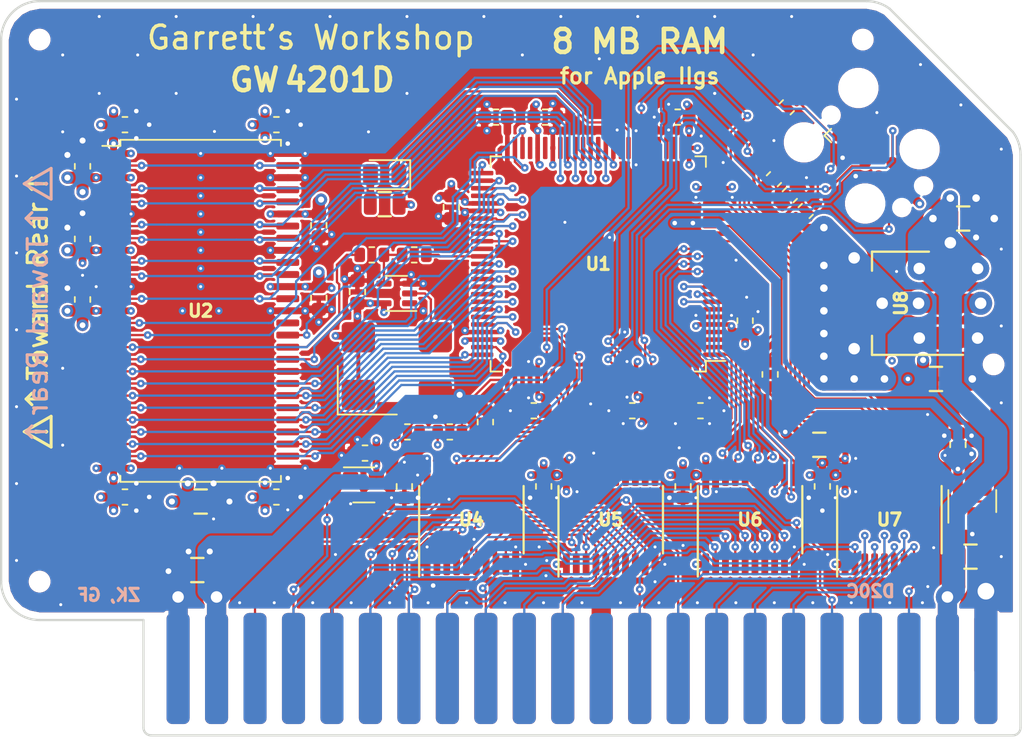
<source format=kicad_pcb>
(kicad_pcb (version 20171130) (host pcbnew "(5.1.10-1-10_14)")
  (title_block (title "GW4201D (RAM2GS II) - LCMXO2-640 / LCMXO2-1200") (date 2021-05-30) (rev 2.0) (company "Garrett's Workshop"))
  (layers (0 F.Cu signal) (1 In1.Cu power) (2 In2.Cu power) (31 B.Cu signal) (34 B.Paste user) (35 F.Paste user) (36 B.SilkS user) (37 F.SilkS user) (38 B.Mask user) (39 F.Mask user) (44 Edge.Cuts user))
  (net 0 "")
  (net 1 GND)
  (net 2 /FA15)
  (net 3 /FA14)
  (net 4 /FA13)
  (net 5 /FA12)
  (net 6 /FA11)
  (net 7 /FA10)
  (net 8 /~CRAS~)
  (net 9 /ABORT)
  (net 10 /PH2)
  (net 11 /~CSEL~)
  (net 12 /~CROMSEL~)
  (net 13 /CROW1)
  (net 14 /CROW0)
  (net 15 /~CCAS~)
  (net 16 /~FWE~)
  (net 17 /FRA1)
  (net 18 /FRA2)
  (net 19 /FRA0)
  (net 20 /FRA7)
  (net 21 /FRA5)
  (net 22 /FRA4)
  (net 23 /FRA3)
  (net 24 /FRA6)
  (net 25 /FRA8)
  (net 26 /FRA9)
  (net 27 /FD2)
  (net 28 /FD7)
  (net 29 /FD0)
  (net 30 /FD6)
  (net 31 /FD4)
  (net 32 /FD5)
  (net 33 /FD3)
  (net 34 /FD1)
  (net 35 /AClk)
  (net 36 /RClk)
  (net 37 +3V3)
  (net 38 /Dout5)
  (net 39 /Dout6)
  (net 40 /Dout4)
  (net 41 /Dout7)
  (net 42 /Dout2)
  (net 43 /Dout1)
  (net 44 /Dout3)
  (net 45 /Din3)
  (net 46 /Din0)
  (net 47 /Din1)
  (net 48 /Din2)
  (net 49 /Din7)
  (net 50 /Din4)
  (net 51 /Din6)
  (net 52 /Din5)
  (net 53 /~WE~in)
  (net 54 /Ain0)
  (net 55 /Ain2)
  (net 56 /Ain1)
  (net 57 /PH2in)
  (net 58 /~CCAS~in)
  (net 59 /CROWin0)
  (net 60 /CROWin1)
  (net 61 /~CRAS~in)
  (net 62 /RD0)
  (net 63 /RD2)
  (net 64 /RD1)
  (net 65 /RD3)
  (net 66 /RD7)
  (net 67 /RD5)
  (net 68 /RD6)
  (net 69 /RD4)
  (net 70 /Ain7)
  (net 71 /Ain5)
  (net 72 /Ain4)
  (net 73 /Ain3)
  (net 74 /Ain6)
  (net 75 /Ain8)
  (net 76 /Ain9)
  (net 77 /DQMH)
  (net 78 /CKE)
  (net 79 /RA11)
  (net 80 /RA9)
  (net 81 /RA8)
  (net 82 /RA7)
  (net 83 /RA6)
  (net 84 /RA5)
  (net 85 /RA4)
  (net 86 /RA3)
  (net 87 /RA2)
  (net 88 /RA1)
  (net 89 /RA0)
  (net 90 /RA10)
  (net 91 /BA1)
  (net 92 /BA0)
  (net 93 /R~CS~)
  (net 94 /R~RAS~)
  (net 95 /R~CAS~)
  (net 96 /R~WE~)
  (net 97 /DQML)
  (net 98 "Net-(U10-Pad2)")
  (net 99 /TDI)
  (net 100 "Net-(J2-Pad8)")
  (net 101 /TMS)
  (net 102 /TDO)
  (net 103 /TCK)
  (net 104 +5V)
  (net 105 "Net-(U9-Pad1)")
  (net 106 "Net-(U10-Pad1)")
  (net 107 +1V2)
  (net 108 "Net-(J2-Pad10)")
  (net 109 "Net-(J2-Pad9)")
  (net 110 "Net-(U11-Pad4)")
  (net 111 "Net-(U1-Pad27)")
  (net 112 "Net-(U1-Pad31)")
  (net 113 "Net-(U1-Pad47)")
  (net 114 /~PROG~)
  (net 115 "Net-(U1-Pad4)")
  (net 116 "Net-(U1-Pad7)")
  (net 117 "Net-(U1-Pad28)")
  (net 118 "Net-(U1-Pad29)")
  (net 119 "Net-(U1-Pad30)")
  (net 120 "Net-(U1-Pad35)")
  (net 121 "Net-(U1-Pad45)")
  (net 122 /DONE)
  (net 123 /~INIT~)
  (net 124 "Net-(R2-Pad1)")
  (net 125 "Net-(U4-Pad19)")
  (net 126 "Net-(R5-Pad2)")
  (net 127 /LED)
  (net 128 "Net-(D1-Pad2)")
  (net 129 /TCKr)
  (module stdpads:R_0603 (layer F.Cu) (at 75.6 119.65)
    (fp_text reference R8)
    (fp_text value 10k)
    (pad 1 smd roundrect (at -0.8 0) (size 0.7 0.95) (layers F.Cu F.Paste F.Mask) (net 37 +3V3))
    (pad 2 smd roundrect (at 0.8 0) (size 0.7 0.95) (layers F.Cu F.Paste F.Mask) (net 122 /DONE))
  )
  (module stdpads:TSSOP-20_4.4x6.5mm_P0.65mm (layer F.Cu) (at 104.625 125.45)
    (fp_text reference U7)
    (fp_text value 74LVC245APW)
    (fp_text user %R (at 0 0) (layer F.SilkS) (effects (font (size 0.8128 0.8128) (thickness 0.2032))))
    (pad 20 smd roundrect (at -2.925 -2.95 90) (size 1.45 0.45) (layers F.Cu F.Paste F.Mask) (net 37 +3V3))
    (pad 19 smd roundrect (at -2.275 -2.95 90) (size 1.45 0.45) (layers F.Cu F.Paste F.Mask) (net 1 GND))
    (pad 18 smd roundrect (at -1.625 -2.95 90) (size 1.45 0.45) (layers F.Cu F.Paste F.Mask) (net 126 "Net-(R5-Pad2)"))
    (pad 17 smd roundrect (at -0.975 -2.95 90) (size 1.45 0.45) (layers F.Cu F.Paste F.Mask) (net 70 /Ain7))
    (pad 16 smd roundrect (at -0.325 -2.95 90) (size 1.45 0.45) (layers F.Cu F.Paste F.Mask) (net 71 /Ain5))
    (pad 15 smd roundrect (at 0.325 -2.95 90) (size 1.45 0.45) (layers F.Cu F.Paste F.Mask) (net 72 /Ain4))
    (pad 14 smd roundrect (at 0.975 -2.95 90) (size 1.45 0.45) (layers F.Cu F.Paste F.Mask) (net 73 /Ain3))
    (pad 13 smd roundrect (at 1.625 -2.95 90) (size 1.45 0.45) (layers F.Cu F.Paste F.Mask) (net 74 /Ain6))
    (pad 12 smd roundrect (at 2.275 -2.95 90) (size 1.45 0.45) (layers F.Cu F.Paste F.Mask) (net 75 /Ain8))
    (pad 11 smd roundrect (at 2.925 -2.95 90) (size 1.45 0.45) (layers F.Cu F.Paste F.Mask) (net 76 /Ain9))
    (pad 10 smd roundrect (at 2.925 2.95 90) (size 1.45 0.45) (layers F.Cu F.Paste F.Mask) (net 1 GND))
    (pad 9 smd roundrect (at 2.275 2.95 90) (size 1.45 0.45) (layers F.Cu F.Paste F.Mask) (net 26 /FRA9))
    (pad 8 smd roundrect (at 1.625 2.95 90) (size 1.45 0.45) (layers F.Cu F.Paste F.Mask) (net 25 /FRA8))
    (pad 7 smd roundrect (at 0.975 2.95 90) (size 1.45 0.45) (layers F.Cu F.Paste F.Mask) (net 24 /FRA6))
    (pad 6 smd roundrect (at 0.325 2.95 90) (size 1.45 0.45) (layers F.Cu F.Paste F.Mask) (net 23 /FRA3))
    (pad 5 smd roundrect (at -0.325 2.95 90) (size 1.45 0.45) (layers F.Cu F.Paste F.Mask) (net 22 /FRA4))
    (pad 4 smd roundrect (at -0.975 2.95 90) (size 1.45 0.45) (layers F.Cu F.Paste F.Mask) (net 21 /FRA5))
    (pad 3 smd roundrect (at -1.625 2.95 90) (size 1.45 0.45) (layers F.Cu F.Paste F.Mask) (net 20 /FRA7))
    (pad 2 smd roundrect (at -2.275 2.95 90) (size 1.45 0.45) (layers F.Cu F.Paste F.Mask) (net 8 /~CRAS~))
    (pad 1 smd roundrect (at -2.925 2.95 90) (size 1.45 0.45) (layers F.Cu F.Paste F.Mask) (net 37 +3V3))
  )
  (module stdpads:TSOP-II-54_22.2x10.16mm_P0.8mm (layer F.Cu) (at 59.15 111.65)
    (fp_text reference U2)
    (fp_text value W9812G6KH-6)
    (fp_text user %R (at 0 0) (layer F.SilkS) (effects (font (size 0.8128 0.8128) (thickness 0.2032))))
    (pad 54 smd roundrect (at 5.75 -10.4) (size 1.51 0.458) (layers F.Cu F.Paste F.Mask) (net 1 GND))
    (pad 53 smd roundrect (at 5.75 -9.6) (size 1.51 0.458) (layers F.Cu F.Paste F.Mask) (net 62 /RD0))
    (pad 52 smd roundrect (at 5.75 -8.8) (size 1.51 0.458) (layers F.Cu F.Paste F.Mask) (net 1 GND))
    (pad 51 smd roundrect (at 5.75 -8) (size 1.51 0.458) (layers F.Cu F.Paste F.Mask) (net 64 /RD1))
    (pad 50 smd roundrect (at 5.75 -7.2) (size 1.51 0.458) (layers F.Cu F.Paste F.Mask) (net 63 /RD2))
    (pad 49 smd roundrect (at 5.75 -6.4) (size 1.51 0.458) (layers F.Cu F.Paste F.Mask) (net 37 +3V3))
    (pad 48 smd roundrect (at 5.75 -5.6) (size 1.51 0.458) (layers F.Cu F.Paste F.Mask) (net 65 /RD3))
    (pad 47 smd roundrect (at 5.75 -4.8) (size 1.51 0.458) (layers F.Cu F.Paste F.Mask) (net 69 /RD4))
    (pad 46 smd roundrect (at 5.75 -4) (size 1.51 0.458) (layers F.Cu F.Paste F.Mask) (net 1 GND))
    (pad 45 smd roundrect (at 5.75 -3.2) (size 1.51 0.458) (layers F.Cu F.Paste F.Mask) (net 67 /RD5))
    (pad 44 smd roundrect (at 5.75 -2.4) (size 1.51 0.458) (layers F.Cu F.Paste F.Mask) (net 68 /RD6))
    (pad 43 smd roundrect (at 5.75 -1.6) (size 1.51 0.458) (layers F.Cu F.Paste F.Mask) (net 37 +3V3))
    (pad 42 smd roundrect (at 5.75 -0.8) (size 1.51 0.458) (layers F.Cu F.Paste F.Mask) (net 66 /RD7))
    (pad 41 smd roundrect (at 5.75 0) (size 1.51 0.458) (layers F.Cu F.Paste F.Mask) (net 1 GND))
    (pad 40 smd roundrect (at 5.75 0.8) (size 1.51 0.458) (layers F.Cu F.Paste F.Mask))
    (pad 39 smd roundrect (at 5.75 1.6) (size 1.51 0.458) (layers F.Cu F.Paste F.Mask) (net 77 /DQMH))
    (pad 38 smd roundrect (at 5.75 2.4) (size 1.51 0.458) (layers F.Cu F.Paste F.Mask) (net 36 /RClk))
    (pad 37 smd roundrect (at 5.75 3.2) (size 1.51 0.458) (layers F.Cu F.Paste F.Mask) (net 78 /CKE))
    (pad 36 smd roundrect (at 5.75 4) (size 1.51 0.458) (layers F.Cu F.Paste F.Mask) (net 1 GND))
    (pad 35 smd roundrect (at 5.75 4.8) (size 1.51 0.458) (layers F.Cu F.Paste F.Mask) (net 79 /RA11))
    (pad 34 smd roundrect (at 5.75 5.6) (size 1.51 0.458) (layers F.Cu F.Paste F.Mask) (net 80 /RA9))
    (pad 33 smd roundrect (at 5.75 6.4) (size 1.51 0.458) (layers F.Cu F.Paste F.Mask) (net 81 /RA8))
    (pad 32 smd roundrect (at 5.75 7.2) (size 1.51 0.458) (layers F.Cu F.Paste F.Mask) (net 82 /RA7))
    (pad 31 smd roundrect (at 5.75 8) (size 1.51 0.458) (layers F.Cu F.Paste F.Mask) (net 83 /RA6))
    (pad 30 smd roundrect (at 5.75 8.8) (size 1.51 0.458) (layers F.Cu F.Paste F.Mask) (net 84 /RA5))
    (pad 29 smd roundrect (at 5.75 9.6) (size 1.51 0.458) (layers F.Cu F.Paste F.Mask) (net 85 /RA4))
    (pad 28 smd roundrect (at 5.75 10.4) (size 1.51 0.458) (layers F.Cu F.Paste F.Mask) (net 1 GND))
    (pad 27 smd roundrect (at -5.75 10.4) (size 1.51 0.458) (layers F.Cu F.Paste F.Mask) (net 37 +3V3))
    (pad 26 smd roundrect (at -5.75 9.6) (size 1.51 0.458) (layers F.Cu F.Paste F.Mask) (net 86 /RA3))
    (pad 25 smd roundrect (at -5.75 8.8) (size 1.51 0.458) (layers F.Cu F.Paste F.Mask) (net 87 /RA2))
    (pad 24 smd roundrect (at -5.75 8) (size 1.51 0.458) (layers F.Cu F.Paste F.Mask) (net 88 /RA1))
    (pad 23 smd roundrect (at -5.75 7.2) (size 1.51 0.458) (layers F.Cu F.Paste F.Mask) (net 89 /RA0))
    (pad 22 smd roundrect (at -5.75 6.4) (size 1.51 0.458) (layers F.Cu F.Paste F.Mask) (net 90 /RA10))
    (pad 21 smd roundrect (at -5.75 5.6) (size 1.51 0.458) (layers F.Cu F.Paste F.Mask) (net 91 /BA1))
    (pad 20 smd roundrect (at -5.75 4.8) (size 1.51 0.458) (layers F.Cu F.Paste F.Mask) (net 92 /BA0))
    (pad 19 smd roundrect (at -5.75 4) (size 1.51 0.458) (layers F.Cu F.Paste F.Mask) (net 93 /R~CS~))
    (pad 18 smd roundrect (at -5.75 3.2) (size 1.51 0.458) (layers F.Cu F.Paste F.Mask) (net 94 /R~RAS~))
    (pad 17 smd roundrect (at -5.75 2.4) (size 1.51 0.458) (layers F.Cu F.Paste F.Mask) (net 95 /R~CAS~))
    (pad 16 smd roundrect (at -5.75 1.6) (size 1.51 0.458) (layers F.Cu F.Paste F.Mask) (net 96 /R~WE~))
    (pad 15 smd roundrect (at -5.75 0.8) (size 1.51 0.458) (layers F.Cu F.Paste F.Mask) (net 97 /DQML))
    (pad 14 smd roundrect (at -5.75 0) (size 1.51 0.458) (layers F.Cu F.Paste F.Mask) (net 37 +3V3))
    (pad 13 smd roundrect (at -5.75 -0.8) (size 1.51 0.458) (layers F.Cu F.Paste F.Mask) (net 66 /RD7))
    (pad 12 smd roundrect (at -5.75 -1.6) (size 1.51 0.458) (layers F.Cu F.Paste F.Mask) (net 1 GND))
    (pad 11 smd roundrect (at -5.75 -2.4) (size 1.51 0.458) (layers F.Cu F.Paste F.Mask) (net 68 /RD6))
    (pad 10 smd roundrect (at -5.75 -3.2) (size 1.51 0.458) (layers F.Cu F.Paste F.Mask) (net 67 /RD5))
    (pad 9 smd roundrect (at -5.75 -4) (size 1.51 0.458) (layers F.Cu F.Paste F.Mask) (net 37 +3V3))
    (pad 8 smd roundrect (at -5.75 -4.8) (size 1.51 0.458) (layers F.Cu F.Paste F.Mask) (net 69 /RD4))
    (pad 7 smd roundrect (at -5.75 -5.6) (size 1.51 0.458) (layers F.Cu F.Paste F.Mask) (net 65 /RD3))
    (pad 6 smd roundrect (at -5.75 -6.4) (size 1.51 0.458) (layers F.Cu F.Paste F.Mask) (net 1 GND))
    (pad 5 smd roundrect (at -5.75 -7.2) (size 1.51 0.458) (layers F.Cu F.Paste F.Mask) (net 63 /RD2))
    (pad 4 smd roundrect (at -5.75 -8) (size 1.51 0.458) (layers F.Cu F.Paste F.Mask) (net 64 /RD1))
    (pad 3 smd roundrect (at -5.75 -8.8) (size 1.51 0.458) (layers F.Cu F.Paste F.Mask) (net 37 +3V3))
    (pad 2 smd roundrect (at -5.75 -9.6) (size 1.51 0.458) (layers F.Cu F.Paste F.Mask) (net 62 /RD0))
    (pad 1 smd roundrect (at -5.75 -10.4) (size 1.51 0.458) (layers F.Cu F.Paste F.Mask) (net 37 +3V3))
  )
  (module stdpads:C_0603 (layer F.Cu) (at 70 121.05 180)
    (fp_text reference C27)
    (fp_text value 2u2)
    (pad 2 smd roundrect (at 0.75 0 180) (size 0.85 0.95) (layers F.Cu F.Paste F.Mask) (net 1 GND))
    (pad 1 smd roundrect (at -0.75 0 180) (size 0.85 0.95) (layers F.Cu F.Paste F.Mask) (net 37 +3V3))
  )
  (module stdpads:C_0603 (layer F.Cu) (at 69.5 110.4 90)
    (fp_text reference C10)
    (fp_text value 2u2)
    (pad 2 smd roundrect (at 0.75 0 90) (size 0.85 0.95) (layers F.Cu F.Paste F.Mask) (net 1 GND))
    (pad 1 smd roundrect (at -0.75 0 90) (size 0.85 0.95) (layers F.Cu F.Paste F.Mask) (net 37 +3V3))
  )
  (module stdpads:TQFP-100_14x14mm_P0.5mm (layer F.Cu) (at 85.4 108.55 90)
    (fp_text reference U1)
    (fp_text value LCMXO2-TG100)
    (fp_text user %R (at 0 0) (layer F.SilkS) (effects (font (size 0.8128 0.8128) (thickness 0.2032))))
    (pad 1 smd roundrect (at -6 7.6625 180) (size 1.475 0.3) (layers F.Cu F.Paste F.Mask) (net 49 /Din7))
    (pad 2 smd roundrect (at -5.5 7.6625 180) (size 1.475 0.3) (layers F.Cu F.Paste F.Mask) (net 51 /Din6))
    (pad 3 smd roundrect (at -5 7.6625 180) (size 1.475 0.3) (layers F.Cu F.Paste F.Mask) (net 46 /Din0))
    (pad 4 smd roundrect (at -4.5 7.6625 180) (size 1.475 0.3) (layers F.Cu F.Paste F.Mask) (net 115 "Net-(U1-Pad4)"))
    (pad 5 smd roundrect (at -4 7.6625 180) (size 1.475 0.3) (layers F.Cu F.Paste F.Mask) (net 37 +3V3))
    (pad 6 smd roundrect (at -3.5 7.6625 180) (size 1.475 0.3) (layers F.Cu F.Paste F.Mask) (net 1 GND))
    (pad 7 smd roundrect (at -3 7.6625 180) (size 1.475 0.3) (layers F.Cu F.Paste F.Mask) (net 116 "Net-(U1-Pad7)"))
    (pad 8 smd roundrect (at -2.5 7.6625 180) (size 1.475 0.3) (layers F.Cu F.Paste F.Mask) (net 57 /PH2in))
    (pad 9 smd roundrect (at -2 7.6625 180) (size 1.475 0.3) (layers F.Cu F.Paste F.Mask) (net 58 /~CCAS~in))
    (pad 10 smd roundrect (at -1.5 7.6625 180) (size 1.475 0.3) (layers F.Cu F.Paste F.Mask) (net 59 /CROWin0))
    (pad 11 smd roundrect (at -1 7.6625 180) (size 1.475 0.3) (layers F.Cu F.Paste F.Mask))
    (pad 12 smd roundrect (at -0.5 7.6625 180) (size 1.475 0.3) (layers F.Cu F.Paste F.Mask) (net 56 /Ain1))
    (pad 13 smd roundrect (at 0 7.6625 180) (size 1.475 0.3) (layers F.Cu F.Paste F.Mask) (net 55 /Ain2))
    (pad 14 smd roundrect (at 0.5 7.6625 180) (size 1.475 0.3) (layers F.Cu F.Paste F.Mask) (net 54 /Ain0))
    (pad 15 smd roundrect (at 1 7.6625 180) (size 1.475 0.3) (layers F.Cu F.Paste F.Mask) (net 53 /~WE~in))
    (pad 16 smd roundrect (at 1.5 7.6625 180) (size 1.475 0.3) (layers F.Cu F.Paste F.Mask) (net 60 /CROWin1))
    (pad 17 smd roundrect (at 2 7.6625 180) (size 1.475 0.3) (layers F.Cu F.Paste F.Mask) (net 61 /~CRAS~in))
    (pad 18 smd roundrect (at 2.5 7.6625 180) (size 1.475 0.3) (layers F.Cu F.Paste F.Mask) (net 70 /Ain7))
    (pad 19 smd roundrect (at 3 7.6625 180) (size 1.475 0.3) (layers F.Cu F.Paste F.Mask) (net 71 /Ain5))
    (pad 20 smd roundrect (at 3.5 7.6625 180) (size 1.475 0.3) (layers F.Cu F.Paste F.Mask) (net 72 /Ain4))
    (pad 21 smd roundrect (at 4 7.6625 180) (size 1.475 0.3) (layers F.Cu F.Paste F.Mask) (net 73 /Ain3))
    (pad 22 smd roundrect (at 4.5 7.6625 180) (size 1.475 0.3) (layers F.Cu F.Paste F.Mask) (net 1 GND))
    (pad 23 smd roundrect (at 5 7.6625 180) (size 1.475 0.3) (layers F.Cu F.Paste F.Mask) (net 37 +3V3))
    (pad 24 smd roundrect (at 5.5 7.6625 180) (size 1.475 0.3) (layers F.Cu F.Paste F.Mask) (net 74 /Ain6))
    (pad 25 smd roundrect (at 6 7.6625 180) (size 1.475 0.3) (layers F.Cu F.Paste F.Mask) (net 75 /Ain8))
    (pad 26 smd roundrect (at 7.6625 6 180) (size 0.3 1.475) (layers F.Cu F.Paste F.Mask) (net 37 +3V3))
    (pad 27 smd roundrect (at 7.6625 5.5 180) (size 0.3 1.475) (layers F.Cu F.Paste F.Mask) (net 111 "Net-(U1-Pad27)"))
    (pad 28 smd roundrect (at 7.6625 5 180) (size 0.3 1.475) (layers F.Cu F.Paste F.Mask) (net 117 "Net-(U1-Pad28)"))
    (pad 29 smd roundrect (at 7.6625 4.5 180) (size 0.3 1.475) (layers F.Cu F.Paste F.Mask) (net 118 "Net-(U1-Pad29)"))
    (pad 30 smd roundrect (at 7.6625 4 180) (size 0.3 1.475) (layers F.Cu F.Paste F.Mask) (net 119 "Net-(U1-Pad30)"))
    (pad 31 smd roundrect (at 7.6625 3.5 180) (size 0.3 1.475) (layers F.Cu F.Paste F.Mask) (net 112 "Net-(U1-Pad31)"))
    (pad 32 smd roundrect (at 7.6625 3 180) (size 0.3 1.475) (layers F.Cu F.Paste F.Mask) (net 76 /Ain9))
    (pad 33 smd roundrect (at 7.6625 2.5 180) (size 0.3 1.475) (layers F.Cu F.Paste F.Mask) (net 1 GND))
    (pad 34 smd roundrect (at 7.6625 2 180) (size 0.3 1.475) (layers F.Cu F.Paste F.Mask) (net 127 /LED))
    (pad 35 smd roundrect (at 7.6625 1.5 180) (size 0.3 1.475) (layers F.Cu F.Paste F.Mask) (net 120 "Net-(U1-Pad35)"))
    (pad 36 smd roundrect (at 7.6625 1 180) (size 0.3 1.475) (layers F.Cu F.Paste F.Mask) (net 62 /RD0))
    (pad 37 smd roundrect (at 7.6625 0.5 180) (size 0.3 1.475) (layers F.Cu F.Paste F.Mask) (net 64 /RD1))
    (pad 38 smd roundrect (at 7.6625 0 180) (size 0.3 1.475) (layers F.Cu F.Paste F.Mask) (net 63 /RD2))
    (pad 39 smd roundrect (at 7.6625 -0.5 180) (size 0.3 1.475) (layers F.Cu F.Paste F.Mask) (net 65 /RD3))
    (pad 40 smd roundrect (at 7.6625 -1 180) (size 0.3 1.475) (layers F.Cu F.Paste F.Mask) (net 69 /RD4))
    (pad 41 smd roundrect (at 7.6625 -1.5 180) (size 0.3 1.475) (layers F.Cu F.Paste F.Mask) (net 67 /RD5))
    (pad 42 smd roundrect (at 7.6625 -2 180) (size 0.3 1.475) (layers F.Cu F.Paste F.Mask) (net 68 /RD6))
    (pad 43 smd roundrect (at 7.6625 -2.5 180) (size 0.3 1.475) (layers F.Cu F.Paste F.Mask) (net 66 /RD7))
    (pad 44 smd roundrect (at 7.6625 -3 180) (size 0.3 1.475) (layers F.Cu F.Paste F.Mask) (net 1 GND))
    (pad 45 smd roundrect (at 7.6625 -3.5 180) (size 0.3 1.475) (layers F.Cu F.Paste F.Mask) (net 121 "Net-(U1-Pad45)"))
    (pad 46 smd roundrect (at 7.6625 -4 180) (size 0.3 1.475) (layers F.Cu F.Paste F.Mask) (net 37 +3V3))
    (pad 47 smd roundrect (at 7.6625 -4.5 180) (size 0.3 1.475) (layers F.Cu F.Paste F.Mask) (net 113 "Net-(U1-Pad47)"))
    (pad 48 smd roundrect (at 7.6625 -5 180) (size 0.3 1.475) (layers F.Cu F.Paste F.Mask) (net 97 /DQML))
    (pad 49 smd roundrect (at 7.6625 -5.5 180) (size 0.3 1.475) (layers F.Cu F.Paste F.Mask) (net 96 /R~WE~))
    (pad 50 smd roundrect (at 7.6625 -6 180) (size 0.3 1.475) (layers F.Cu F.Paste F.Mask) (net 107 +1V2))
    (pad 51 smd roundrect (at 6 -7.6625 180) (size 1.475 0.3) (layers F.Cu F.Paste F.Mask) (net 77 /DQMH))
    (pad 52 smd roundrect (at 5.5 -7.6625 180) (size 1.475 0.3) (layers F.Cu F.Paste F.Mask) (net 95 /R~CAS~))
    (pad 53 smd roundrect (at 5 -7.6625 180) (size 1.475 0.3) (layers F.Cu F.Paste F.Mask) (net 78 /CKE))
    (pad 54 smd roundrect (at 4.5 -7.6625 180) (size 1.475 0.3) (layers F.Cu F.Paste F.Mask) (net 94 /R~RAS~))
    (pad 55 smd roundrect (at 4 -7.6625 180) (size 1.475 0.3) (layers F.Cu F.Paste F.Mask) (net 37 +3V3))
    (pad 56 smd roundrect (at 3.5 -7.6625 180) (size 1.475 0.3) (layers F.Cu F.Paste F.Mask) (net 1 GND))
    (pad 57 smd roundrect (at 3 -7.6625 180) (size 1.475 0.3) (layers F.Cu F.Paste F.Mask) (net 93 /R~CS~))
    (pad 58 smd roundrect (at 2.5 -7.6625 180) (size 1.475 0.3) (layers F.Cu F.Paste F.Mask) (net 92 /BA0))
    (pad 59 smd roundrect (at 2 -7.6625 180) (size 1.475 0.3) (layers F.Cu F.Paste F.Mask) (net 79 /RA11))
    (pad 60 smd roundrect (at 1.5 -7.6625 180) (size 1.475 0.3) (layers F.Cu F.Paste F.Mask) (net 91 /BA1))
    (pad 61 smd roundrect (at 1 -7.6625 180) (size 1.475 0.3) (layers F.Cu F.Paste F.Mask))
    (pad 62 smd roundrect (at 0.5 -7.6625 180) (size 1.475 0.3) (layers F.Cu F.Paste F.Mask) (net 35 /AClk))
    (pad 63 smd roundrect (at 0 -7.6625 180) (size 1.475 0.3) (layers F.Cu F.Paste F.Mask) (net 80 /RA9))
    (pad 64 smd roundrect (at -0.5 -7.6625 180) (size 1.475 0.3) (layers F.Cu F.Paste F.Mask) (net 90 /RA10))
    (pad 65 smd roundrect (at -1 -7.6625 180) (size 1.475 0.3) (layers F.Cu F.Paste F.Mask) (net 81 /RA8))
    (pad 66 smd roundrect (at -1.5 -7.6625 180) (size 1.475 0.3) (layers F.Cu F.Paste F.Mask) (net 89 /RA0))
    (pad 67 smd roundrect (at -2 -7.6625 180) (size 1.475 0.3) (layers F.Cu F.Paste F.Mask) (net 88 /RA1))
    (pad 68 smd roundrect (at -2.5 -7.6625 180) (size 1.475 0.3) (layers F.Cu F.Paste F.Mask) (net 83 /RA6))
    (pad 69 smd roundrect (at -3 -7.6625 180) (size 1.475 0.3) (layers F.Cu F.Paste F.Mask) (net 87 /RA2))
    (pad 70 smd roundrect (at -3.5 -7.6625 180) (size 1.475 0.3) (layers F.Cu F.Paste F.Mask) (net 84 /RA5))
    (pad 71 smd roundrect (at -4 -7.6625 180) (size 1.475 0.3) (layers F.Cu F.Paste F.Mask) (net 86 /RA3))
    (pad 72 smd roundrect (at -4.5 -7.6625 180) (size 1.475 0.3) (layers F.Cu F.Paste F.Mask) (net 1 GND))
    (pad 73 smd roundrect (at -5 -7.6625 180) (size 1.475 0.3) (layers F.Cu F.Paste F.Mask) (net 37 +3V3))
    (pad 74 smd roundrect (at -5.5 -7.6625 180) (size 1.475 0.3) (layers F.Cu F.Paste F.Mask) (net 85 /RA4))
    (pad 75 smd roundrect (at -6 -7.6625 180) (size 1.475 0.3) (layers F.Cu F.Paste F.Mask) (net 82 /RA7))
    (pad 76 smd roundrect (at -7.6625 -6 180) (size 0.3 1.475) (layers F.Cu F.Paste F.Mask) (net 122 /DONE))
    (pad 77 smd roundrect (at -7.6625 -5.5 180) (size 0.3 1.475) (layers F.Cu F.Paste F.Mask) (net 123 /~INIT~))
    (pad 78 smd roundrect (at -7.6625 -5 180) (size 0.3 1.475) (layers F.Cu F.Paste F.Mask) (net 39 /Dout6))
    (pad 79 smd roundrect (at -7.6625 -4.5 180) (size 0.3 1.475) (layers F.Cu F.Paste F.Mask) (net 1 GND))
    (pad 80 smd roundrect (at -7.6625 -4 180) (size 0.3 1.475) (layers F.Cu F.Paste F.Mask) (net 37 +3V3))
    (pad 81 smd roundrect (at -7.6625 -3.5 180) (size 0.3 1.475) (layers F.Cu F.Paste F.Mask) (net 114 /~PROG~))
    (pad 82 smd roundrect (at -7.6625 -3 180) (size 0.3 1.475) (layers F.Cu F.Paste F.Mask) (net 41 /Dout7))
    (pad 83 smd roundrect (at -7.6625 -2.5 180) (size 0.3 1.475) (layers F.Cu F.Paste F.Mask) (net 40 /Dout4))
    (pad 84 smd roundrect (at -7.6625 -2 180) (size 0.3 1.475) (layers F.Cu F.Paste F.Mask) (net 38 /Dout5))
    (pad 85 smd roundrect (at -7.6625 -1.5 180) (size 0.3 1.475) (layers F.Cu F.Paste F.Mask) (net 44 /Dout3))
    (pad 86 smd roundrect (at -7.6625 -1 180) (size 0.3 1.475) (layers F.Cu F.Paste F.Mask) (net 43 /Dout1))
    (pad 87 smd roundrect (at -7.6625 -0.5 180) (size 0.3 1.475) (layers F.Cu F.Paste F.Mask) (net 42 /Dout2))
    (pad 88 smd roundrect (at -7.6625 0 180) (size 0.3 1.475) (layers F.Cu F.Paste F.Mask) (net 48 /Din2))
    (pad 89 smd roundrect (at -7.6625 0.5 180) (size 0.3 1.475) (layers F.Cu F.Paste F.Mask))
    (pad 90 smd roundrect (at -7.6625 1 180) (size 0.3 1.475) (layers F.Cu F.Paste F.Mask) (net 101 /TMS))
    (pad 91 smd roundrect (at -7.6625 1.5 180) (size 0.3 1.475) (layers F.Cu F.Paste F.Mask) (net 103 /TCK))
    (pad 92 smd roundrect (at -7.6625 2 180) (size 0.3 1.475) (layers F.Cu F.Paste F.Mask) (net 1 GND))
    (pad 93 smd roundrect (at -7.6625 2.5 180) (size 0.3 1.475) (layers F.Cu F.Paste F.Mask) (net 37 +3V3))
    (pad 94 smd roundrect (at -7.6625 3 180) (size 0.3 1.475) (layers F.Cu F.Paste F.Mask) (net 99 /TDI))
    (pad 95 smd roundrect (at -7.6625 3.5 180) (size 0.3 1.475) (layers F.Cu F.Paste F.Mask) (net 102 /TDO))
    (pad 96 smd roundrect (at -7.6625 4 180) (size 0.3 1.475) (layers F.Cu F.Paste F.Mask) (net 47 /Din1))
    (pad 97 smd roundrect (at -7.6625 4.5 180) (size 0.3 1.475) (layers F.Cu F.Paste F.Mask) (net 45 /Din3))
    (pad 98 smd roundrect (at -7.6625 5 180) (size 0.3 1.475) (layers F.Cu F.Paste F.Mask) (net 52 /Din5))
    (pad 99 smd roundrect (at -7.6625 5.5 180) (size 0.3 1.475) (layers F.Cu F.Paste F.Mask) (net 50 /Din4))
    (pad 100 smd roundrect (at -7.6625 6 180) (size 0.3 1.475) (layers F.Cu F.Paste F.Mask) (net 107 +1V2))
  )
  (module stdpads:R_0603 (layer F.Cu) (at 72.8 119.65 180)
    (fp_text reference R9)
    (fp_text value 10k)
    (pad 1 smd roundrect (at -0.8 0 180) (size 0.7 0.95) (layers F.Cu F.Paste F.Mask) (net 37 +3V3))
    (pad 2 smd roundrect (at 0.8 0 180) (size 0.7 0.95) (layers F.Cu F.Paste F.Mask) (net 123 /~INIT~))
  )
  (module stdpads:LED_0805 (layer F.Cu) (at 71.3 102.65 180)
    (fp_text reference D1)
    (fp_text value White)
    (pad 1 smd roundrect (at -0.9375 0 180) (size 0.975 1.4) (layers F.Cu F.Paste F.Mask) (net 127 /LED))
    (pad 2 smd roundrect (at 0.9375 0 180) (size 0.975 1.4) (layers F.Cu F.Paste F.Mask) (net 128 "Net-(D1-Pad2)"))
  )
  (module stdpads:R_0805 (layer F.Cu) (at 71.3 104.6)
    (fp_text reference R6)
    (fp_text value 180)
    (pad 1 smd roundrect (at -0.95 0) (size 0.85 1.4) (layers F.Cu F.Paste F.Mask) (net 128 "Net-(D1-Pad2)"))
    (pad 2 smd roundrect (at 0.95 0) (size 0.85 1.4) (layers F.Cu F.Paste F.Mask) (net 37 +3V3))
  )
  (module stdpads:R_0603 (layer F.Cu) (at 73.25 107.95)
    (fp_text reference R3)
    (fp_text value 47)
    (pad 2 smd roundrect (at 0.8 0) (size 0.7 0.95) (layers F.Cu F.Paste F.Mask) (net 35 /AClk))
    (pad 1 smd roundrect (at -0.8 0) (size 0.7 0.95) (layers F.Cu F.Paste F.Mask) (net 124 "Net-(R2-Pad1)"))
  )
  (module stdpads:R_0603 (layer F.Cu) (at 70.45 107.95 180)
    (fp_text reference R2)
    (fp_text value 47)
    (pad 1 smd roundrect (at -0.8 0 180) (size 0.7 0.95) (layers F.Cu F.Paste F.Mask) (net 124 "Net-(R2-Pad1)"))
    (pad 2 smd roundrect (at 0.8 0 180) (size 0.7 0.95) (layers F.Cu F.Paste F.Mask) (net 36 /RClk))
  )
  (module stdpads:R_0603 (layer F.Cu) (at 77.95 119 90)
    (fp_text reference R1)
    (fp_text value 10k)
    (pad 1 smd roundrect (at -0.8 0 90) (size 0.7 0.95) (layers F.Cu F.Paste F.Mask) (net 41 /Dout7))
    (pad 2 smd roundrect (at 0.8 0 90) (size 0.7 0.95) (layers F.Cu F.Paste F.Mask) (net 1 GND))
  )
  (module stdpads:SOT-223 (layer F.Cu) (at 105.387 111.15)
    (fp_text reference U8 (at 0 0 270) (layer F.SilkS) (effects (font (size 0.8128 0.8128) (thickness 0.2032))))
    (fp_text value AZ1117CH-3.3TRG1)
    (pad 1 smd roundrect (at 3.15 2.3 180) (size 2 1.5) (layers F.Cu F.Paste F.Mask) (roundrect_rratio 0.2) (net 1 GND))
    (pad 3 smd roundrect (at 3.15 -2.3 180) (size 2 1.5) (layers F.Cu F.Paste F.Mask) (roundrect_rratio 0.2) (net 104 +5V))
    (pad 2 smd roundrect (at 3.15 0 180) (size 2 1.5) (layers F.Cu F.Paste F.Mask) (roundrect_rratio 0.2) (net 37 +3V3))
    (pad 2 smd roundrect (at -3.15 0 180) (size 2 3.8) (layers F.Cu F.Paste F.Mask) (roundrect_rratio 0.15) (net 37 +3V3))
  )
  (module stdpads:Crystal_SMD_7050-4Pin_7.0x5.0mm_SiTime (layer F.Cu) (at 72.1 115.3)
    (fp_text reference U3)
    (fp_text value 60M)
    (pad 4 smd roundrect (at -2.54 -1.905) (size 2.2 2) (layers F.Cu F.Paste F.Mask) (roundrect_rratio 0.15) (net 37 +3V3))
    (pad 3 smd roundrect (at 2.54 -1.905) (size 2.2 2) (layers F.Cu F.Paste F.Mask) (roundrect_rratio 0.15) (net 98 "Net-(U10-Pad2)"))
    (pad 2 smd roundrect (at 2.54 1.905) (size 2.2 2) (layers F.Cu F.Paste F.Mask) (roundrect_rratio 0.15) (net 1 GND))
    (pad 1 smd roundrect (at -2.54 1.905) (size 2.2 2) (layers F.Cu F.Paste F.Mask) (roundrect_rratio 0.15) (net 37 +3V3))
  )
  (module stdpads:PasteHole_1.152mm_NPTH (layer F.Cu) (at 48.514 129.54)
    (fp_text reference H4)
    (fp_text value " " hide)
    (pad "" np_thru_hole circle (at 0 0) (size 1.152 1.152) (drill 1.152) (layers *.Cu *.Mask))
  )
  (module stdpads:Fiducial (layer F.Cu) (at 48.514 123.952)
    (fp_text reference FID4)
    (fp_text value Fiducial hide)
    (pad ~ smd circle (at 0 0) (size 1 1) (layers F.Cu F.Mask) (clearance 0.575))
  )
  (module stdpads:TSSOP-20_4.4x6.5mm_P0.65mm (layer F.Cu) (at 77.025 125.45)
    (fp_text reference U4)
    (fp_text value 74AHCT245PW)
    (fp_text user %R (at 0 0) (layer F.SilkS) (effects (font (size 0.8128 0.8128) (thickness 0.2032))))
    (pad 20 smd roundrect (at -2.925 -2.95 90) (size 1.45 0.45) (layers F.Cu F.Paste F.Mask) (net 104 +5V))
    (pad 19 smd roundrect (at -2.275 -2.95 90) (size 1.45 0.45) (layers F.Cu F.Paste F.Mask) (net 125 "Net-(U4-Pad19)"))
    (pad 18 smd roundrect (at -1.625 -2.95 90) (size 1.45 0.45) (layers F.Cu F.Paste F.Mask) (net 122 /DONE))
    (pad 17 smd roundrect (at -0.975 -2.95 90) (size 1.45 0.45) (layers F.Cu F.Paste F.Mask) (net 39 /Dout6))
    (pad 16 smd roundrect (at -0.325 -2.95 90) (size 1.45 0.45) (layers F.Cu F.Paste F.Mask) (net 41 /Dout7))
    (pad 15 smd roundrect (at 0.325 -2.95 90) (size 1.45 0.45) (layers F.Cu F.Paste F.Mask) (net 40 /Dout4))
    (pad 14 smd roundrect (at 0.975 -2.95 90) (size 1.45 0.45) (layers F.Cu F.Paste F.Mask) (net 38 /Dout5))
    (pad 13 smd roundrect (at 1.625 -2.95 90) (size 1.45 0.45) (layers F.Cu F.Paste F.Mask) (net 44 /Dout3))
    (pad 12 smd roundrect (at 2.275 -2.95 90) (size 1.45 0.45) (layers F.Cu F.Paste F.Mask) (net 43 /Dout1))
    (pad 11 smd roundrect (at 2.925 -2.95 90) (size 1.45 0.45) (layers F.Cu F.Paste F.Mask) (net 42 /Dout2))
    (pad 10 smd roundrect (at 2.925 2.95 90) (size 1.45 0.45) (layers F.Cu F.Paste F.Mask) (net 1 GND))
    (pad 9 smd roundrect (at 2.275 2.95 90) (size 1.45 0.45) (layers F.Cu F.Paste F.Mask) (net 27 /FD2))
    (pad 8 smd roundrect (at 1.625 2.95 90) (size 1.45 0.45) (layers F.Cu F.Paste F.Mask) (net 34 /FD1))
    (pad 7 smd roundrect (at 0.975 2.95 90) (size 1.45 0.45) (layers F.Cu F.Paste F.Mask) (net 33 /FD3))
    (pad 6 smd roundrect (at 0.325 2.95 90) (size 1.45 0.45) (layers F.Cu F.Paste F.Mask) (net 32 /FD5))
    (pad 5 smd roundrect (at -0.325 2.95 90) (size 1.45 0.45) (layers F.Cu F.Paste F.Mask) (net 31 /FD4))
    (pad 4 smd roundrect (at -0.975 2.95 90) (size 1.45 0.45) (layers F.Cu F.Paste F.Mask) (net 28 /FD7))
    (pad 3 smd roundrect (at -1.625 2.95 90) (size 1.45 0.45) (layers F.Cu F.Paste F.Mask) (net 30 /FD6))
    (pad 2 smd roundrect (at -2.275 2.95 90) (size 1.45 0.45) (layers F.Cu F.Paste F.Mask) (net 29 /FD0))
    (pad 1 smd roundrect (at -2.925 2.95 90) (size 1.45 0.45) (layers F.Cu F.Paste F.Mask) (net 1 GND))
  )
  (module stdpads:SOT-353 (layer F.Cu) (at 72.1 110.5)
    (fp_text reference U10)
    (fp_text value 74LVC1G04GW)
    (pad 5 smd roundrect (at -0.85 0.65 180) (size 1 0.4) (layers F.Cu F.Paste F.Mask) (net 37 +3V3))
    (pad 4 smd roundrect (at -0.85 -0.65 180) (size 1 0.4) (layers F.Cu F.Paste F.Mask) (net 124 "Net-(R2-Pad1)"))
    (pad 2 smd roundrect (at 0.85 0 180) (size 1 0.4) (layers F.Cu F.Paste F.Mask) (net 98 "Net-(U10-Pad2)"))
    (pad 1 smd roundrect (at 0.85 0.65 180) (size 1 0.4) (layers F.Cu F.Paste F.Mask) (net 106 "Net-(U10-Pad1)"))
    (pad 3 smd roundrect (at 0.85 -0.65 180) (size 1 0.4) (layers F.Cu F.Paste F.Mask) (net 1 GND))
  )
  (module stdpads:SOT-353 (layer F.Cu) (at 69.9 123.15 180)
    (fp_text reference U9)
    (fp_text value 74LVC1G04GW)
    (pad 5 smd roundrect (at -0.85 0.65) (size 1 0.4) (layers F.Cu F.Paste F.Mask) (net 37 +3V3))
    (pad 4 smd roundrect (at -0.85 -0.65) (size 1 0.4) (layers F.Cu F.Paste F.Mask) (net 125 "Net-(U4-Pad19)"))
    (pad 2 smd roundrect (at 0.85 0) (size 1 0.4) (layers F.Cu F.Paste F.Mask) (net 11 /~CSEL~))
    (pad 1 smd roundrect (at 0.85 0.65) (size 1 0.4) (layers F.Cu F.Paste F.Mask) (net 105 "Net-(U9-Pad1)"))
    (pad 3 smd roundrect (at 0.85 -0.65) (size 1 0.4) (layers F.Cu F.Paste F.Mask) (net 1 GND))
  )
  (module stdpads:TSSOP-20_4.4x6.5mm_P0.65mm (layer F.Cu) (at 95.425 125.45)
    (fp_text reference U6)
    (fp_text value 74LVC245APW)
    (fp_text user %R (at 0 0) (layer F.SilkS) (effects (font (size 0.8128 0.8128) (thickness 0.2032))))
    (pad 20 smd roundrect (at -2.925 -2.95 90) (size 1.45 0.45) (layers F.Cu F.Paste F.Mask) (net 37 +3V3))
    (pad 19 smd roundrect (at -2.275 -2.95 90) (size 1.45 0.45) (layers F.Cu F.Paste F.Mask) (net 1 GND))
    (pad 18 smd roundrect (at -1.625 -2.95 90) (size 1.45 0.45) (layers F.Cu F.Paste F.Mask) (net 53 /~WE~in))
    (pad 17 smd roundrect (at -0.975 -2.95 90) (size 1.45 0.45) (layers F.Cu F.Paste F.Mask) (net 54 /Ain0))
    (pad 16 smd roundrect (at -0.325 -2.95 90) (size 1.45 0.45) (layers F.Cu F.Paste F.Mask) (net 55 /Ain2))
    (pad 15 smd roundrect (at 0.325 -2.95 90) (size 1.45 0.45) (layers F.Cu F.Paste F.Mask) (net 56 /Ain1))
    (pad 14 smd roundrect (at 0.975 -2.95 90) (size 1.45 0.45) (layers F.Cu F.Paste F.Mask) (net 57 /PH2in))
    (pad 13 smd roundrect (at 1.625 -2.95 90) (size 1.45 0.45) (layers F.Cu F.Paste F.Mask) (net 58 /~CCAS~in))
    (pad 12 smd roundrect (at 2.275 -2.95 90) (size 1.45 0.45) (layers F.Cu F.Paste F.Mask) (net 59 /CROWin0))
    (pad 11 smd roundrect (at 2.925 -2.95 90) (size 1.45 0.45) (layers F.Cu F.Paste F.Mask) (net 60 /CROWin1))
    (pad 10 smd roundrect (at 2.925 2.95 90) (size 1.45 0.45) (layers F.Cu F.Paste F.Mask) (net 1 GND))
    (pad 9 smd roundrect (at 2.275 2.95 90) (size 1.45 0.45) (layers F.Cu F.Paste F.Mask) (net 13 /CROW1))
    (pad 8 smd roundrect (at 1.625 2.95 90) (size 1.45 0.45) (layers F.Cu F.Paste F.Mask) (net 14 /CROW0))
    (pad 7 smd roundrect (at 0.975 2.95 90) (size 1.45 0.45) (layers F.Cu F.Paste F.Mask) (net 15 /~CCAS~))
    (pad 6 smd roundrect (at 0.325 2.95 90) (size 1.45 0.45) (layers F.Cu F.Paste F.Mask) (net 10 /PH2))
    (pad 5 smd roundrect (at -0.325 2.95 90) (size 1.45 0.45) (layers F.Cu F.Paste F.Mask) (net 17 /FRA1))
    (pad 4 smd roundrect (at -0.975 2.95 90) (size 1.45 0.45) (layers F.Cu F.Paste F.Mask) (net 18 /FRA2))
    (pad 3 smd roundrect (at -1.625 2.95 90) (size 1.45 0.45) (layers F.Cu F.Paste F.Mask) (net 19 /FRA0))
    (pad 2 smd roundrect (at -2.275 2.95 90) (size 1.45 0.45) (layers F.Cu F.Paste F.Mask) (net 16 /~FWE~))
    (pad 1 smd roundrect (at -2.925 2.95 90) (size 1.45 0.45) (layers F.Cu F.Paste F.Mask) (net 37 +3V3))
  )
  (module stdpads:TSSOP-20_4.4x6.5mm_P0.65mm (layer F.Cu) (at 86.225 125.45)
    (fp_text reference U5)
    (fp_text value 74LVC245APW)
    (fp_text user %R (at 0 0) (layer F.SilkS) (effects (font (size 0.8128 0.8128) (thickness 0.2032))))
    (pad 20 smd roundrect (at -2.925 -2.95 90) (size 1.45 0.45) (layers F.Cu F.Paste F.Mask) (net 37 +3V3))
    (pad 19 smd roundrect (at -2.275 -2.95 90) (size 1.45 0.45) (layers F.Cu F.Paste F.Mask) (net 1 GND))
    (pad 18 smd roundrect (at -1.625 -2.95 90) (size 1.45 0.45) (layers F.Cu F.Paste F.Mask) (net 48 /Din2))
    (pad 17 smd roundrect (at -0.975 -2.95 90) (size 1.45 0.45) (layers F.Cu F.Paste F.Mask) (net 47 /Din1))
    (pad 16 smd roundrect (at -0.325 -2.95 90) (size 1.45 0.45) (layers F.Cu F.Paste F.Mask) (net 45 /Din3))
    (pad 15 smd roundrect (at 0.325 -2.95 90) (size 1.45 0.45) (layers F.Cu F.Paste F.Mask) (net 52 /Din5))
    (pad 14 smd roundrect (at 0.975 -2.95 90) (size 1.45 0.45) (layers F.Cu F.Paste F.Mask) (net 50 /Din4))
    (pad 13 smd roundrect (at 1.625 -2.95 90) (size 1.45 0.45) (layers F.Cu F.Paste F.Mask) (net 49 /Din7))
    (pad 12 smd roundrect (at 2.275 -2.95 90) (size 1.45 0.45) (layers F.Cu F.Paste F.Mask) (net 51 /Din6))
    (pad 11 smd roundrect (at 2.925 -2.95 90) (size 1.45 0.45) (layers F.Cu F.Paste F.Mask) (net 46 /Din0))
    (pad 10 smd roundrect (at 2.925 2.95 90) (size 1.45 0.45) (layers F.Cu F.Paste F.Mask) (net 1 GND))
    (pad 9 smd roundrect (at 2.275 2.95 90) (size 1.45 0.45) (layers F.Cu F.Paste F.Mask) (net 29 /FD0))
    (pad 8 smd roundrect (at 1.625 2.95 90) (size 1.45 0.45) (layers F.Cu F.Paste F.Mask) (net 30 /FD6))
    (pad 7 smd roundrect (at 0.975 2.95 90) (size 1.45 0.45) (layers F.Cu F.Paste F.Mask) (net 28 /FD7))
    (pad 6 smd roundrect (at 0.325 2.95 90) (size 1.45 0.45) (layers F.Cu F.Paste F.Mask) (net 31 /FD4))
    (pad 5 smd roundrect (at -0.325 2.95 90) (size 1.45 0.45) (layers F.Cu F.Paste F.Mask) (net 32 /FD5))
    (pad 4 smd roundrect (at -0.975 2.95 90) (size 1.45 0.45) (layers F.Cu F.Paste F.Mask) (net 33 /FD3))
    (pad 3 smd roundrect (at -1.625 2.95 90) (size 1.45 0.45) (layers F.Cu F.Paste F.Mask) (net 34 /FD1))
    (pad 2 smd roundrect (at -2.275 2.95 90) (size 1.45 0.45) (layers F.Cu F.Paste F.Mask) (net 27 /FD2))
    (pad 1 smd roundrect (at -2.925 2.95 90) (size 1.45 0.45) (layers F.Cu F.Paste F.Mask) (net 37 +3V3))
  )
  (module stdpads:C_0603 (layer F.Cu) (at 54.15 99.35)
    (fp_text reference C17)
    (fp_text value 2u2)
    (pad 2 smd roundrect (at 0.75 0) (size 0.85 0.95) (layers F.Cu F.Paste F.Mask) (net 1 GND))
    (pad 1 smd roundrect (at -0.75 0) (size 0.85 0.95) (layers F.Cu F.Paste F.Mask) (net 37 +3V3))
  )
  (module stdpads:C_0805 (layer F.Cu) (at 59.15 124.25)
    (fp_text reference C26)
    (fp_text value 10u)
    (pad 2 smd roundrect (at 0.85 0) (size 1.05 1.4) (layers F.Cu F.Paste F.Mask) (net 1 GND))
    (pad 1 smd roundrect (at -0.85 0) (size 1.05 1.4) (layers F.Cu F.Paste F.Mask) (net 37 +3V3))
  )
  (module stdpads:AppleIIgsMemoryExpansion_Edge (layer F.Cu) (at 84.328 135.382)
    (fp_text reference J1)
    (fp_text value "IIgs RAM Exp.")
    (pad 1 smd roundrect (at 26.67 -0.1) (size 1.524 7.34) (layers B.Cu B.Mask) (net 1 GND))
    (pad 2 smd roundrect (at 24.13 -0.1) (size 1.524 7.34) (layers B.Cu B.Mask) (net 104 +5V))
    (pad 3 smd roundrect (at 21.59 -0.1) (size 1.524 7.34) (layers B.Cu B.Mask) (net 26 /FRA9))
    (pad 4 smd roundrect (at 19.05 -0.1) (size 1.524 7.34) (layers B.Cu B.Mask) (net 25 /FRA8))
    (pad 5 smd roundrect (at 16.51 -0.1) (size 1.524 7.34) (layers B.Cu B.Mask) (net 27 /FD2))
    (pad 6 smd roundrect (at 13.97 -0.1) (size 1.524 7.34) (layers B.Cu B.Mask) (net 24 /FRA6))
    (pad 7 smd roundrect (at 11.43 -0.1) (size 1.524 7.34) (layers B.Cu B.Mask) (net 23 /FRA3))
    (pad 8 smd roundrect (at 8.89 -0.1) (size 1.524 7.34) (layers B.Cu B.Mask) (net 22 /FRA4))
    (pad 9 smd roundrect (at 6.35 -0.1) (size 1.524 7.34) (layers B.Cu B.Mask) (net 21 /FRA5))
    (pad 10 smd roundrect (at 3.81 -0.1) (size 1.524 7.34) (layers B.Cu B.Mask) (net 20 /FRA7))
    (pad 11 smd roundrect (at 1.27 -0.1) (size 1.524 7.34) (layers B.Cu B.Mask) (net 104 +5V))
    (pad 12 smd roundrect (at -1.27 -0.1) (size 1.524 7.34) (layers B.Cu B.Mask) (net 16 /~FWE~))
    (pad 13 smd roundrect (at -3.81 -0.1) (size 1.524 7.34) (layers B.Cu B.Mask) (net 19 /FRA0))
    (pad 14 smd roundrect (at -6.35 -0.1) (size 1.524 7.34) (layers B.Cu B.Mask) (net 18 /FRA2))
    (pad 15 smd roundrect (at -8.89 -0.1) (size 1.524 7.34) (layers B.Cu B.Mask) (net 17 /FRA1))
    (pad 16 smd roundrect (at -11.43 -0.1) (size 1.524 7.34) (layers B.Cu B.Mask) (net 28 /FD7))
    (pad 17 smd roundrect (at -13.97 -0.1) (size 1.524 7.34) (layers B.Cu B.Mask) (net 15 /~CCAS~))
    (pad 18 smd roundrect (at -16.51 -0.1) (size 1.524 7.34) (layers B.Cu B.Mask) (net 14 /CROW0))
    (pad 19 smd roundrect (at -19.05 -0.1) (size 1.524 7.34) (layers B.Cu B.Mask) (net 13 /CROW1))
    (pad 20 smd roundrect (at -21.59 -0.1) (size 1.524 7.34) (layers B.Cu B.Mask) (net 12 /~CROMSEL~))
    (pad 21 smd roundrect (at -24.13 -0.1) (size 1.524 7.34) (layers B.Cu B.Mask) (net 104 +5V))
    (pad 22 smd roundrect (at -26.67 -0.1) (size 1.524 7.34) (layers B.Cu B.Mask) (net 1 GND))
    (pad 23 smd roundrect (at -26.67 -0.1) (size 1.524 7.34) (layers F.Cu F.Mask) (net 1 GND))
    (pad 24 smd roundrect (at -24.13 -0.1) (size 1.524 7.34) (layers F.Cu F.Mask) (net 104 +5V))
    (pad 25 smd roundrect (at -21.59 -0.1) (size 1.524 7.34) (layers F.Cu F.Mask) (net 29 /FD0))
    (pad 26 smd roundrect (at -19.05 -0.1) (size 1.524 7.34) (layers F.Cu F.Mask) (net 11 /~CSEL~))
    (pad 27 smd roundrect (at -16.51 -0.1) (size 1.524 7.34) (layers F.Cu F.Mask) (net 1 GND))
    (pad 28 smd roundrect (at -13.97 -0.1) (size 1.524 7.34) (layers F.Cu F.Mask) (net 30 /FD6))
    (pad 29 smd roundrect (at -11.43 -0.1) (size 1.524 7.34) (layers F.Cu F.Mask) (net 31 /FD4))
    (pad 30 smd roundrect (at -8.89 -0.1) (size 1.524 7.34) (layers F.Cu F.Mask) (net 32 /FD5))
    (pad 31 smd roundrect (at -6.35 -0.1) (size 1.524 7.34) (layers F.Cu F.Mask) (net 10 /PH2))
    (pad 32 smd roundrect (at -3.81 -0.1) (size 1.524 7.34) (layers F.Cu F.Mask) (net 9 /ABORT))
    (pad 33 smd roundrect (at -1.27 -0.1) (size 1.524 7.34) (layers F.Cu F.Mask) (net 33 /FD3))
    (pad 34 smd roundrect (at 1.27 -0.1) (size 1.524 7.34) (layers F.Cu F.Mask) (net 1 GND))
    (pad 35 smd roundrect (at 3.81 -0.1) (size 1.524 7.34) (layers F.Cu F.Mask) (net 8 /~CRAS~))
    (pad 36 smd roundrect (at 6.35 -0.1) (size 1.524 7.34) (layers F.Cu F.Mask) (net 34 /FD1))
    (pad 37 smd roundrect (at 8.89 -0.1) (size 1.524 7.34) (layers F.Cu F.Mask) (net 7 /FA10))
    (pad 38 smd roundrect (at 11.43 -0.1) (size 1.524 7.34) (layers F.Cu F.Mask) (net 6 /FA11))
    (pad 39 smd roundrect (at 13.97 -0.1) (size 1.524 7.34) (layers F.Cu F.Mask) (net 5 /FA12))
    (pad 40 smd roundrect (at 16.51 -0.1) (size 1.524 7.34) (layers F.Cu F.Mask) (net 4 /FA13))
    (pad 41 smd roundrect (at 19.05 -0.1) (size 1.524 7.34) (layers F.Cu F.Mask) (net 3 /FA14))
    (pad 42 smd roundrect (at 21.59 -0.1) (size 1.524 7.34) (layers F.Cu F.Mask) (net 2 /FA15))
    (pad 43 smd roundrect (at 24.13 -0.1) (size 1.524 7.34) (layers F.Cu F.Mask) (net 104 +5V))
    (pad 44 smd roundrect (at 26.67 -0.1) (size 1.524 7.34) (layers F.Cu F.Mask) (net 1 GND))
  )
  (module Connector:Tag-Connect_TC2050-IDC-FP_2x05_P1.27mm_Vertical (layer F.Cu) (at 103.474 101.415 315)
    (fp_text reference J2)
    (fp_text value JTAG)
    (pad "" np_thru_hole circle (at 1.905 -2.54 315) (size 2.3749 2.3749) (drill 2.3749) (layers *.Cu *.Mask))
    (pad "" np_thru_hole circle (at 1.905 2.54 315) (size 2.3749 2.3749) (drill 2.3749) (layers *.Cu *.Mask))
    (pad "" np_thru_hole circle (at -3.81 2.54 315) (size 2.3749 2.3749) (drill 2.3749) (layers *.Cu *.Mask))
    (pad "" np_thru_hole circle (at -3.81 -2.54 315) (size 2.3749 2.3749) (drill 2.3749) (layers *.Cu *.Mask))
    (pad 10 connect circle (at -2.54 -0.635 315) (size 0.7874 0.7874) (layers F.Cu F.Mask) (net 108 "Net-(J2-Pad10)"))
    (pad 9 connect circle (at -1.27 -0.635 315) (size 0.7874 0.7874) (layers F.Cu F.Mask) (net 109 "Net-(J2-Pad9)"))
    (pad 8 connect circle (at 0 -0.635 315) (size 0.7874 0.7874) (layers F.Cu F.Mask) (net 100 "Net-(J2-Pad8)"))
    (pad 7 connect circle (at 1.27 -0.635 315) (size 0.7874 0.7874) (layers F.Cu F.Mask) (net 102 /TDO))
    (pad 6 connect circle (at 2.54 -0.635 315) (size 0.7874 0.7874) (layers F.Cu F.Mask) (net 37 +3V3))
    (pad 5 connect circle (at 2.54 0.635 315) (size 0.7874 0.7874) (layers F.Cu F.Mask) (net 99 /TDI))
    (pad 4 connect circle (at 1.27 0.635 315) (size 0.7874 0.7874) (layers F.Cu F.Mask) (net 1 GND))
    (pad 3 connect circle (at 0 0.635 315) (size 0.7874 0.7874) (layers F.Cu F.Mask) (net 101 /TMS))
    (pad 2 connect circle (at -1.27 0.635 315) (size 0.7874 0.7874) (layers F.Cu F.Mask) (net 1 GND))
    (pad 1 connect circle (at -2.54 0.635 315) (size 0.7874 0.7874) (layers F.Cu F.Mask) (net 129 /TCKr))
    (pad "" np_thru_hole circle (at -3.81 0 315) (size 0.9906 0.9906) (drill 0.9906) (layers *.Cu *.Mask))
    (pad "" np_thru_hole circle (at 3.81 1.016 315) (size 0.9906 0.9906) (drill 0.9906) (layers *.Cu *.Mask))
    (pad "" np_thru_hole circle (at 3.81 -1.016 315) (size 0.9906 0.9906) (drill 0.9906) (layers *.Cu *.Mask))
  )
  (module stdpads:C_0805 (layer F.Cu) (at 107.7 116.15)
    (fp_text reference C4)
    (fp_text value 10u)
    (pad 2 smd roundrect (at 0.85 0) (size 1.05 1.4) (layers F.Cu F.Paste F.Mask) (net 1 GND))
    (pad 1 smd roundrect (at -0.85 0) (size 1.05 1.4) (layers F.Cu F.Paste F.Mask) (net 37 +3V3))
  )
  (module stdpads:C_0805 (layer F.Cu) (at 109.5 105.55)
    (fp_text reference C3)
    (fp_text value 10u)
    (pad 2 smd roundrect (at 0.85 0) (size 1.05 1.4) (layers F.Cu F.Paste F.Mask) (net 1 GND))
    (pad 1 smd roundrect (at -0.85 0) (size 1.05 1.4) (layers F.Cu F.Paste F.Mask) (net 104 +5V))
  )
  (module stdpads:C_0805 (layer F.Cu) (at 109.982 127.889)
    (fp_text reference C2)
    (fp_text value 10u)
    (pad 2 smd roundrect (at 0.85 0) (size 1.05 1.4) (layers F.Cu F.Paste F.Mask) (net 1 GND))
    (pad 1 smd roundrect (at -0.85 0) (size 1.05 1.4) (layers F.Cu F.Paste F.Mask) (net 104 +5V))
  )
  (module stdpads:C_0805 (layer F.Cu) (at 58.928 128.778 180)
    (fp_text reference C1)
    (fp_text value 10u)
    (pad 2 smd roundrect (at 0.85 0 180) (size 1.05 1.4) (layers F.Cu F.Paste F.Mask) (net 1 GND))
    (pad 1 smd roundrect (at -0.85 0 180) (size 1.05 1.4) (layers F.Cu F.Paste F.Mask) (net 104 +5V))
  )
  (module stdpads:C_0603 (layer F.Cu) (at 72.6 123.25 270)
    (fp_text reference C5)
    (fp_text value 2u2)
    (pad 2 smd roundrect (at 0.75 0 270) (size 0.85 0.95) (layers F.Cu F.Paste F.Mask) (net 1 GND))
    (pad 1 smd roundrect (at -0.75 0 270) (size 0.85 0.95) (layers F.Cu F.Paste F.Mask) (net 104 +5V))
  )
  (module stdpads:C_0603 (layer F.Cu) (at 64.15 123.95)
    (fp_text reference C22)
    (fp_text value 2u2)
    (pad 2 smd roundrect (at 0.75 0) (size 0.85 0.95) (layers F.Cu F.Paste F.Mask) (net 1 GND))
    (pad 1 smd roundrect (at -0.75 0) (size 0.85 0.95) (layers F.Cu F.Paste F.Mask) (net 37 +3V3))
  )
  (module stdpads:C_0603 (layer F.Cu) (at 51.35 102.1 90)
    (fp_text reference C18)
    (fp_text value 2u2)
    (pad 2 smd roundrect (at 0.75 0 90) (size 0.85 0.95) (layers F.Cu F.Paste F.Mask) (net 1 GND))
    (pad 1 smd roundrect (at -0.75 0 90) (size 0.85 0.95) (layers F.Cu F.Paste F.Mask) (net 37 +3V3))
  )
  (module stdpads:C_0603 (layer F.Cu) (at 64.15 99.35)
    (fp_text reference C25)
    (fp_text value 2u2)
    (pad 2 smd roundrect (at 0.75 0) (size 0.85 0.95) (layers F.Cu F.Paste F.Mask) (net 1 GND))
    (pad 1 smd roundrect (at -0.75 0) (size 0.85 0.95) (layers F.Cu F.Paste F.Mask) (net 37 +3V3))
  )
  (module stdpads:C_0603 (layer F.Cu) (at 54.15 123.95)
    (fp_text reference C21)
    (fp_text value 2u2)
    (pad 2 smd roundrect (at 0.75 0) (size 0.85 0.95) (layers F.Cu F.Paste F.Mask) (net 1 GND))
    (pad 1 smd roundrect (at -0.75 0) (size 0.85 0.95) (layers F.Cu F.Paste F.Mask) (net 37 +3V3))
  )
  (module stdpads:C_0603 (layer F.Cu) (at 66.95 110.8 270)
    (fp_text reference C23)
    (fp_text value 2u2)
    (pad 2 smd roundrect (at 0.75 0 270) (size 0.85 0.95) (layers F.Cu F.Paste F.Mask) (net 1 GND))
    (pad 1 smd roundrect (at -0.75 0 270) (size 0.85 0.95) (layers F.Cu F.Paste F.Mask) (net 37 +3V3))
  )
  (module stdpads:C_0603 (layer F.Cu) (at 51.35 106.9 90)
    (fp_text reference C19)
    (fp_text value 2u2)
    (pad 2 smd roundrect (at 0.75 0 90) (size 0.85 0.95) (layers F.Cu F.Paste F.Mask) (net 1 GND))
    (pad 1 smd roundrect (at -0.75 0 90) (size 0.85 0.95) (layers F.Cu F.Paste F.Mask) (net 37 +3V3))
  )
  (module stdpads:C_0603 (layer F.Cu) (at 51.35 110.9 90)
    (fp_text reference C20)
    (fp_text value 2u2)
    (pad 2 smd roundrect (at 0.75 0 90) (size 0.85 0.95) (layers F.Cu F.Paste F.Mask) (net 1 GND))
    (pad 1 smd roundrect (at -0.75 0 90) (size 0.85 0.95) (layers F.Cu F.Paste F.Mask) (net 37 +3V3))
  )
  (module stdpads:C_0603 (layer F.Cu) (at 66.95 106 270)
    (fp_text reference C24)
    (fp_text value 2u2)
    (pad 2 smd roundrect (at 0.75 0 270) (size 0.85 0.95) (layers F.Cu F.Paste F.Mask) (net 1 GND))
    (pad 1 smd roundrect (at -0.75 0 270) (size 0.85 0.95) (layers F.Cu F.Paste F.Mask) (net 37 +3V3))
  )
  (module stdpads:C_0603 (layer F.Cu) (at 100.2 123.25 270)
    (fp_text reference C8)
    (fp_text value 2u2)
    (pad 2 smd roundrect (at 0.75 0 270) (size 0.85 0.95) (layers F.Cu F.Paste F.Mask) (net 1 GND))
    (pad 1 smd roundrect (at -0.75 0 270) (size 0.85 0.95) (layers F.Cu F.Paste F.Mask) (net 37 +3V3))
  )
  (module stdpads:C_0603 (layer F.Cu) (at 81.8 123.25 270)
    (fp_text reference C6)
    (fp_text value 2u2)
    (pad 2 smd roundrect (at 0.75 0 270) (size 0.85 0.95) (layers F.Cu F.Paste F.Mask) (net 1 GND))
    (pad 1 smd roundrect (at -0.75 0 270) (size 0.85 0.95) (layers F.Cu F.Paste F.Mask) (net 37 +3V3))
  )
  (module stdpads:C_0603 (layer F.Cu) (at 91 123.25 270)
    (fp_text reference C7)
    (fp_text value 2u2)
    (pad 2 smd roundrect (at 0.75 0 270) (size 0.85 0.95) (layers F.Cu F.Paste F.Mask) (net 1 GND))
    (pad 1 smd roundrect (at -0.75 0 270) (size 0.85 0.95) (layers F.Cu F.Paste F.Mask) (net 37 +3V3))
  )
  (module stdpads:Fiducial (layer F.Cu) (at 51.054 93.726)
    (fp_text reference FID1)
    (fp_text value Fiducial hide)
    (pad ~ smd circle (at 0 0) (size 1 1) (layers F.Cu F.Mask) (clearance 0.575))
  )
  (module stdpads:Fiducial (layer F.Cu) (at 110.236 117.983)
    (fp_text reference FID3)
    (fp_text value Fiducial hide)
    (pad ~ smd circle (at 0 0) (size 1 1) (layers F.Cu F.Mask) (clearance 0.575))
  )
  (module stdpads:Fiducial (layer F.Cu) (at 100.33 93.726)
    (fp_text reference FID2)
    (fp_text value Fiducial hide)
    (pad ~ smd circle (at 0 0) (size 1 1) (layers F.Cu F.Mask) (clearance 0.575))
  )
  (module stdpads:PasteHole_1.1mm_PTH (layer F.Cu) (at 110.998 130.175)
    (fp_text reference H3)
    (fp_text value " " hide)
    (pad 1 thru_hole circle (at 0 0) (size 2 2) (drill 1.1) (layers *.Cu *.Mask) (net 1 GND))
  )
  (module stdpads:PasteHole_1.152mm_NPTH (layer F.Cu) (at 48.514 93.726)
    (fp_text reference H1)
    (fp_text value " " hide)
    (pad "" np_thru_hole circle (at 0 0) (size 1.152 1.152) (drill 1.152) (layers *.Cu *.Mask))
  )
  (module stdpads:PasteHole_1.152mm_NPTH (layer F.Cu) (at 102.87 93.726)
    (fp_text reference H2)
    (fp_text value " " hide)
    (pad "" np_thru_hole circle (at 0 0) (size 1.152 1.152) (drill 1.152) (layers *.Cu *.Mask))
  )
  (module stdpads:PasteHole_1.152mm_NPTH (layer F.Cu) (at 111.506 115.189)
    (fp_text reference H5)
    (fp_text value " " hide)
    (pad "" np_thru_hole circle (at 0 0) (size 1.152 1.152) (drill 1.152) (layers *.Cu *.Mask))
  )
  (module stdpads:C_0603 (layer F.Cu) (at 109.15 120.5 90)
    (fp_text reference C28)
    (fp_text value 2u2)
    (pad 1 smd roundrect (at -0.75 0 90) (size 0.85 0.95) (layers F.Cu F.Paste F.Mask) (net 107 +1V2))
    (pad 2 smd roundrect (at 0.75 0 90) (size 0.85 0.95) (layers F.Cu F.Paste F.Mask) (net 1 GND))
  )
  (module stdpads:R_0805 (layer F.Cu) (at 100 120.5 180)
    (fp_text reference R4)
    (fp_text value 0)
    (pad 1 smd roundrect (at -0.95 0 180) (size 0.85 1.4) (layers F.Cu F.Paste F.Mask) (net 37 +3V3))
    (pad 2 smd roundrect (at 0.95 0 180) (size 0.85 1.4) (layers F.Cu F.Paste F.Mask) (net 107 +1V2))
  )
  (module stdpads:SOT-23-5 (layer F.Cu) (at 110.1 124.25 270)
    (fp_text reference U11)
    (fp_text value AP2127K-1.2TRG1)
    (pad 4 smd roundrect (at -1.05 -0.95 90) (size 1.35 0.65) (layers F.Cu F.Paste F.Mask) (net 110 "Net-(U11-Pad4)"))
    (pad 5 smd roundrect (at -1.05 0.95 90) (size 1.35 0.65) (layers F.Cu F.Paste F.Mask) (net 107 +1V2))
    (pad 2 smd roundrect (at 1.05 0 90) (size 1.35 0.65) (layers F.Cu F.Paste F.Mask) (net 1 GND))
    (pad 3 smd roundrect (at 1.05 -0.95 90) (size 1.35 0.65) (layers F.Cu F.Paste F.Mask) (net 104 +5V))
    (pad 1 smd roundrect (at 1.05 0.95 90) (size 1.35 0.65) (layers F.Cu F.Paste F.Mask) (net 104 +5V))
  )
  (module stdpads:C_0603 (layer F.Cu) (at 81.15 118.25 180)
    (fp_text reference C9)
    (fp_text value 2u2)
    (pad 2 smd roundrect (at 0.75 0 180) (size 0.85 0.95) (layers F.Cu F.Paste F.Mask) (net 1 GND))
    (pad 1 smd roundrect (at -0.75 0 180) (size 0.85 0.95) (layers F.Cu F.Paste F.Mask) (net 37 +3V3))
  )
  (module stdpads:C_0603 (layer F.Cu) (at 90.65 98.85 180)
    (fp_text reference C11)
    (fp_text value 2u2)
    (pad 1 smd roundrect (at -0.75 0 180) (size 0.85 0.95) (layers F.Cu F.Paste F.Mask) (net 37 +3V3))
    (pad 2 smd roundrect (at 0.75 0 180) (size 0.85 0.95) (layers F.Cu F.Paste F.Mask) (net 1 GND))
  )
  (module stdpads:C_0603 (layer F.Cu) (at 87.65 118.25 180)
    (fp_text reference C12)
    (fp_text value 2u2)
    (pad 2 smd roundrect (at 0.75 0 180) (size 0.85 0.95) (layers F.Cu F.Paste F.Mask) (net 1 GND))
    (pad 1 smd roundrect (at -0.75 0 180) (size 0.85 0.95) (layers F.Cu F.Paste F.Mask) (net 37 +3V3))
  )
  (module stdpads:C_0603 (layer F.Cu) (at 81.9 98.85)
    (fp_text reference C13)
    (fp_text value 2u2)
    (pad 1 smd roundrect (at -0.75 0) (size 0.85 0.95) (layers F.Cu F.Paste F.Mask) (net 37 +3V3))
    (pad 2 smd roundrect (at 0.75 0) (size 0.85 0.95) (layers F.Cu F.Paste F.Mask) (net 1 GND))
  )
  (module stdpads:C_0603 (layer F.Cu) (at 78.65 98.85 180)
    (fp_text reference C15)
    (fp_text value 2u2)
    (pad 1 smd roundrect (at -0.75 0 180) (size 0.85 0.95) (layers F.Cu F.Paste F.Mask) (net 107 +1V2))
    (pad 2 smd roundrect (at 0.75 0 180) (size 0.85 0.95) (layers F.Cu F.Paste F.Mask) (net 1 GND))
  )
  (module stdpads:C_0603 (layer F.Cu) (at 75.7 104.8 270)
    (fp_text reference C29)
    (fp_text value 2u2)
    (pad 2 smd roundrect (at 0.75 0 270) (size 0.85 0.95) (layers F.Cu F.Paste F.Mask) (net 1 GND))
    (pad 1 smd roundrect (at -0.75 0 270) (size 0.85 0.95) (layers F.Cu F.Paste F.Mask) (net 37 +3V3))
  )
  (module stdpads:C_0603 (layer F.Cu) (at 92.15 118.25)
    (fp_text reference C14)
    (fp_text value 2u2)
    (pad 1 smd roundrect (at -0.75 0) (size 0.85 0.95) (layers F.Cu F.Paste F.Mask) (net 107 +1V2))
    (pad 2 smd roundrect (at 0.75 0) (size 0.85 0.95) (layers F.Cu F.Paste F.Mask) (net 1 GND))
  )
  (module stdpads:C_0603 (layer F.Cu) (at 95.1 112.3 90)
    (fp_text reference C16)
    (fp_text value 2u2)
    (pad 2 smd roundrect (at 0.75 0 90) (size 0.85 0.95) (layers F.Cu F.Paste F.Mask) (net 1 GND))
    (pad 1 smd roundrect (at -0.75 0 90) (size 0.85 0.95) (layers F.Cu F.Paste F.Mask) (net 37 +3V3))
  )
  (module stdpads:R_0603 (layer F.Cu) (at 96.75 115.85 270)
    (fp_text reference R5)
    (fp_text value 47)
    (pad 2 smd roundrect (at 0.8 0 270) (size 0.7 0.95) (layers F.Cu F.Paste F.Mask) (net 126 "Net-(R5-Pad2)"))
    (pad 1 smd roundrect (at -0.8 0 270) (size 0.7 0.95) (layers F.Cu F.Paste F.Mask) (net 61 /~CRAS~in))
  )
  (module stdpads:C_0603 (layer F.Cu) (at 98.05 104 45)
    (fp_text reference C30)
    (fp_text value 15p)
    (pad 1 smd roundrect (at -0.75 0 45) (size 0.85 0.95) (layers F.Cu F.Paste F.Mask) (net 103 /TCK))
    (pad 2 smd roundrect (at 0.75 0 45) (size 0.85 0.95) (layers F.Cu F.Paste F.Mask) (net 1 GND))
  )
  (module stdpads:R_0603 (layer F.Cu) (at 99.1 105.05 45)
    (fp_text reference R7)
    (fp_text value 10k)
    (pad 2 smd roundrect (at 0.8 0 45) (size 0.7 0.95) (layers F.Cu F.Paste F.Mask) (net 114 /~PROG~))
    (pad 1 smd roundrect (at -0.8 0 45) (size 0.7 0.95) (layers F.Cu F.Paste F.Mask) (net 37 +3V3))
  )
  (module stdpads:R_0603 (layer F.Cu) (at 97 102.95 225)
    (fp_text reference R10)
    (fp_text value 10k)
    (pad 2 smd roundrect (at 0.8 0 225) (size 0.7 0.95) (layers F.Cu F.Paste F.Mask) (net 103 /TCK))
    (pad 1 smd roundrect (at -0.8 0 225) (size 0.7 0.95) (layers F.Cu F.Paste F.Mask) (net 1 GND))
  )
  (module stdpads:R_0603 (layer F.Cu) (at 97.85 98.2 45)
    (fp_text reference R11)
    (fp_text value 47)
    (pad 1 smd roundrect (at -0.8 0 45) (size 0.7 0.95) (layers F.Cu F.Paste F.Mask) (net 103 /TCK))
    (pad 2 smd roundrect (at 0.8 0 45) (size 0.7 0.95) (layers F.Cu F.Paste F.Mask) (net 129 /TCKr))
  )
  (gr_text GW (at 64.516 96.393) (layer F.SilkS) (effects (font (size 1.5 1.5) (thickness 0.3)) (justify right)))
  (gr_text D20C (at 103.378 130.175) (layer B.SilkS) (effects (font (size 0.8128 0.8128) (thickness 0.2032)) (justify mirror)))
  (gr_text "ZK, GF" (at 53.086 130.429) (layer B.SilkS) (effects (font (size 0.8128 0.8128) (thickness 0.2032)) (justify mirror)))
  (gr_line (start 48.895 103.251) (end 47.625 103.251) (layer F.SilkS) (width 0.2))
  (gr_line (start 47.625 119.634) (end 48.006 119.253) (layer B.SilkS) (width 0.2))
  (gr_line (start 47.498 103.251) (end 49.276 102.235) (layer B.SilkS) (width 0.2))
  (gr_line (start 49.276 102.235) (end 49.276 104.267) (layer B.SilkS) (width 0.2))
  (gr_line (start 47.625 103.251) (end 48.006 103.632) (layer F.SilkS) (width 0.2))
  (gr_line (start 48.895 117.475) (end 47.625 117.475) (layer F.SilkS) (width 0.2))
  (gr_line (start 47.625 103.251) (end 48.006 102.87) (layer F.SilkS) (width 0.2))
  (gr_line (start 49.276 120.65) (end 49.276 118.618) (layer F.SilkS) (width 0.2))
  (gr_line (start 49.276 118.618) (end 47.498 119.634) (layer F.SilkS) (width 0.2))
  (gr_line (start 47.498 119.634) (end 49.276 120.65) (layer F.SilkS) (width 0.2))
  (gr_line (start 47.625 105.537) (end 48.006 105.156) (layer B.SilkS) (width 0.2))
  (gr_line (start 48.895 105.537) (end 47.625 105.537) (layer B.SilkS) (width 0.2))
  (gr_line (start 47.625 119.634) (end 48.006 120.015) (layer B.SilkS) (width 0.2))
  (gr_line (start 48.895 119.634) (end 47.625 119.634) (layer B.SilkS) (width 0.2))
  (gr_line (start 47.625 117.475) (end 48.006 117.856) (layer F.SilkS) (width 0.2))
  (gr_line (start 47.625 105.537) (end 48.006 105.918) (layer B.SilkS) (width 0.2))
  (gr_line (start 49.276 104.267) (end 47.498 103.251) (layer B.SilkS) (width 0.2))
  (gr_line (start 47.625 117.475) (end 48.006 117.094) (layer F.SilkS) (width 0.2))
  (gr_text "Toward Rear" (at 48.387 110.363 90) (layer F.SilkS) (effects (font (size 1.27 1.27) (thickness 0.2))))
  (gr_text "Toward Rear" (at 48.387 112.649 90) (layer B.SilkS) (effects (font (size 1.27 1.27) (thickness 0.2)) (justify mirror)))
  (gr_text ! (at 48.641 119.634 90) (layer F.SilkS) (effects (font (size 0.762 0.762) (thickness 0.1905))))
  (gr_text ! (at 48.641 103.251 90) (layer B.SilkS) (effects (font (size 0.762 0.762) (thickness 0.1905)) (justify mirror)))
  (gr_text 4201D (at 64.516 96.393) (layer F.SilkS) (effects (font (size 1.5 1.5) (thickness 0.3)) (justify left)))
  (gr_text "for Apple IIgs" (at 88.138 96.139) (layer F.SilkS) (effects (font (size 1.016 1.016) (thickness 0.2032))))
  (gr_text "Garrett’s Workshop" (at 66.421 93.599) (layer F.SilkS) (effects (font (size 1.524 1.524) (thickness 0.225))))
  (gr_arc (start 112.776 139.192) (end 112.776 139.7) (angle -90) (layer Edge.Cuts) (width 0.15))
  (gr_arc (start 55.88 139.192) (end 55.372 139.192) (angle -90) (layer Edge.Cuts) (width 0.15))
  (gr_line (start 103.124 91.186) (end 48.514 91.186) (angle 90) (layer Edge.Cuts) (width 0.15))
  (gr_arc (start 48.514 93.726) (end 48.514 91.186) (angle -90) (layer Edge.Cuts) (width 0.15))
  (gr_arc (start 103.124 93.726) (end 103.124 91.186) (angle 36.86991118) (layer Edge.Cuts) (width 0.15))
  (gr_line (start 112.776 99.822) (end 104.648 91.694) (layer Edge.Cuts) (width 0.15))
  (gr_arc (start 110.744 101.346) (end 113.284 101.346) (angle -36.86989765) (layer Edge.Cuts) (width 0.15))
  (gr_text "8 MB RAM" (at 88.138 93.853) (layer F.SilkS) (effects (font (size 1.524 1.524) (thickness 0.3))))
  (gr_line (start 113.284 139.192) (end 113.284 101.346) (angle 90) (layer Edge.Cuts) (width 0.15))
  (gr_arc (start 48.514 129.54) (end 45.974 129.54) (angle -90) (layer Edge.Cuts) (width 0.15))
  (gr_line (start 48.514 132.08) (end 55.372 132.08) (layer Edge.Cuts) (width 0.15))
  (gr_line (start 45.974 129.54) (end 45.974 93.726) (layer Edge.Cuts) (width 0.15))
  (gr_line (start 55.372 139.192) (end 55.372 132.08) (layer Edge.Cuts) (width 0.15))
  (gr_line (start 112.776 139.7) (end 55.88 139.7) (layer Edge.Cuts) (width 0.15))
  (via (at 107.15 118.5) (size 0.5) (drill 0.2) (layers F.Cu B.Cu) (net 1))
  (via (at 85.471 94.996) (size 0.5) (drill 0.2) (layers F.Cu B.Cu) (net 1))
  (via (at 80.391 94.742) (size 0.5) (drill 0.2) (layers F.Cu B.Cu) (net 1))
  (via (at 60.06 99.799) (size 0.5) (drill 0.2) (layers F.Cu B.Cu) (net 1))
  (via (at 46.99 97.663) (size 0.5) (drill 0.2) (layers F.Cu B.Cu) (net 1))
  (via (at 98.171 92.202) (size 0.5) (drill 0.2) (layers F.Cu B.Cu) (net 1))
  (via (at 93.091 92.202) (size 0.5) (drill 0.2) (layers F.Cu B.Cu) (net 1))
  (via (at 88.011 92.202) (size 0.5) (drill 0.2) (layers F.Cu B.Cu) (net 1))
  (via (at 82.931 92.202) (size 0.5) (drill 0.2) (layers F.Cu B.Cu) (net 1))
  (via (at 77.851 92.202) (size 0.5) (drill 0.2) (layers F.Cu B.Cu) (net 1))
  (via (at 72.771 92.202) (size 0.5) (drill 0.2) (layers F.Cu B.Cu) (net 1))
  (via (at 67.691 92.202) (size 0.5) (drill 0.2) (layers F.Cu B.Cu) (net 1))
  (via (at 62.611 92.202) (size 0.5) (drill 0.2) (layers F.Cu B.Cu) (net 1))
  (via (at 57.531 92.202) (size 0.5) (drill 0.2) (layers F.Cu B.Cu) (net 1))
  (via (at 52.451 92.202) (size 0.5) (drill 0.2) (layers F.Cu B.Cu) (net 1))
  (via (at 72.771 97.282) (size 0.5) (drill 0.2) (layers F.Cu B.Cu) (net 1))
  (via (at 54.991 94.742) (size 0.5) (drill 0.2) (layers F.Cu B.Cu) (net 1))
  (via (at 52.451 97.282) (size 0.5) (drill 0.2) (layers F.Cu B.Cu) (net 1))
  (via (at 57.531 97.282) (size 0.5) (drill 0.2) (layers F.Cu B.Cu) (net 1))
  (via (at 95.631 94.742) (size 0.5) (drill 0.2) (layers F.Cu B.Cu) (net 1))
  (via (at 93.091 97.282) (size 0.5) (drill 0.2) (layers F.Cu B.Cu) (net 1))
  (via (at 70.231 99.822) (size 0.5) (drill 0.2) (layers F.Cu B.Cu) (net 1))
  (via (at 50.038 99.822) (size 0.5) (drill 0.2) (layers F.Cu B.Cu) (net 1))
  (via (at 50.038 94.742) (size 0.5) (drill 0.2) (layers F.Cu B.Cu) (net 1))
  (via (at 49.911 131.064) (size 0.5) (drill 0.2) (layers F.Cu B.Cu) (net 1))
  (via (at 46.99 128.143) (size 0.5) (drill 0.2) (layers F.Cu B.Cu) (net 1))
  (segment (start 64.9 102.85) (end 63.75 102.85) (width 0.45) (layer F.Cu) (net 1))
  (via (at 63.75 102.85) (size 0.5) (drill 0.2) (layers F.Cu B.Cu) (net 1))
  (via (at 66.05 102.85) (size 0.5) (drill 0.2) (layers F.Cu B.Cu) (net 1))
  (segment (start 64.9 102.85) (end 66.05 102.85) (width 0.45) (layer F.Cu) (net 1))
  (via (at 79.95 127.25) (size 0.5) (drill 0.2) (layers F.Cu B.Cu) (net 1))
  (via (at 80.6 128.4) (size 0.5) (drill 0.2) (layers F.Cu B.Cu) (net 1))
  (segment (start 79.95 128.4) (end 80.6 128.4) (width 0.45) (layer F.Cu) (net 1))
  (segment (start 79.95 128.4) (end 79.95 127.25) (width 0.45) (layer F.Cu) (net 1))
  (via (at 74.1 127.25) (size 0.5) (drill 0.2) (layers F.Cu B.Cu) (net 1))
  (segment (start 74.1 128.4) (end 74.1 127.25) (width 0.45) (layer F.Cu) (net 1))
  (via (at 54.55 105.25) (size 0.5) (drill 0.2) (layers F.Cu B.Cu) (net 1))
  (segment (start 53.4 105.25) (end 54.55 105.25) (width 0.45) (layer F.Cu) (net 1))
  (segment (start 51.35 106.15) (end 50.35 106.15) (width 0.8) (layer F.Cu) (net 1))
  (segment (start 51.35 101.35) (end 51.35 100.4) (width 0.8) (layer F.Cu) (net 1))
  (via (at 51.35 100.4) (size 0.8) (drill 0.4) (layers F.Cu B.Cu) (net 1))
  (segment (start 51.35 101.35) (end 50.35 101.35) (width 0.8) (layer F.Cu) (net 1))
  (via (at 59.15 105.25) (size 0.5) (drill 0.2) (layers F.Cu B.Cu) (net 1))
  (via (at 59.15 101.25) (size 0.5) (drill 0.2) (layers F.Cu B.Cu) (net 1))
  (via (at 59.15 102.85) (size 0.5) (drill 0.2) (layers F.Cu B.Cu) (net 1))
  (via (at 59.15 107.65) (size 0.5) (drill 0.2) (layers F.Cu B.Cu) (net 1))
  (via (at 59.15 110.05) (size 0.5) (drill 0.2) (layers F.Cu B.Cu) (net 1))
  (via (at 60.35 111.65) (size 0.5) (drill 0.2) (layers F.Cu B.Cu) (net 1))
  (via (at 57.95 111.65) (size 0.5) (drill 0.2) (layers F.Cu B.Cu) (net 1))
  (via (at 51.35 109.3) (size 0.5) (drill 0.2) (layers F.Cu B.Cu) (net 1))
  (via (at 51.35 105.2) (size 0.762) (drill 0.381) (layers F.Cu B.Cu) (net 1))
  (segment (start 51.35 110.15) (end 51.35 109.3) (width 0.508) (layer F.Cu) (net 1))
  (segment (start 51.4 105.25) (end 51.35 105.2) (width 0.508) (layer F.Cu) (net 1))
  (segment (start 51.35 110.15) (end 50.35 110.15) (width 0.762) (layer F.Cu) (net 1))
  (segment (start 53.4 105.25) (end 51.4 105.25) (width 0.508) (layer F.Cu) (net 1))
  (segment (start 66.15 111.55) (end 66.05 111.65) (width 0.508) (layer F.Cu) (net 1))
  (segment (start 64.9 111.65) (end 63.75 111.65) (width 0.45) (layer F.Cu) (net 1))
  (segment (start 66.95 111.55) (end 66.15 111.55) (width 0.508) (layer F.Cu) (net 1))
  (segment (start 52.15 110.15) (end 52.25 110.05) (width 0.508) (layer F.Cu) (net 1))
  (via (at 63.75 111.65) (size 0.5) (drill 0.2) (layers F.Cu B.Cu) (net 1))
  (segment (start 51.35 106.15) (end 51.35 105.2) (width 0.762) (layer F.Cu) (net 1))
  (segment (start 51.35 110.15) (end 52.15 110.15) (width 0.508) (layer F.Cu) (net 1))
  (via (at 59.15 104.05) (size 0.5) (drill 0.2) (layers F.Cu B.Cu) (net 1))
  (via (at 57.75 122.05) (size 0.5) (drill 0.2) (layers F.Cu B.Cu) (net 1))
  (via (at 59.15 106.45) (size 0.5) (drill 0.2) (layers F.Cu B.Cu) (net 1))
  (via (at 60.55 122.05) (size 0.5) (drill 0.2) (layers F.Cu B.Cu) (net 1))
  (via (at 59.15 108.85) (size 0.5) (drill 0.2) (layers F.Cu B.Cu) (net 1))
  (via (at 63.75 107.65) (size 0.5) (drill 0.2) (layers F.Cu B.Cu) (net 1))
  (via (at 66.05 111.65) (size 0.5) (drill 0.2) (layers F.Cu B.Cu) (net 1))
  (segment (start 64.9 107.65) (end 63.75 107.65) (width 0.45) (layer F.Cu) (net 1))
  (segment (start 64.9 111.65) (end 66.05 111.65) (width 0.45) (layer F.Cu) (net 1))
  (segment (start 53.4 110.05) (end 52.25 110.05) (width 0.45) (layer F.Cu) (net 1))
  (via (at 54.55 110.05) (size 0.5) (drill 0.2) (layers F.Cu B.Cu) (net 1))
  (segment (start 64.9 101.25) (end 63.75 101.25) (width 0.45) (layer F.Cu) (net 1))
  (segment (start 53.4 110.05) (end 54.55 110.05) (width 0.45) (layer F.Cu) (net 1))
  (via (at 52.25 110.05) (size 0.5) (drill 0.2) (layers F.Cu B.Cu) (net 1))
  (segment (start 64.9 101.25) (end 66.05 101.25) (width 0.45) (layer F.Cu) (net 1))
  (via (at 63.75 101.25) (size 0.5) (drill 0.2) (layers F.Cu B.Cu) (net 1))
  (via (at 66.05 101.25) (size 0.5) (drill 0.2) (layers F.Cu B.Cu) (net 1))
  (via (at 98.35 127.25) (size 0.5) (drill 0.2) (layers F.Cu B.Cu) (net 1))
  (via (at 99 128.4) (size 0.5) (drill 0.2) (layers F.Cu B.Cu) (net 1))
  (segment (start 89.15 128.4) (end 89.15 129.55) (width 0.45) (layer F.Cu) (net 1))
  (via (at 89.15 127.25) (size 0.5) (drill 0.2) (layers F.Cu B.Cu) (net 1))
  (via (at 89.8 128.4) (size 0.5) (drill 0.2) (layers F.Cu B.Cu) (net 1))
  (segment (start 89.15 128.4) (end 89.8 128.4) (width 0.45) (layer F.Cu) (net 1))
  (segment (start 89.15 128.4) (end 89.15 127.25) (width 0.45) (layer F.Cu) (net 1))
  (via (at 89.15 129.55) (size 0.5) (drill 0.2) (layers F.Cu B.Cu) (net 1))
  (via (at 63.75 122.05) (size 0.5) (drill 0.2) (layers F.Cu B.Cu) (net 1))
  (segment (start 64.9 122.05) (end 63.75 122.05) (width 0.45) (layer F.Cu) (net 1))
  (segment (start 64.9 122.05) (end 66.05 122.05) (width 0.45) (layer F.Cu) (net 1))
  (via (at 66.05 122.05) (size 0.5) (drill 0.2) (layers F.Cu B.Cu) (net 1))
  (segment (start 57.658 135.382) (end 57.658 130.556) (width 1.27) (layer F.Cu) (net 1))
  (segment (start 57.658 130.556) (end 57.658 135.382) (width 1.27) (layer B.Cu) (net 1))
  (via (at 57.658 130.556) (size 1.524) (drill 0.762) (layers F.Cu B.Cu) (net 1))
  (via (at 104.648 130.937) (size 0.5) (drill 0.2) (layers F.Cu B.Cu) (net 1))
  (via (at 61.722 130.937) (size 0.5) (drill 0.2) (layers F.Cu B.Cu) (net 1))
  (via (at 112.014 100.965) (size 0.5) (drill 0.2) (layers F.Cu B.Cu) (net 1))
  (via (at 74.168 130.937) (size 0.5) (drill 0.2) (layers F.Cu B.Cu) (net 1))
  (via (at 102.108 130.937) (size 0.5) (drill 0.2) (layers F.Cu B.Cu) (net 1))
  (via (at 64.008 130.937) (size 0.5) (drill 0.2) (layers F.Cu B.Cu) (net 1))
  (via (at 106.68 95.377) (size 0.5) (drill 0.2) (layers F.Cu B.Cu) (net 1))
  (via (at 112.014 112.649) (size 0.5) (drill 0.2) (layers F.Cu B.Cu) (net 1))
  (via (at 112.014 117.729) (size 0.5) (drill 0.2) (layers F.Cu B.Cu) (net 1))
  (via (at 94.488 130.937) (size 0.5) (drill 0.2) (layers F.Cu B.Cu) (net 1))
  (via (at 99.568 130.937) (size 0.5) (drill 0.2) (layers F.Cu B.Cu) (net 1))
  (via (at 106.807 130.937) (size 0.5) (drill 0.2) (layers F.Cu B.Cu) (net 1))
  (via (at 79.248 130.937) (size 0.5) (drill 0.2) (layers F.Cu B.Cu) (net 1))
  (via (at 76.708 130.937) (size 0.5) (drill 0.2) (layers F.Cu B.Cu) (net 1))
  (via (at 71.628 130.937) (size 0.5) (drill 0.2) (layers F.Cu B.Cu) (net 1))
  (via (at 81.788 130.937) (size 0.5) (drill 0.2) (layers F.Cu B.Cu) (net 1))
  (via (at 91.948 130.937) (size 0.5) (drill 0.2) (layers F.Cu B.Cu) (net 1))
  (via (at 89.408 130.937) (size 0.5) (drill 0.2) (layers F.Cu B.Cu) (net 1))
  (via (at 97.028 130.937) (size 0.5) (drill 0.2) (layers F.Cu B.Cu) (net 1))
  (via (at 66.548 130.937) (size 0.5) (drill 0.2) (layers F.Cu B.Cu) (net 1))
  (via (at 69.088 130.937) (size 0.5) (drill 0.2) (layers F.Cu B.Cu) (net 1))
  (segment (start 85.598 135.382) (end 85.598 130.556) (width 1.27) (layer F.Cu) (net 1))
  (via (at 84.328 130.937) (size 0.5) (drill 0.2) (layers F.Cu B.Cu) (net 1))
  (via (at 86.868 130.937) (size 0.5) (drill 0.2) (layers F.Cu B.Cu) (net 1))
  (via (at 109.347 98.044) (size 0.5) (drill 0.2) (layers F.Cu B.Cu) (net 1))
  (segment (start 110.998 130.175) (end 110.998 135.382) (width 1.524) (layer F.Cu) (net 1))
  (segment (start 110.998 135.382) (end 110.998 130.175) (width 1.524) (layer B.Cu) (net 1))
  (via (at 81.95 129.15) (size 0.5) (drill 0.2) (layers F.Cu B.Cu) (net 1))
  (segment (start 66.95 112.4) (end 66.95 111.55) (width 0.508) (layer F.Cu) (net 1))
  (via (at 66.95 112.4) (size 0.5) (drill 0.2) (layers F.Cu B.Cu) (net 1))
  (segment (start 58.078 130.136) (end 57.658 130.556) (width 1) (layer F.Cu) (net 1))
  (segment (start 58.078 128.778) (end 58.078 130.136) (width 1) (layer F.Cu) (net 1))
  (via (at 107.1626 129.8702) (size 0.5) (drill 0.2) (layers F.Cu B.Cu) (net 1))
  (segment (start 110.832 130.009) (end 110.998 130.175) (width 1) (layer F.Cu) (net 1))
  (segment (start 110.832 127.889) (end 110.832 130.009) (width 1) (layer F.Cu) (net 1))
  (via (at 112.014 127.889) (size 0.5) (drill 0.2) (layers F.Cu B.Cu) (net 1))
  (segment (start 110.832 127.889) (end 112.014 127.889) (width 0.762) (layer F.Cu) (net 1))
  (via (at 106.6 113.45) (size 1.524) (drill 0.762) (layers F.Cu B.Cu) (net 1))
  (segment (start 108.537 113.45) (end 106.6 113.45) (width 1.27) (layer F.Cu) (net 1))
  (via (at 82 128.15) (size 0.5) (drill 0.2) (layers F.Cu B.Cu) (net 1))
  (via (at 81.5 127.25) (size 0.5) (drill 0.2) (layers F.Cu B.Cu) (net 1))
  (via (at 93.091 97.282) (size 0.5) (drill 0.2) (layers F.Cu B.Cu) (net 1))
  (via (at 110.35 104.2) (size 1) (drill 0.5) (layers F.Cu B.Cu) (net 1))
  (segment (start 110.35 105.55) (end 110.35 104.2) (width 1) (layer F.Cu) (net 1))
  (via (at 111.55 105.55) (size 1) (drill 0.5) (layers F.Cu B.Cu) (net 1))
  (segment (start 110.35 105.55) (end 111.55 105.55) (width 1) (layer F.Cu) (net 1))
  (via (at 110.35 106.8) (size 0.8) (drill 0.4) (layers F.Cu B.Cu) (net 1))
  (segment (start 110.35 105.55) (end 110.35 106.8) (width 0.8) (layer F.Cu) (net 1))
  (segment (start 108.55 113.463) (end 108.537 113.45) (width 1) (layer F.Cu) (net 1))
  (segment (start 108.55 116.15) (end 108.55 113.463) (width 1) (layer F.Cu) (net 1))
  (via (at 110.1 116.15) (size 1) (drill 0.5) (layers F.Cu B.Cu) (net 1))
  (segment (start 108.55 116.15) (end 110.1 116.15) (width 1) (layer F.Cu) (net 1))
  (segment (start 107.55 129.4828) (end 107.1626 129.8702) (width 0.45) (layer F.Cu) (net 1))
  (segment (start 107.55 128.4) (end 107.55 129.4828) (width 0.45) (layer F.Cu) (net 1))
  (via (at 110.45 113.45) (size 1.524) (drill 0.762) (layers F.Cu B.Cu) (net 1))
  (segment (start 110.45 113.45) (end 108.537 113.45) (width 1.27) (layer F.Cu) (net 1))
  (via (at 69.05 124.4) (size 0.5) (drill 0.2) (layers F.Cu B.Cu) (net 1))
  (segment (start 69.05 123.8) (end 69.05 124.4) (width 0.4) (layer F.Cu) (net 1))
  (via (at 112.014 107.569) (size 0.5) (drill 0.2) (layers F.Cu B.Cu) (net 1))
  (via (at 50.038 120.523) (size 0.5) (drill 0.2) (layers F.Cu B.Cu) (net 1))
  (via (at 50.038 115.443) (size 0.5) (drill 0.2) (layers F.Cu B.Cu) (net 1))
  (via (at 46.99 112.903) (size 0.5) (drill 0.2) (layers F.Cu B.Cu) (net 1))
  (via (at 46.99 117.983) (size 0.5) (drill 0.2) (layers F.Cu B.Cu) (net 1))
  (via (at 46.99 102.743) (size 0.5) (drill 0.2) (layers F.Cu B.Cu) (net 1))
  (via (at 46.99 107.823) (size 0.5) (drill 0.2) (layers F.Cu B.Cu) (net 1))
  (via (at 46.99 123.063) (size 0.5) (drill 0.2) (layers F.Cu B.Cu) (net 1))
  (via (at 50.35 106.15) (size 0.8) (drill 0.4) (layers F.Cu B.Cu) (net 1))
  (via (at 50.35 110.15) (size 0.762) (drill 0.381) (layers F.Cu B.Cu) (net 1))
  (via (at 50.35 101.35) (size 0.8) (drill 0.4) (layers F.Cu B.Cu) (net 1))
  (segment (start 67.818 135.382) (end 67.818 131.191) (width 0.25) (layer F.Cu) (net 1))
  (via (at 105.1 109.05) (size 0.5) (drill 0.2) (layers F.Cu B.Cu) (net 1))
  (via (at 103.8 98.55) (size 0.5) (drill 0.2) (layers F.Cu B.Cu) (net 1))
  (via (at 97 100.4) (size 0.5) (drill 0.2) (layers F.Cu B.Cu) (net 1))
  (via (at 68.05 127.75) (size 0.5) (drill 0.2) (layers F.Cu B.Cu) (net 1))
  (via (at 91 127.15) (size 0.5) (drill 0.2) (layers F.Cu B.Cu) (net 1))
  (via (at 100.55 127.75) (size 0.5) (drill 0.2) (layers F.Cu B.Cu) (net 1))
  (segment (start 79.95 128.4) (end 79.95 129.3) (width 0.45) (layer F.Cu) (net 1))
  (segment (start 99 128.4) (end 98.35 128.4) (width 0.45) (layer F.Cu) (net 1))
  (segment (start 98.35 128.4) (end 98.35 127.25) (width 0.45) (layer F.Cu) (net 1))
  (segment (start 98.35 128.4) (end 98.35 129.3) (width 0.45) (layer F.Cu) (net 1))
  (segment (start 107.55 128.4) (end 107.95 128.4) (width 0.45) (layer F.Cu) (net 1))
  (segment (start 74.1 129.4) (end 74.5 129.8) (width 0.45) (layer F.Cu) (net 1))
  (segment (start 74.1 128.4) (end 74.1 129.4) (width 0.45) (layer F.Cu) (net 1))
  (via (at 74.5 129.8) (size 0.6) (drill 0.3) (layers F.Cu B.Cu) (net 1))
  (via (at 77.2 126.75) (size 0.5) (drill 0.2) (layers F.Cu B.Cu) (net 1))
  (segment (start 108.55 117.15) (end 108.55 116.15) (width 0.8) (layer F.Cu) (net 1))
  (via (at 86.8 125) (size 0.5) (drill 0.2) (layers F.Cu B.Cu) (net 1))
  (segment (start 72.95 109.85) (end 73.85 109.85) (width 0.4) (layer F.Cu) (net 1))
  (via (at 73.85 109.85) (size 0.5) (drill 0.2) (layers F.Cu B.Cu) (net 1))
  (segment (start 67.8 111.55) (end 66.95 111.55) (width 0.5) (layer F.Cu) (net 1))
  (via (at 67.8 111.55) (size 0.5) (drill 0.2) (layers F.Cu B.Cu) (net 1))
  (via (at 73.05 109.25) (size 0.5) (drill 0.2) (layers F.Cu B.Cu) (net 1))
  (segment (start 72.95 109.35) (end 73.05 109.25) (width 0.4) (layer F.Cu) (net 1))
  (segment (start 72.95 109.85) (end 72.95 109.35) (width 0.4) (layer F.Cu) (net 1))
  (via (at 69.5 108.85) (size 0.5) (drill 0.2) (layers F.Cu B.Cu) (net 1))
  (segment (start 69.5 109.65) (end 69.5 108.85) (width 0.5) (layer F.Cu) (net 1))
  (segment (start 68.75 109.65) (end 69.5 109.65) (width 0.5) (layer F.Cu) (net 1))
  (segment (start 68.65 109.55) (end 68.75 109.65) (width 0.5) (layer F.Cu) (net 1))
  (via (at 68.65 109.55) (size 0.5) (drill 0.2) (layers F.Cu B.Cu) (net 1))
  (segment (start 74.64 117.205) (end 76.245 117.205) (width 0.8) (layer F.Cu) (net 1))
  (via (at 68.45 121.2) (size 0.5) (drill 0.2) (layers F.Cu B.Cu) (net 1))
  (segment (start 68.6 121.05) (end 68.45 121.2) (width 0.5) (layer F.Cu) (net 1))
  (segment (start 69.25 121.05) (end 68.6 121.05) (width 0.5) (layer F.Cu) (net 1))
  (segment (start 69.25 121.05) (end 69.25 120.35) (width 0.5) (layer F.Cu) (net 1))
  (via (at 69.5 120.15) (size 0.5) (drill 0.2) (layers F.Cu B.Cu) (net 1))
  (segment (start 69.45 120.15) (end 69.5 120.15) (width 0.5) (layer F.Cu) (net 1))
  (segment (start 69.25 120.35) (end 69.45 120.15) (width 0.5) (layer F.Cu) (net 1))
  (segment (start 64.9 101.25) (end 64.9 100.6) (width 0.45) (layer F.Cu) (net 1))
  (via (at 64.9 100.6) (size 0.6) (drill 0.3) (layers F.Cu B.Cu) (net 1))
  (segment (start 64.9 99.35) (end 64.9 100.6) (width 0.6) (layer F.Cu) (net 1))
  (via (at 54.9 98.45) (size 0.6) (drill 0.3) (layers F.Cu B.Cu) (net 1))
  (segment (start 54.9 99.35) (end 54.9 98.45) (width 0.6) (layer F.Cu) (net 1))
  (via (at 55.75 99.35) (size 0.6) (drill 0.3) (layers F.Cu B.Cu) (net 1))
  (segment (start 54.9 99.35) (end 55.75 99.35) (width 0.6) (layer F.Cu) (net 1))
  (via (at 54.9 100.25) (size 0.6) (drill 0.3) (layers F.Cu B.Cu) (net 1))
  (segment (start 54.9 99.35) (end 54.9 100.25) (width 0.6) (layer F.Cu) (net 1))
  (via (at 64.9 98.45) (size 0.6) (drill 0.3) (layers F.Cu B.Cu) (net 1))
  (segment (start 64.9 99.35) (end 64.9 98.45) (width 0.6) (layer F.Cu) (net 1))
  (via (at 65.75 99.35) (size 0.6) (drill 0.3) (layers F.Cu B.Cu) (net 1))
  (segment (start 64.9 99.35) (end 65.75 99.35) (width 0.6) (layer F.Cu) (net 1))
  (via (at 54.9 123.05) (size 0.6) (drill 0.3) (layers F.Cu B.Cu) (net 1))
  (segment (start 54.9 123.95) (end 54.9 123.05) (width 0.6) (layer F.Cu) (net 1))
  (via (at 55.75 123.95) (size 0.6) (drill 0.3) (layers F.Cu B.Cu) (net 1))
  (segment (start 54.9 123.95) (end 55.75 123.95) (width 0.6) (layer F.Cu) (net 1))
  (via (at 54.9 124.85) (size 0.6) (drill 0.3) (layers F.Cu B.Cu) (net 1))
  (segment (start 54.9 123.95) (end 54.9 124.85) (width 0.6) (layer F.Cu) (net 1))
  (via (at 64.9 124.8) (size 0.5) (drill 0.2) (layers F.Cu B.Cu) (net 1))
  (segment (start 64.9 123.95) (end 64.9 124.8) (width 0.5) (layer F.Cu) (net 1))
  (via (at 65.75 123.95) (size 0.6) (drill 0.3) (layers F.Cu B.Cu) (net 1))
  (segment (start 64.9 123.95) (end 65.75 123.95) (width 0.6) (layer F.Cu) (net 1))
  (segment (start 64.9 122.05) (end 64.9 122.7) (width 0.45) (layer F.Cu) (net 1))
  (segment (start 64.9 123.95) (end 64.9 122.7) (width 0.8) (layer F.Cu) (net 1))
  (via (at 64.9 122.7) (size 0.6) (drill 0.3) (layers F.Cu B.Cu) (net 1))
  (via (at 60 123.05) (size 0.8) (drill 0.4) (layers F.Cu B.Cu) (net 1))
  (segment (start 60 124.25) (end 60 123.05) (width 0.8) (layer F.Cu) (net 1))
  (via (at 61.05 124.25) (size 0.8) (drill 0.4) (layers F.Cu B.Cu) (net 1))
  (segment (start 60 124.25) (end 61.05 124.25) (width 0.8) (layer F.Cu) (net 1))
  (segment (start 76.245 117.205) (end 76.25 117.2) (width 0.8) (layer F.Cu) (net 1))
  (via (at 76.25 117.2) (size 0.8) (drill 0.4) (layers F.Cu B.Cu) (net 1))
  (via (at 73.85 111.65) (size 0.5) (drill 0.2) (layers F.Cu B.Cu) (net 1))
  (via (at 110.05 119.9) (size 0.6) (drill 0.3) (layers F.Cu B.Cu) (net 1))
  (segment (start 109.9 119.75) (end 110.05 119.9) (width 0.6) (layer F.Cu) (net 1))
  (segment (start 109.15 119.75) (end 109.9 119.75) (width 0.6) (layer F.Cu) (net 1))
  (segment (start 108.4 119.75) (end 108.25 119.9) (width 0.6) (layer F.Cu) (net 1))
  (via (at 108.25 119.9) (size 0.6) (drill 0.3) (layers F.Cu B.Cu) (net 1))
  (segment (start 109.15 119.75) (end 108.4 119.75) (width 0.6) (layer F.Cu) (net 1))
  (segment (start 110.1 126.4) (end 110.1 125.3) (width 0.6) (layer F.Cu) (net 1))
  (via (at 110.1 126.4) (size 0.6) (drill 0.3) (layers F.Cu B.Cu) (net 1))
  (segment (start 107.55 127.3) (end 107.55 128.4) (width 0.45) (layer F.Cu) (net 1))
  (via (at 107.55 127.3) (size 0.5) (drill 0.2) (layers F.Cu B.Cu) (net 1))
  (segment (start 58.078 127.822) (end 58.078 128.778) (width 0.762) (layer F.Cu) (net 1))
  (segment (start 58.35 127.55) (end 58.078 127.822) (width 0.762) (layer F.Cu) (net 1))
  (via (at 58.35 127.55) (size 0.762) (drill 0.381) (layers F.Cu B.Cu) (net 1))
  (segment (start 57.095 128.778) (end 57.023 128.85) (width 0.762) (layer F.Cu) (net 1))
  (segment (start 58.078 128.778) (end 57.095 128.778) (width 0.762) (layer F.Cu) (net 1))
  (via (at 57.023 128.85) (size 0.762) (drill 0.381) (layers F.Cu B.Cu) (net 1))
  (segment (start 101.556449 101.5365) (end 101.5365 101.5365) (width 0.6) (layer F.Cu) (net 1))
  (via (at 101.5365 101.5365) (size 0.6) (drill 0.3) (layers F.Cu B.Cu) (net 1))
  (segment (start 102.126962 100.965987) (end 101.556449 101.5365) (width 0.6) (layer F.Cu) (net 1))
  (segment (start 69.5 120.15) (end 69.65 120.3) (width 0.5) (layer B.Cu) (net 1))
  (segment (start 68.45 121.2) (end 68.6 121.35) (width 0.5) (layer B.Cu) (net 1))
  (via (at 60 125.4) (size 0.5) (drill 0.2) (layers F.Cu B.Cu) (net 1))
  (segment (start 60 124.25) (end 60 125.4) (width 0.5) (layer F.Cu) (net 1))
  (segment (start 78.85 113.05) (end 77.7375 113.05) (width 0.3) (layer F.Cu) (net 1))
  (segment (start 78.95 112.95) (end 78.85 113.05) (width 0.3) (layer F.Cu) (net 1))
  (via (at 78.95 112.95) (size 0.5) (drill 0.2) (layers F.Cu B.Cu) (net 1))
  (via (at 78.95 105.15) (size 0.5) (drill 0.2) (layers F.Cu B.Cu) (net 1))
  (segment (start 78.85 105.05) (end 78.95 105.15) (width 0.3) (layer F.Cu) (net 1))
  (segment (start 77.7375 105.05) (end 78.85 105.05) (width 0.3) (layer F.Cu) (net 1))
  (via (at 76.6 105.15) (size 0.5) (drill 0.2) (layers F.Cu B.Cu) (net 1))
  (segment (start 76.7 105.05) (end 76.6 105.15) (width 0.3) (layer F.Cu) (net 1))
  (segment (start 77.7375 105.05) (end 76.7 105.05) (width 0.3) (layer F.Cu) (net 1))
  (segment (start 75.7 105.55) (end 76.4 105.55) (width 0.5) (layer F.Cu) (net 1))
  (segment (start 76.6 105.35) (end 76.6 105.15) (width 0.5) (layer F.Cu) (net 1))
  (segment (start 76.4 105.55) (end 76.6 105.35) (width 0.5) (layer F.Cu) (net 1))
  (via (at 82.4 99.75) (size 0.5) (drill 0.2) (layers F.Cu B.Cu) (net 1))
  (segment (start 82.4 100.8875) (end 82.4 99.75) (width 0.3) (layer F.Cu) (net 1))
  (via (at 87.9 99.75) (size 0.5) (drill 0.2) (layers F.Cu B.Cu) (net 1))
  (segment (start 87.9 100.8875) (end 87.9 99.75) (width 0.3) (layer F.Cu) (net 1))
  (segment (start 91.95 104.05) (end 91.85 104.15) (width 0.3) (layer F.Cu) (net 1))
  (via (at 91.85 104.15) (size 0.5) (drill 0.2) (layers F.Cu B.Cu) (net 1))
  (segment (start 93.0625 104.05) (end 91.95 104.05) (width 0.3) (layer F.Cu) (net 1))
  (via (at 91.85 111.95) (size 0.5) (drill 0.2) (layers F.Cu B.Cu) (net 1))
  (segment (start 91.95 112.05) (end 91.85 111.95) (width 0.3) (layer F.Cu) (net 1))
  (segment (start 93.0625 112.05) (end 91.95 112.05) (width 0.3) (layer F.Cu) (net 1))
  (via (at 94.2 111.95) (size 0.5) (drill 0.2) (layers F.Cu B.Cu) (net 1))
  (segment (start 94.1 112.05) (end 94.2 111.95) (width 0.3) (layer F.Cu) (net 1))
  (segment (start 93.0625 112.05) (end 94.1 112.05) (width 0.3) (layer F.Cu) (net 1))
  (via (at 87.3 115) (size 0.5) (drill 0.2) (layers F.Cu B.Cu) (net 1))
  (segment (start 87.4 115.1) (end 87.3 115) (width 0.3) (layer F.Cu) (net 1))
  (segment (start 87.4 116.2125) (end 87.4 115.1) (width 0.3) (layer F.Cu) (net 1))
  (segment (start 87.4 117.25) (end 87.3 117.35) (width 0.3) (layer F.Cu) (net 1))
  (via (at 87.3 117.35) (size 0.5) (drill 0.2) (layers F.Cu B.Cu) (net 1))
  (segment (start 87.4 116.2125) (end 87.4 117.25) (width 0.3) (layer F.Cu) (net 1))
  (segment (start 80.9 115.1) (end 80.8 115) (width 0.3) (layer F.Cu) (net 1))
  (via (at 80.8 115) (size 0.5) (drill 0.2) (layers F.Cu B.Cu) (net 1))
  (segment (start 80.9 116.2125) (end 80.9 115.1) (width 0.3) (layer F.Cu) (net 1))
  (via (at 76.6 112.95) (size 0.5) (drill 0.2) (layers F.Cu B.Cu) (net 1))
  (segment (start 76.7 113.05) (end 76.6 112.95) (width 0.3) (layer F.Cu) (net 1))
  (segment (start 77.7375 113.05) (end 76.7 113.05) (width 0.3) (layer F.Cu) (net 1))
  (segment (start 82.65 98.85) (end 82.65 99.55) (width 0.5) (layer F.Cu) (net 1))
  (segment (start 82.45 99.75) (end 82.4 99.75) (width 0.5) (layer F.Cu) (net 1))
  (segment (start 82.65 99.55) (end 82.45 99.75) (width 0.5) (layer F.Cu) (net 1))
  (via (at 78.05 98) (size 0.5) (drill 0.2) (layers F.Cu B.Cu) (net 1))
  (segment (start 77.9 98.15) (end 78.05 98) (width 0.5) (layer F.Cu) (net 1))
  (segment (start 77.9 98.85) (end 77.9 98.15) (width 0.5) (layer F.Cu) (net 1))
  (via (at 92.75 117.4) (size 0.5) (drill 0.2) (layers F.Cu B.Cu) (net 1))
  (segment (start 92.9 117.55) (end 92.75 117.4) (width 0.5) (layer F.Cu) (net 1))
  (segment (start 92.9 118.25) (end 92.9 117.55) (width 0.5) (layer F.Cu) (net 1))
  (via (at 92.75 119.1) (size 0.5) (drill 0.2) (layers F.Cu B.Cu) (net 1))
  (segment (start 92.9 118.95) (end 92.75 119.1) (width 0.5) (layer F.Cu) (net 1))
  (segment (start 92.9 118.25) (end 92.9 118.95) (width 0.5) (layer F.Cu) (net 1))
  (segment (start 95.1 111.55) (end 94.4 111.55) (width 0.5) (layer F.Cu) (net 1))
  (segment (start 94.2 111.75) (end 94.2 111.95) (width 0.5) (layer F.Cu) (net 1))
  (segment (start 94.4 111.55) (end 94.2 111.75) (width 0.5) (layer F.Cu) (net 1))
  (via (at 95.95 111.7) (size 0.5) (drill 0.2) (layers F.Cu B.Cu) (net 1))
  (segment (start 95.8 111.55) (end 95.95 111.7) (width 0.5) (layer F.Cu) (net 1))
  (segment (start 95.1 111.55) (end 95.8 111.55) (width 0.5) (layer F.Cu) (net 1))
  (segment (start 94.25 104.15) (end 94.15 104.05) (width 0.3) (layer F.Cu) (net 1))
  (segment (start 94.15 104.05) (end 93.0625 104.05) (width 0.3) (layer F.Cu) (net 1))
  (via (at 94.25 104.15) (size 0.5) (drill 0.2) (layers F.Cu B.Cu) (net 1))
  (segment (start 82.4 102) (end 82.4 100.8875) (width 0.3) (layer F.Cu) (net 1))
  (via (at 82.4 102) (size 0.5) (drill 0.2) (layers F.Cu B.Cu) (net 1))
  (segment (start 95.1 110.85) (end 95.2 110.75) (width 0.5) (layer F.Cu) (net 1))
  (segment (start 95.1 111.55) (end 95.1 110.85) (width 0.5) (layer F.Cu) (net 1))
  (via (at 95.2 110.75) (size 0.5) (drill 0.2) (layers F.Cu B.Cu) (net 1))
  (via (at 87.15 113.05) (size 0.5) (drill 0.2) (layers F.Cu B.Cu) (net 1))
  (segment (start 80.9 117.3) (end 80.9 116.2125) (width 0.3) (layer F.Cu) (net 1))
  (segment (start 80.8 117.4) (end 80.9 117.3) (width 0.3) (layer F.Cu) (net 1))
  (via (at 80.8 117.4) (size 0.5) (drill 0.2) (layers F.Cu B.Cu) (net 1))
  (segment (start 80.4 118.25) (end 80.4 117.55) (width 0.5) (layer F.Cu) (net 1))
  (segment (start 80.55 117.4) (end 80.8 117.4) (width 0.5) (layer F.Cu) (net 1))
  (segment (start 80.4 117.55) (end 80.55 117.4) (width 0.5) (layer F.Cu) (net 1))
  (segment (start 86.9 118.25) (end 86.9 117.55) (width 0.5) (layer F.Cu) (net 1))
  (segment (start 87.1 117.35) (end 87.3 117.35) (width 0.5) (layer F.Cu) (net 1))
  (segment (start 86.9 117.55) (end 87.1 117.35) (width 0.5) (layer F.Cu) (net 1))
  (via (at 87.05 119.1) (size 0.5) (drill 0.2) (layers F.Cu B.Cu) (net 1))
  (segment (start 86.9 118.95) (end 87.05 119.1) (width 0.5) (layer F.Cu) (net 1))
  (segment (start 86.9 118.25) (end 86.9 118.95) (width 0.5) (layer F.Cu) (net 1))
  (via (at 86.1 118.25) (size 0.5) (drill 0.2) (layers F.Cu B.Cu) (net 1))
  (segment (start 86.9 118.25) (end 86.1 118.25) (width 0.5) (layer F.Cu) (net 1))
  (via (at 79.6 118.25) (size 0.5) (drill 0.2) (layers F.Cu B.Cu) (net 1))
  (segment (start 80.4 118.25) (end 79.6 118.25) (width 0.5) (layer F.Cu) (net 1))
  (via (at 84.9 117.8) (size 0.5) (drill 0.2) (layers F.Cu B.Cu) (net 1))
  (via (at 85.1 121.05) (size 0.5) (drill 0.2) (layers F.Cu B.Cu) (net 1))
  (via (at 90.5 119.1) (size 0.5) (drill 0.2) (layers F.Cu B.Cu) (net 1))
  (via (at 82.4 97.95) (size 0.5) (drill 0.2) (layers F.Cu B.Cu) (net 1))
  (segment (start 82.65 98.85) (end 82.65 98.15) (width 0.5) (layer F.Cu) (net 1))
  (segment (start 82.45 97.95) (end 82.4 97.95) (width 0.5) (layer F.Cu) (net 1))
  (segment (start 82.65 98.15) (end 82.45 97.95) (width 0.5) (layer F.Cu) (net 1))
  (via (at 93.65 101.85) (size 0.5) (drill 0.2) (layers F.Cu B.Cu) (net 1))
  (via (at 92.2 100.1) (size 0.5) (drill 0.2) (layers F.Cu B.Cu) (net 1))
  (via (at 93.7 118.25) (size 0.5) (drill 0.2) (layers F.Cu B.Cu) (net 1))
  (segment (start 92.9 118.25) (end 93.7 118.25) (width 0.5) (layer F.Cu) (net 1))
  (via (at 90.05 98) (size 0.5) (drill 0.2) (layers F.Cu B.Cu) (net 1))
  (segment (start 89.9 98.15) (end 90.05 98) (width 0.5) (layer F.Cu) (net 1))
  (segment (start 89.9 98.85) (end 89.9 98.15) (width 0.5) (layer F.Cu) (net 1))
  (via (at 89.1 98.85) (size 0.5) (drill 0.2) (layers F.Cu B.Cu) (net 1))
  (segment (start 89.9 98.85) (end 89.1 98.85) (width 0.5) (layer F.Cu) (net 1))
  (via (at 74.85 105.4) (size 0.5) (drill 0.2) (layers F.Cu B.Cu) (net 1))
  (segment (start 75 105.55) (end 74.85 105.4) (width 0.5) (layer F.Cu) (net 1))
  (segment (start 75.7 105.55) (end 75 105.55) (width 0.5) (layer F.Cu) (net 1))
  (segment (start 75.7 105.55) (end 75.7 106.15) (width 0.5) (layer F.Cu) (net 1))
  (via (at 90.05 99.7) (size 0.5) (drill 0.2) (layers F.Cu B.Cu) (net 1))
  (segment (start 89.9 99.55) (end 90.05 99.7) (width 0.5) (layer F.Cu) (net 1))
  (segment (start 89.9 98.85) (end 89.9 99.55) (width 0.5) (layer F.Cu) (net 1))
  (segment (start 82.65 98.85) (end 83.25 98.85) (width 0.5) (layer F.Cu) (net 1))
  (via (at 94.5 108.3) (size 0.5) (drill 0.2) (layers F.Cu B.Cu) (net 1))
  (via (at 90.75 120.7) (size 0.5) (drill 0.2) (layers F.Cu B.Cu) (net 1))
  (via (at 75.55 124.1) (size 0.5) (drill 0.2) (layers F.Cu B.Cu) (net 1))
  (segment (start 102.412038 102.762038) (end 103.923013 102.762038) (width 0.6) (layer F.Cu) (net 1))
  (segment (start 102.4 102.75) (end 102.412038 102.762038) (width 0.6) (layer F.Cu) (net 1))
  (via (at 102.4 102.75) (size 0.6) (drill 0.3) (layers F.Cu B.Cu) (net 1))
  (via (at 83.2 105.8) (size 0.5) (drill 0.2) (layers F.Cu B.Cu) (net 1))
  (via (at 86.15 106.8) (size 0.5) (drill 0.2) (layers F.Cu B.Cu) (net 1))
  (segment (start 79.55 118.2) (end 79.6 118.25) (width 0.15) (layer F.Cu) (net 1))
  (segment (start 77.95 118.2) (end 79.55 118.2) (width 0.15) (layer F.Cu) (net 1))
  (via (at 66.8 107.55) (size 0.5) (drill 0.2) (layers F.Cu B.Cu) (net 1))
  (segment (start 66.95 107.4) (end 66.8 107.55) (width 0.5) (layer F.Cu) (net 1))
  (segment (start 66.95 106.75) (end 66.95 107.4) (width 0.5) (layer F.Cu) (net 1))
  (via (at 67.8 106.6) (size 0.5) (drill 0.2) (layers F.Cu B.Cu) (net 1))
  (segment (start 67.65 106.75) (end 67.8 106.6) (width 0.5) (layer F.Cu) (net 1))
  (segment (start 66.95 106.75) (end 67.65 106.75) (width 0.5) (layer F.Cu) (net 1))
  (segment (start 77.9 99.6) (end 78.05 99.75) (width 0.5) (layer F.Cu) (net 1))
  (via (at 78.05 99.75) (size 0.5) (drill 0.2) (layers F.Cu B.Cu) (net 1))
  (segment (start 77.9 98.85) (end 77.9 99.6) (width 0.5) (layer F.Cu) (net 1))
  (segment (start 66.7 107.65) (end 66.8 107.55) (width 0.45) (layer F.Cu) (net 1))
  (segment (start 64.9 107.65) (end 66.7 107.65) (width 0.45) (layer F.Cu) (net 1))
  (segment (start 74.64 118.64) (end 74.65 118.65) (width 0.6) (layer F.Cu) (net 1))
  (via (at 74.65 118.65) (size 0.6) (drill 0.3) (layers F.Cu B.Cu) (net 1))
  (segment (start 74.64 117.205) (end 74.64 118.64) (width 0.6) (layer F.Cu) (net 1))
  (via (at 84 123.6) (size 0.5) (drill 0.2) (layers F.Cu B.Cu) (net 1))
  (segment (start 83.95 123.55) (end 84 123.6) (width 0.45) (layer F.Cu) (net 1))
  (segment (start 83.95 122.5) (end 83.95 123.55) (width 0.45) (layer F.Cu) (net 1))
  (via (at 102.4 123.6) (size 0.5) (drill 0.2) (layers F.Cu B.Cu) (net 1))
  (segment (start 102.35 123.55) (end 102.4 123.6) (width 0.45) (layer F.Cu) (net 1))
  (segment (start 102.35 122.5) (end 102.35 123.55) (width 0.45) (layer F.Cu) (net 1))
  (via (at 102.4 121.4) (size 0.5) (drill 0.2) (layers F.Cu B.Cu) (net 1))
  (segment (start 102.35 121.45) (end 102.4 121.4) (width 0.45) (layer F.Cu) (net 1))
  (segment (start 102.35 122.5) (end 102.35 121.45) (width 0.45) (layer F.Cu) (net 1))
  (via (at 93.2 123.6) (size 0.5) (drill 0.2) (layers F.Cu B.Cu) (net 1))
  (segment (start 93.15 123.55) (end 93.2 123.6) (width 0.45) (layer F.Cu) (net 1))
  (segment (start 93.15 122.5) (end 93.15 123.55) (width 0.45) (layer F.Cu) (net 1))
  (via (at 82.65 124) (size 0.5) (drill 0.2) (layers F.Cu B.Cu) (net 1))
  (segment (start 81.8 124) (end 82.65 124) (width 0.5) (layer F.Cu) (net 1))
  (via (at 91.85 124) (size 0.5) (drill 0.2) (layers F.Cu B.Cu) (net 1))
  (segment (start 91 124) (end 91.85 124) (width 0.5) (layer F.Cu) (net 1))
  (via (at 80.9 124) (size 0.6) (drill 0.3) (layers F.Cu B.Cu) (net 1))
  (segment (start 81.8 124) (end 80.9 124) (width 0.6) (layer F.Cu) (net 1))
  (via (at 90.1 124) (size 0.6) (drill 0.3) (layers F.Cu B.Cu) (net 1))
  (segment (start 91 124) (end 90.1 124) (width 0.6) (layer F.Cu) (net 1))
  (via (at 101.05 124) (size 0.5) (drill 0.2) (layers F.Cu B.Cu) (net 1))
  (segment (start 100.2 124) (end 101.05 124) (width 0.5) (layer F.Cu) (net 1))
  (via (at 99.3 124) (size 0.6) (drill 0.3) (layers F.Cu B.Cu) (net 1))
  (segment (start 100.2 124) (end 99.3 124) (width 0.6) (layer F.Cu) (net 1))
  (via (at 100.2 124.85) (size 0.6) (drill 0.3) (layers F.Cu B.Cu) (net 1))
  (segment (start 100.2 124) (end 100.2 124.85) (width 0.6) (layer F.Cu) (net 1))
  (via (at 73.5 124) (size 0.6) (drill 0.3) (layers F.Cu B.Cu) (net 1))
  (segment (start 72.6 124) (end 73.5 124) (width 0.6) (layer F.Cu) (net 1))
  (via (at 71.75 124) (size 0.5) (drill 0.2) (layers F.Cu B.Cu) (net 1))
  (segment (start 72.6 124) (end 71.75 124) (width 0.5) (layer F.Cu) (net 1))
  (segment (start 87.9 102) (end 87.9 100.8875) (width 0.3) (layer F.Cu) (net 1))
  (via (at 87.9 102) (size 0.5) (drill 0.2) (layers F.Cu B.Cu) (net 1))
  (via (at 99.15 102.85) (size 0.5) (drill 0.2) (layers F.Cu B.Cu) (net 1))
  (segment (start 99.15 102.9) (end 99.15 102.85) (width 0.15) (layer F.Cu) (net 1))
  (segment (start 98.58033 103.46967) (end 99.15 102.9) (width 0.15) (layer F.Cu) (net 1))
  (via (at 86.65 99.7) (size 0.5) (drill 0.2) (layers F.Cu B.Cu) (net 1))
  (segment (start 88.138 135.382) (end 88.138 130.048) (width 0.15) (layer F.Cu) (net 8))
  (via (at 88.138 130.048) (size 0.5) (drill 0.2) (layers F.Cu B.Cu) (net 8))
  (segment (start 102.35 127.25) (end 102.35 128.4) (width 0.15) (layer F.Cu) (net 8))
  (via (at 102.35 127.25) (size 0.5) (drill 0.2) (layers F.Cu B.Cu) (net 8))
  (segment (start 99.1 127.25) (end 102.35 127.25) (width 0.15) (layer B.Cu) (net 8))
  (segment (start 98.0165 128.3335) (end 99.1 127.25) (width 0.15) (layer B.Cu) (net 8))
  (segment (start 91.5 127.4) (end 92.15 127.4) (width 0.15) (layer B.Cu) (net 8))
  (segment (start 91.25 127.65) (end 91.5 127.4) (width 0.15) (layer B.Cu) (net 8))
  (segment (start 89.764 127.65) (end 91.25 127.65) (width 0.15) (layer B.Cu) (net 8))
  (segment (start 88.138 129.276) (end 89.764 127.65) (width 0.15) (layer B.Cu) (net 8))
  (segment (start 93.0835 128.3335) (end 98.0165 128.3335) (width 0.15) (layer B.Cu) (net 8))
  (segment (start 92.15 127.4) (end 93.0835 128.3335) (width 0.15) (layer B.Cu) (net 8))
  (segment (start 88.138 130.048) (end 88.138 129.276) (width 0.15) (layer B.Cu) (net 8))
  (via (at 95.75 127.25) (size 0.5) (drill 0.2) (layers F.Cu B.Cu) (net 10))
  (segment (start 95.75 128.4) (end 95.75 127.25) (width 0.15) (layer F.Cu) (net 10))
  (via (at 77.775 129.975) (size 0.5) (drill 0.2) (layers F.Cu B.Cu) (net 10))
  (segment (start 77.978 130.178) (end 77.978 135.382) (width 0.15) (layer F.Cu) (net 10))
  (segment (start 77.775 129.975) (end 77.978 130.178) (width 0.15) (layer F.Cu) (net 10))
  (segment (start 95.75 126.45) (end 95.75 127.25) (width 0.15) (layer B.Cu) (net 10))
  (segment (start 94.74999 125.44999) (end 95.75 126.45) (width 0.15) (layer B.Cu) (net 10))
  (segment (start 88.40001 125.44999) (end 94.74999 125.44999) (width 0.15) (layer B.Cu) (net 10))
  (segment (start 84.8 129.05) (end 88.40001 125.44999) (width 0.15) (layer B.Cu) (net 10))
  (segment (start 82.599981 129.05) (end 84.8 129.05) (width 0.15) (layer B.Cu) (net 10))
  (segment (start 82.199981 128.65) (end 82.599981 129.05) (width 0.15) (layer B.Cu) (net 10))
  (segment (start 81.7 128.65) (end 82.199981 128.65) (width 0.15) (layer B.Cu) (net 10))
  (segment (start 81.35 129) (end 81.7 128.65) (width 0.15) (layer B.Cu) (net 10))
  (segment (start 78.75 129) (end 81.35 129) (width 0.15) (layer B.Cu) (net 10))
  (segment (start 77.775 129.975) (end 78.75 129) (width 0.15) (layer B.Cu) (net 10))
  (segment (start 65.278 135.382) (end 65.278 130.048) (width 0.15) (layer F.Cu) (net 11))
  (via (at 65.278 130.048) (size 0.5) (drill 0.2) (layers F.Cu B.Cu) (net 11))
  (segment (start 65.302 130.048) (end 65.278 130.048) (width 0.15) (layer B.Cu) (net 11))
  (segment (start 67.5 127.85) (end 65.302 130.048) (width 0.15) (layer B.Cu) (net 11))
  (segment (start 67.5 125.45) (end 67.5 127.85) (width 0.15) (layer B.Cu) (net 11))
  (segment (start 68.2 123.15) (end 69.05 123.15) (width 0.15) (layer F.Cu) (net 11))
  (segment (start 67.5 123.85) (end 68.2 123.15) (width 0.15) (layer F.Cu) (net 11))
  (segment (start 67.5 125.45) (end 67.5 123.85) (width 0.15) (layer F.Cu) (net 11))
  (via (at 67.5 125.45) (size 0.5) (drill 0.2) (layers F.Cu B.Cu) (net 11))
  (via (at 97.7 126.5) (size 0.5) (drill 0.2) (layers F.Cu B.Cu) (net 13))
  (segment (start 97.7 128.4) (end 97.7 126.55) (width 0.15) (layer F.Cu) (net 13))
  (segment (start 75.75 124.6) (end 71.996 124.6) (width 0.15) (layer B.Cu) (net 13))
  (segment (start 65.278 131.318) (end 65.278 135.382) (width 0.15) (layer B.Cu) (net 13))
  (segment (start 79.874278 124.05) (end 76.3 124.05) (width 0.15) (layer B.Cu) (net 13))
  (segment (start 84.790898 127.74999) (end 83.574268 127.74999) (width 0.15) (layer B.Cu) (net 13))
  (segment (start 83.574268 127.74999) (end 79.874278 124.05) (width 0.15) (layer B.Cu) (net 13))
  (segment (start 87.990928 124.54996) (end 84.790898 127.74999) (width 0.15) (layer B.Cu) (net 13))
  (segment (start 76.3 124.05) (end 75.75 124.6) (width 0.15) (layer B.Cu) (net 13))
  (segment (start 95.69996 124.54996) (end 87.990928 124.54996) (width 0.15) (layer B.Cu) (net 13))
  (segment (start 97.7 126.55) (end 95.69996 124.54996) (width 0.15) (layer B.Cu) (net 13))
  (segment (start 71.996 124.6) (end 65.278 131.318) (width 0.15) (layer B.Cu) (net 13))
  (via (at 97.05 127.25) (size 0.5) (drill 0.2) (layers F.Cu B.Cu) (net 14))
  (segment (start 97.05 128.4) (end 97.05 127.25) (width 0.15) (layer F.Cu) (net 14))
  (segment (start 76.05 128.6) (end 70.536 128.6) (width 0.15) (layer B.Cu) (net 14))
  (segment (start 83.45 128.05) (end 82 126.6) (width 0.15) (layer B.Cu) (net 14))
  (segment (start 70.536 128.6) (end 67.818 131.318) (width 0.15) (layer B.Cu) (net 14))
  (segment (start 78.05 126.6) (end 76.05 128.6) (width 0.15) (layer B.Cu) (net 14))
  (segment (start 67.818 131.318) (end 67.818 135.382) (width 0.15) (layer B.Cu) (net 14))
  (segment (start 88.115196 124.84997) (end 84.915166 128.05) (width 0.15) (layer B.Cu) (net 14))
  (segment (start 82 126.6) (end 78.05 126.6) (width 0.15) (layer B.Cu) (net 14))
  (segment (start 95.43747 124.84997) (end 88.115196 124.84997) (width 0.15) (layer B.Cu) (net 14))
  (segment (start 97.05 126.4625) (end 95.43747 124.84997) (width 0.15) (layer B.Cu) (net 14))
  (segment (start 97.05 127.25) (end 97.05 126.4625) (width 0.15) (layer B.Cu) (net 14))
  (segment (start 84.915166 128.05) (end 83.45 128.05) (width 0.15) (layer B.Cu) (net 14))
  (via (at 96.4 126.5) (size 0.5) (drill 0.2) (layers F.Cu B.Cu) (net 15))
  (segment (start 96.4 128.4) (end 96.4 126.55) (width 0.15) (layer F.Cu) (net 15))
  (segment (start 88.252325 125.14998) (end 95.04998 125.14998) (width 0.15) (layer B.Cu) (net 15))
  (segment (start 70.358 131.318) (end 72.426 129.25) (width 0.15) (layer B.Cu) (net 15))
  (segment (start 77.3 129.25) (end 78.8 127.75) (width 0.15) (layer B.Cu) (net 15))
  (segment (start 95.04998 125.14998) (end 96.4 126.5) (width 0.15) (layer B.Cu) (net 15))
  (segment (start 85.052305 128.35) (end 88.252325 125.14998) (width 0.15) (layer B.Cu) (net 15))
  (segment (start 82.6 127.65) (end 83.3 128.35) (width 0.15) (layer B.Cu) (net 15))
  (segment (start 81.7 127.75) (end 81.8 127.65) (width 0.15) (layer B.Cu) (net 15))
  (segment (start 83.3 128.35) (end 85.052305 128.35) (width 0.15) (layer B.Cu) (net 15))
  (segment (start 72.426 129.25) (end 77.3 129.25) (width 0.15) (layer B.Cu) (net 15))
  (segment (start 81.8 127.65) (end 82.6 127.65) (width 0.15) (layer B.Cu) (net 15))
  (segment (start 78.8 127.75) (end 81.7 127.75) (width 0.15) (layer B.Cu) (net 15))
  (segment (start 70.358 135.382) (end 70.358 131.318) (width 0.15) (layer B.Cu) (net 15))
  (segment (start 83.058 131.064) (end 83.058 135.382) (width 0.15) (layer B.Cu) (net 16))
  (segment (start 83.82 130.302) (end 83.058 131.064) (width 0.15) (layer B.Cu) (net 16))
  (segment (start 85.398 130.302) (end 83.82 130.302) (width 0.15) (layer B.Cu) (net 16))
  (segment (start 89.05 126.65) (end 85.398 130.302) (width 0.15) (layer B.Cu) (net 16))
  (segment (start 92.5 126.65) (end 89.05 126.65) (width 0.15) (layer B.Cu) (net 16))
  (segment (start 93.1 127.25) (end 92.5 126.65) (width 0.15) (layer B.Cu) (net 16))
  (segment (start 93.15 127.3) (end 93.1 127.25) (width 0.15) (layer F.Cu) (net 16))
  (segment (start 93.15 128.4) (end 93.15 127.3) (width 0.15) (layer F.Cu) (net 16))
  (via (at 93.1 127.25) (size 0.5) (drill 0.2) (layers F.Cu B.Cu) (net 16))
  (via (at 95.1 126.5) (size 0.5) (drill 0.2) (layers F.Cu B.Cu) (net 17))
  (segment (start 95.1 128.4) (end 95.1 126.55) (width 0.15) (layer F.Cu) (net 17))
  (segment (start 94.35 125.75) (end 95.1 126.5) (width 0.15) (layer B.Cu) (net 17))
  (segment (start 84.95 129.35) (end 88.55 125.75) (width 0.15) (layer B.Cu) (net 17))
  (segment (start 83.4385 129.35) (end 84.95 129.35) (width 0.15) (layer B.Cu) (net 17))
  (segment (start 83.1215 129.667) (end 83.4385 129.35) (width 0.15) (layer B.Cu) (net 17))
  (segment (start 79.203 129.667) (end 83.1215 129.667) (width 0.15) (layer B.Cu) (net 17))
  (segment (start 88.55 125.75) (end 94.35 125.75) (width 0.15) (layer B.Cu) (net 17))
  (segment (start 78.02 130.85) (end 79.203 129.667) (width 0.15) (layer B.Cu) (net 17))
  (segment (start 76.99375 130.302) (end 77.54175 130.85) (width 0.15) (layer B.Cu) (net 17))
  (segment (start 76.2 130.302) (end 76.99375 130.302) (width 0.15) (layer B.Cu) (net 17))
  (segment (start 75.438 131.064) (end 76.2 130.302) (width 0.15) (layer B.Cu) (net 17))
  (segment (start 77.54175 130.85) (end 78.02 130.85) (width 0.15) (layer B.Cu) (net 17))
  (segment (start 75.438 135.382) (end 75.438 131.064) (width 0.15) (layer B.Cu) (net 17))
  (via (at 94.45 127.25) (size 0.5) (drill 0.2) (layers F.Cu B.Cu) (net 18))
  (segment (start 94.45 128.4) (end 94.45 127.25) (width 0.15) (layer F.Cu) (net 18))
  (segment (start 77.978 131.322) (end 77.978 135.382) (width 0.15) (layer B.Cu) (net 18))
  (segment (start 83.2485 129.9845) (end 79.3155 129.9845) (width 0.15) (layer B.Cu) (net 18))
  (segment (start 83.566 129.667) (end 83.2485 129.9845) (width 0.15) (layer B.Cu) (net 18))
  (segment (start 85.083 129.667) (end 83.566 129.667) (width 0.15) (layer B.Cu) (net 18))
  (segment (start 94 126.05) (end 88.7 126.05) (width 0.15) (layer B.Cu) (net 18))
  (segment (start 88.7 126.05) (end 85.083 129.667) (width 0.15) (layer B.Cu) (net 18))
  (segment (start 79.3155 129.9845) (end 77.978 131.322) (width 0.15) (layer B.Cu) (net 18))
  (segment (start 94.45 126.5) (end 94 126.05) (width 0.15) (layer B.Cu) (net 18))
  (segment (start 94.45 127.25) (end 94.45 126.5) (width 0.15) (layer B.Cu) (net 18))
  (via (at 93.8 126.55) (size 0.5) (drill 0.2) (layers F.Cu B.Cu) (net 19))
  (segment (start 93.8 128.4) (end 93.8 126.55) (width 0.15) (layer F.Cu) (net 19))
  (segment (start 81.28 130.302) (end 80.518 131.064) (width 0.15) (layer B.Cu) (net 19))
  (segment (start 83.3755 130.302) (end 81.28 130.302) (width 0.15) (layer B.Cu) (net 19))
  (segment (start 83.693 129.9845) (end 83.3755 130.302) (width 0.15) (layer B.Cu) (net 19))
  (segment (start 88.85 126.35) (end 85.2155 129.9845) (width 0.15) (layer B.Cu) (net 19))
  (segment (start 85.2155 129.9845) (end 83.693 129.9845) (width 0.15) (layer B.Cu) (net 19))
  (segment (start 80.518 131.064) (end 80.518 135.382) (width 0.15) (layer B.Cu) (net 19))
  (segment (start 93.8 126.55) (end 93.6 126.35) (width 0.15) (layer B.Cu) (net 19))
  (segment (start 93.6 126.35) (end 88.85 126.35) (width 0.15) (layer B.Cu) (net 19))
  (via (at 103 126.5) (size 0.5) (drill 0.2) (layers F.Cu B.Cu) (net 20))
  (segment (start 103 126.5) (end 103 128.14) (width 0.15) (layer B.Cu) (net 20))
  (segment (start 103 128.14) (end 102.09 129.05) (width 0.15) (layer B.Cu) (net 20))
  (segment (start 92 129.35) (end 90.05 129.35) (width 0.15) (layer B.Cu) (net 20))
  (segment (start 102.09 129.05) (end 92.3 129.05) (width 0.15) (layer B.Cu) (net 20))
  (segment (start 92.3 129.05) (end 92 129.35) (width 0.15) (layer B.Cu) (net 20))
  (segment (start 90.05 129.35) (end 88.138 131.262) (width 0.15) (layer B.Cu) (net 20))
  (segment (start 88.138 131.262) (end 88.138 135.382) (width 0.15) (layer B.Cu) (net 20))
  (segment (start 103 128.4) (end 103 126.5) (width 0.15) (layer F.Cu) (net 20))
  (via (at 103.65 127.25) (size 0.5) (drill 0.2) (layers F.Cu B.Cu) (net 21))
  (segment (start 103.65 128.4) (end 103.65 127.25) (width 0.15) (layer F.Cu) (net 21))
  (segment (start 90.678 131.122) (end 90.678 135.382) (width 0.15) (layer B.Cu) (net 21))
  (segment (start 92.45 129.35) (end 90.678 131.122) (width 0.15) (layer B.Cu) (net 21))
  (segment (start 102.2345 129.35) (end 92.45 129.35) (width 0.15) (layer B.Cu) (net 21))
  (segment (start 103.65 127.9345) (end 102.2345 129.35) (width 0.15) (layer B.Cu) (net 21))
  (segment (start 103.65 127.25) (end 103.65 127.9345) (width 0.15) (layer B.Cu) (net 21))
  (segment (start 93.218 131.082) (end 93.218 135.382) (width 0.15) (layer B.Cu) (net 22))
  (segment (start 94.65 129.65) (end 93.218 131.082) (width 0.15) (layer B.Cu) (net 22))
  (segment (start 102.379 129.65) (end 94.65 129.65) (width 0.15) (layer B.Cu) (net 22))
  (segment (start 104.3 126.5) (end 104.3 127.729) (width 0.15) (layer B.Cu) (net 22))
  (segment (start 104.3 128.4) (end 104.3 126.5) (width 0.15) (layer F.Cu) (net 22))
  (segment (start 104.3 127.729) (end 102.379 129.65) (width 0.15) (layer B.Cu) (net 22))
  (via (at 104.3 126.5) (size 0.5) (drill 0.2) (layers F.Cu B.Cu) (net 22))
  (via (at 104.95 127.25) (size 0.5) (drill 0.2) (layers F.Cu B.Cu) (net 23))
  (segment (start 104.95 128.4) (end 104.95 127.25) (width 0.15) (layer F.Cu) (net 23))
  (segment (start 102.5235 129.95) (end 96.875 129.95) (width 0.15) (layer B.Cu) (net 23))
  (segment (start 96.875 129.95) (end 95.758 131.067) (width 0.15) (layer B.Cu) (net 23))
  (segment (start 104.95 127.5235) (end 102.5235 129.95) (width 0.15) (layer B.Cu) (net 23))
  (segment (start 95.758 131.067) (end 95.758 135.382) (width 0.15) (layer B.Cu) (net 23))
  (segment (start 104.95 127.25) (end 104.95 127.5235) (width 0.15) (layer B.Cu) (net 23))
  (segment (start 98.298 131.064) (end 98.298 135.382) (width 0.15) (layer B.Cu) (net 24))
  (segment (start 102.668 130.25) (end 99.112 130.25) (width 0.15) (layer B.Cu) (net 24))
  (segment (start 99.112 130.25) (end 98.298 131.064) (width 0.15) (layer B.Cu) (net 24))
  (segment (start 105.6 127.318) (end 102.668 130.25) (width 0.15) (layer B.Cu) (net 24))
  (via (at 105.6 126.5) (size 0.5) (drill 0.2) (layers F.Cu B.Cu) (net 24))
  (segment (start 105.6 126.5) (end 105.6 127.318) (width 0.15) (layer B.Cu) (net 24))
  (segment (start 105.6 128.4) (end 105.6 126.5) (width 0.15) (layer F.Cu) (net 24))
  (via (at 106.25 127.25) (size 0.5) (drill 0.2) (layers F.Cu B.Cu) (net 25))
  (segment (start 106.25 128.4) (end 106.25 127.25) (width 0.15) (layer F.Cu) (net 25))
  (segment (start 103.378 129.9845) (end 103.378 135.382) (width 0.15) (layer B.Cu) (net 25))
  (segment (start 106.1125 127.25) (end 103.378 129.9845) (width 0.15) (layer B.Cu) (net 25))
  (segment (start 106.25 127.25) (end 106.1125 127.25) (width 0.15) (layer B.Cu) (net 25))
  (segment (start 105.918 130.175) (end 105.918 135.382) (width 0.15) (layer B.Cu) (net 26))
  (via (at 105.918 130.175) (size 0.5) (drill 0.2) (layers F.Cu B.Cu) (net 26))
  (segment (start 106.553 129.794) (end 106.9 129.447) (width 0.15) (layer F.Cu) (net 26))
  (segment (start 106.9 129.447) (end 106.9 128.4) (width 0.15) (layer F.Cu) (net 26))
  (segment (start 105.918 130.175) (end 106.299 129.794) (width 0.15) (layer F.Cu) (net 26))
  (segment (start 106.299 129.794) (end 106.553 129.794) (width 0.15) (layer F.Cu) (net 26))
  (segment (start 83.95 127.2) (end 83.95 128.4) (width 0.15) (layer F.Cu) (net 27))
  (segment (start 100.838 130.7465) (end 100.838 135.382) (width 0.15) (layer B.Cu) (net 27))
  (via (at 100.838 130.7465) (size 0.5) (drill 0.2) (layers F.Cu B.Cu) (net 27))
  (via (at 83.65 126.95) (size 0.5) (drill 0.2) (layers F.Cu B.Cu) (net 27))
  (segment (start 83.6 126.9) (end 83.65 126.95) (width 0.15) (layer F.Cu) (net 27))
  (segment (start 83.6 126.85) (end 83.6 126.9) (width 0.15) (layer F.Cu) (net 27))
  (segment (start 83.6 126.85) (end 83.95 127.2) (width 0.15) (layer F.Cu) (net 27))
  (segment (start 79.75 126.75) (end 83.5 126.75) (width 0.15) (layer F.Cu) (net 27))
  (segment (start 79.3 127.2) (end 79.75 126.75) (width 0.15) (layer F.Cu) (net 27))
  (segment (start 83.5 126.75) (end 83.6 126.85) (width 0.15) (layer F.Cu) (net 27))
  (segment (start 79.3 128.4) (end 79.3 127.2) (width 0.15) (layer F.Cu) (net 27))
  (via (at 98.5 125.65) (size 0.5) (drill 0.2) (layers F.Cu B.Cu) (net 27))
  (segment (start 100.05 129.9585) (end 100.838 130.7465) (width 0.15) (layer F.Cu) (net 27))
  (segment (start 100.05 127.5) (end 100.05 129.9585) (width 0.15) (layer F.Cu) (net 27))
  (segment (start 98.5 125.95) (end 100.05 127.5) (width 0.15) (layer F.Cu) (net 27))
  (segment (start 98.5 125.65) (end 98.5 125.95) (width 0.15) (layer F.Cu) (net 27))
  (segment (start 97.75 125.65) (end 98.5 125.65) (width 0.15) (layer B.Cu) (net 27))
  (segment (start 95.2 123.1) (end 97.75 125.65) (width 0.15) (layer B.Cu) (net 27))
  (segment (start 92.05 123.1) (end 95.2 123.1) (width 0.15) (layer B.Cu) (net 27))
  (segment (start 91.7 123.45) (end 92.05 123.1) (width 0.15) (layer B.Cu) (net 27))
  (segment (start 89.85 123.45) (end 91.7 123.45) (width 0.15) (layer B.Cu) (net 27))
  (segment (start 89.5 123.1) (end 89.85 123.45) (width 0.15) (layer B.Cu) (net 27))
  (segment (start 86.975 123.1) (end 89.5 123.1) (width 0.15) (layer B.Cu) (net 27))
  (segment (start 83.65 126.425) (end 86.975 123.1) (width 0.15) (layer B.Cu) (net 27))
  (segment (start 83.65 126.95) (end 83.65 126.425) (width 0.15) (layer B.Cu) (net 27))
  (via (at 73.1 127.8) (size 0.5) (drill 0.2) (layers F.Cu B.Cu) (net 28))
  (segment (start 85.05 125.25) (end 87.2 127.4) (width 0.15) (layer F.Cu) (net 28))
  (segment (start 77.3 125.25) (end 85.05 125.25) (width 0.15) (layer F.Cu) (net 28))
  (segment (start 87.2 127.4) (end 87.2 128.4) (width 0.15) (layer F.Cu) (net 28))
  (segment (start 76.05 128.4) (end 76.05 126.5) (width 0.15) (layer F.Cu) (net 28))
  (via (at 76.45 126.1) (size 0.5) (drill 0.2) (layers F.Cu B.Cu) (net 28))
  (segment (start 76.675 125.875) (end 76.45 126.1) (width 0.15) (layer F.Cu) (net 28))
  (segment (start 76.05 126.5) (end 76.675 125.875) (width 0.15) (layer F.Cu) (net 28))
  (segment (start 76.675 125.875) (end 77.3 125.25) (width 0.15) (layer F.Cu) (net 28))
  (segment (start 73.279 130.048) (end 72.898 130.429) (width 0.15) (layer B.Cu) (net 28))
  (segment (start 72.898 130.429) (end 72.898 135.382) (width 0.15) (layer B.Cu) (net 28))
  (via (at 73.279 130.048) (size 0.5) (drill 0.2) (layers F.Cu B.Cu) (net 28))
  (segment (start 72.771 128.129) (end 73.1 127.8) (width 0.15) (layer F.Cu) (net 28))
  (segment (start 72.771 129.54) (end 72.771 128.129) (width 0.15) (layer F.Cu) (net 28))
  (segment (start 73.279 130.048) (end 72.771 129.54) (width 0.15) (layer F.Cu) (net 28))
  (segment (start 74.6 125.95) (end 73.1 127.45) (width 0.15) (layer B.Cu) (net 28))
  (segment (start 73.1 127.45) (end 73.1 127.8) (width 0.15) (layer B.Cu) (net 28))
  (segment (start 76.3 125.95) (end 74.6 125.95) (width 0.15) (layer B.Cu) (net 28))
  (segment (start 76.45 126.1) (end 76.3 125.95) (width 0.15) (layer B.Cu) (net 28))
  (segment (start 76.5 124.65) (end 74.75 126.4) (width 0.15) (layer F.Cu) (net 29))
  (segment (start 85.75 124.65) (end 76.5 124.65) (width 0.15) (layer F.Cu) (net 29))
  (segment (start 88.5 127.4) (end 85.75 124.65) (width 0.15) (layer F.Cu) (net 29))
  (segment (start 88.5 128.4) (end 88.5 127.4) (width 0.15) (layer F.Cu) (net 29))
  (segment (start 74.75 128.4) (end 74.75 126.4) (width 0.15) (layer F.Cu) (net 29))
  (segment (start 62.738 131.064) (end 62.738 135.382) (width 0.15) (layer F.Cu) (net 29))
  (segment (start 66.902 126.9) (end 62.738 131.064) (width 0.15) (layer F.Cu) (net 29))
  (segment (start 73.55 126.9) (end 66.902 126.9) (width 0.15) (layer F.Cu) (net 29))
  (segment (start 74.05 126.4) (end 73.55 126.9) (width 0.15) (layer F.Cu) (net 29))
  (segment (start 74.75 126.4) (end 74.05 126.4) (width 0.15) (layer F.Cu) (net 29))
  (segment (start 85.4 124.95) (end 77.7 124.95) (width 0.15) (layer F.Cu) (net 30))
  (segment (start 87.85 127.4) (end 85.4 124.95) (width 0.15) (layer F.Cu) (net 30))
  (segment (start 87.85 128.4) (end 87.85 127.4) (width 0.15) (layer F.Cu) (net 30))
  (via (at 76.7 125.15) (size 0.5) (drill 0.2) (layers F.Cu B.Cu) (net 30))
  (segment (start 76.9 124.95) (end 76.7 125.15) (width 0.15) (layer F.Cu) (net 30))
  (segment (start 77.7 124.95) (end 76.9 124.95) (width 0.15) (layer F.Cu) (net 30))
  (segment (start 75.4 126.45) (end 75.4 128.4) (width 0.15) (layer F.Cu) (net 30))
  (segment (start 76.9 124.95) (end 75.4 126.45) (width 0.15) (layer F.Cu) (net 30))
  (segment (start 70.358 127.792) (end 70.358 135.382) (width 0.15) (layer F.Cu) (net 30))
  (segment (start 70.4 127.75) (end 70.358 127.792) (width 0.15) (layer F.Cu) (net 30))
  (via (at 70.4 127.75) (size 0.5) (drill 0.2) (layers F.Cu B.Cu) (net 30))
  (segment (start 76.55 125.3) (end 76.7 125.15) (width 0.15) (layer B.Cu) (net 30))
  (segment (start 73 125.3) (end 76.55 125.3) (width 0.15) (layer B.Cu) (net 30))
  (segment (start 70.55 127.75) (end 73 125.3) (width 0.15) (layer B.Cu) (net 30))
  (segment (start 70.4 127.75) (end 70.55 127.75) (width 0.15) (layer B.Cu) (net 30))
  (segment (start 86.55 127.4) (end 86.55 128.4) (width 0.15) (layer F.Cu) (net 31))
  (segment (start 84.7 125.55) (end 86.55 127.4) (width 0.15) (layer F.Cu) (net 31))
  (segment (start 77.7 125.55) (end 84.7 125.55) (width 0.15) (layer F.Cu) (net 31))
  (segment (start 76.7 126.55) (end 77.7 125.55) (width 0.15) (layer F.Cu) (net 31))
  (segment (start 76.7 128.4) (end 76.7 126.55) (width 0.15) (layer F.Cu) (net 31))
  (via (at 77.5 125.75) (size 0.5) (drill 0.2) (layers F.Cu B.Cu) (net 31))
  (segment (start 77.7 125.55) (end 77.5 125.75) (width 0.15) (layer F.Cu) (net 31))
  (via (at 71.8 127.7) (size 0.5) (drill 0.2) (layers F.Cu B.Cu) (net 31))
  (segment (start 71.8 129.712) (end 71.8 127.7) (width 0.15) (layer F.Cu) (net 31))
  (segment (start 72.898 130.81) (end 71.8 129.712) (width 0.15) (layer F.Cu) (net 31))
  (segment (start 72.898 135.382) (end 72.898 130.81) (width 0.15) (layer F.Cu) (net 31))
  (segment (start 74.475 125.625) (end 73.55 126.55) (width 0.15) (layer B.Cu) (net 31))
  (segment (start 72.95 126.55) (end 71.8 127.7) (width 0.15) (layer B.Cu) (net 31))
  (segment (start 77.375 125.625) (end 74.475 125.625) (width 0.15) (layer B.Cu) (net 31))
  (segment (start 73.55 126.55) (end 72.95 126.55) (width 0.15) (layer B.Cu) (net 31))
  (segment (start 77.5 125.75) (end 77.375 125.625) (width 0.15) (layer B.Cu) (net 31))
  (segment (start 77.35 129.3) (end 76.55 130.1) (width 0.15) (layer F.Cu) (net 32))
  (segment (start 75.438 130.812) (end 75.438 135.382) (width 0.15) (layer F.Cu) (net 32))
  (segment (start 76.55 130.1) (end 76.15 130.1) (width 0.15) (layer F.Cu) (net 32))
  (segment (start 77.35 128.4) (end 77.35 129.3) (width 0.15) (layer F.Cu) (net 32))
  (segment (start 76.15 130.1) (end 75.438 130.812) (width 0.15) (layer F.Cu) (net 32))
  (segment (start 77.35 127.3) (end 77.35 128.4) (width 0.15) (layer F.Cu) (net 32))
  (segment (start 84.35 125.85) (end 78.8 125.85) (width 0.15) (layer F.Cu) (net 32))
  (segment (start 78.8 125.85) (end 77.35 127.3) (width 0.15) (layer F.Cu) (net 32))
  (segment (start 85.9 127.4) (end 84.35 125.85) (width 0.15) (layer F.Cu) (net 32))
  (segment (start 85.9 128.4) (end 85.9 127.4) (width 0.15) (layer F.Cu) (net 32))
  (segment (start 79.25 126.15) (end 78 127.4) (width 0.15) (layer F.Cu) (net 33))
  (segment (start 85.25 127.2) (end 84.2 126.15) (width 0.15) (layer F.Cu) (net 33))
  (segment (start 85.25 128.4) (end 85.25 127.2) (width 0.15) (layer F.Cu) (net 33))
  (segment (start 84.2 126.15) (end 79.25 126.15) (width 0.15) (layer F.Cu) (net 33))
  (segment (start 78 127.4) (end 78 128.4) (width 0.15) (layer F.Cu) (net 33))
  (segment (start 83.058 130.81) (end 83.058 135.382) (width 0.15) (layer F.Cu) (net 33))
  (segment (start 84.074 129.794) (end 83.058 130.81) (width 0.15) (layer F.Cu) (net 33))
  (segment (start 84.806 129.794) (end 84.074 129.794) (width 0.15) (layer F.Cu) (net 33))
  (segment (start 85.25 129.35) (end 84.806 129.794) (width 0.15) (layer F.Cu) (net 33))
  (segment (start 85.25 128.4) (end 85.25 129.35) (width 0.15) (layer F.Cu) (net 33))
  (segment (start 78.65 127.4) (end 78.65 128.4) (width 0.15) (layer F.Cu) (net 34))
  (segment (start 79.6 126.45) (end 78.65 127.4) (width 0.15) (layer F.Cu) (net 34))
  (segment (start 83.95 126.45) (end 79.6 126.45) (width 0.15) (layer F.Cu) (net 34))
  (segment (start 84.6 127.1) (end 83.95 126.45) (width 0.15) (layer F.Cu) (net 34))
  (segment (start 84.6 127.25) (end 84.6 127.1) (width 0.15) (layer F.Cu) (net 34))
  (segment (start 84.6 128.4) (end 84.6 127.25) (width 0.15) (layer F.Cu) (net 34))
  (via (at 84.6 127.25) (size 0.5) (drill 0.2) (layers F.Cu B.Cu) (net 34))
  (via (at 87.249 124.1425) (size 0.5) (drill 0.2) (layers F.Cu B.Cu) (net 34))
  (segment (start 90.678 127.5715) (end 90.678 135.382) (width 0.15) (layer F.Cu) (net 34))
  (segment (start 87.249 124.1425) (end 90.678 127.5715) (width 0.15) (layer F.Cu) (net 34))
  (segment (start 84.6 126.5) (end 84.6 127.25) (width 0.15) (layer B.Cu) (net 34))
  (segment (start 86.9575 124.1425) (end 84.6 126.5) (width 0.15) (layer B.Cu) (net 34))
  (segment (start 87.249 124.1425) (end 86.9575 124.1425) (width 0.15) (layer B.Cu) (net 34))
  (segment (start 74.85 107.95) (end 74.95 108.05) (width 0.15) (layer F.Cu) (net 35))
  (segment (start 74.95 108.05) (end 77.7375 108.05) (width 0.15) (layer F.Cu) (net 35))
  (segment (start 74.05 107.95) (end 74.85 107.95) (width 0.15) (layer F.Cu) (net 35))
  (segment (start 68.15 108.6) (end 68.15 109.75) (width 0.15) (layer F.Cu) (net 36))
  (segment (start 68.3 109.9) (end 68.3 111.9) (width 0.15) (layer F.Cu) (net 36))
  (segment (start 66.15 114.05) (end 64.9 114.05) (width 0.15) (layer F.Cu) (net 36))
  (segment (start 69.65 107.95) (end 68.8 107.95) (width 0.15) (layer F.Cu) (net 36))
  (segment (start 68.3 111.9) (end 66.15 114.05) (width 0.15) (layer F.Cu) (net 36))
  (segment (start 68.8 107.95) (end 68.15 108.6) (width 0.15) (layer F.Cu) (net 36))
  (segment (start 68.15 109.75) (end 68.3 109.9) (width 0.15) (layer F.Cu) (net 36))
  (via (at 74.8 120.5) (size 0.5) (drill 0.2) (layers F.Cu B.Cu) (net 37))
  (segment (start 74.8 119.65) (end 74.8 120.5) (width 0.15) (layer F.Cu) (net 37))
  (segment (start 73.6 119.65) (end 74.8 119.65) (width 0.15) (layer F.Cu) (net 37))
  (via (at 104.8 114.95) (size 0.5) (drill 0.2) (layers F.Cu B.Cu) (net 37))
  (segment (start 53.4 102.85) (end 54.55 102.85) (width 0.45) (layer F.Cu) (net 37))
  (via (at 54.55 107.65) (size 0.5) (drill 0.2) (layers F.Cu B.Cu) (net 37))
  (segment (start 53.4 107.65) (end 54.55 107.65) (width 0.45) (layer F.Cu) (net 37))
  (via (at 52.25 102.85) (size 0.5) (drill 0.2) (layers F.Cu B.Cu) (net 37))
  (segment (start 53.4 102.85) (end 52.25 102.85) (width 0.45) (layer F.Cu) (net 37))
  (via (at 52.25 107.65) (size 0.5) (drill 0.2) (layers F.Cu B.Cu) (net 37))
  (segment (start 53.4 107.65) (end 52.25 107.65) (width 0.45) (layer F.Cu) (net 37))
  (via (at 52.25 111.65) (size 0.5) (drill 0.2) (layers F.Cu B.Cu) (net 37))
  (segment (start 53.4 111.65) (end 52.25 111.65) (width 0.45) (layer F.Cu) (net 37))
  (via (at 52.25 122.05) (size 0.5) (drill 0.2) (layers F.Cu B.Cu) (net 37))
  (segment (start 53.4 122.05) (end 52.25 122.05) (width 0.45) (layer F.Cu) (net 37))
  (via (at 54.55 122.05) (size 0.5) (drill 0.2) (layers F.Cu B.Cu) (net 37))
  (segment (start 53.4 122.05) (end 54.55 122.05) (width 0.45) (layer F.Cu) (net 37))
  (via (at 66.05 105.25) (size 0.5) (drill 0.2) (layers F.Cu B.Cu) (net 37))
  (segment (start 64.9 105.25) (end 66.05 105.25) (width 0.45) (layer F.Cu) (net 37))
  (via (at 63.75 105.25) (size 0.5) (drill 0.2) (layers F.Cu B.Cu) (net 37))
  (segment (start 64.9 105.25) (end 63.75 105.25) (width 0.45) (layer F.Cu) (net 37))
  (segment (start 51.35 111.65) (end 52.25 111.65) (width 0.508) (layer F.Cu) (net 37))
  (via (at 51.35 112.6) (size 0.762) (drill 0.381) (layers F.Cu B.Cu) (net 37))
  (segment (start 51.35 111.65) (end 51.35 112.6) (width 0.762) (layer F.Cu) (net 37))
  (segment (start 51.35 111.65) (end 50.35 111.65) (width 0.762) (layer F.Cu) (net 37))
  (segment (start 51.35 107.65) (end 52.25 107.65) (width 0.508) (layer F.Cu) (net 37))
  (via (at 51.35 108.5) (size 0.5) (drill 0.2) (layers F.Cu B.Cu) (net 37))
  (segment (start 51.35 107.65) (end 51.35 108.5) (width 0.508) (layer F.Cu) (net 37))
  (via (at 54.55 101.25) (size 0.508) (drill 0.2) (layers F.Cu B.Cu) (net 37))
  (segment (start 53.4 101.25) (end 54.55 101.25) (width 0.45) (layer F.Cu) (net 37))
  (segment (start 53.4 111.65) (end 54.55 111.65) (width 0.45) (layer F.Cu) (net 37))
  (via (at 54.55 111.65) (size 0.508) (drill 0.2) (layers F.Cu B.Cu) (net 37))
  (via (at 63.4 123) (size 0.6) (drill 0.3) (layers F.Cu B.Cu) (net 37))
  (segment (start 63.4 123.95) (end 63.4 123) (width 0.6) (layer F.Cu) (net 37))
  (segment (start 51.35 102.85) (end 50.35 102.85) (width 0.8) (layer F.Cu) (net 37))
  (via (at 51.35 103.8) (size 0.8) (drill 0.4) (layers F.Cu B.Cu) (net 37))
  (segment (start 51.35 102.85) (end 51.35 103.8) (width 0.8) (layer F.Cu) (net 37))
  (segment (start 51.35 107.65) (end 50.35 107.65) (width 0.8) (layer F.Cu) (net 37))
  (segment (start 52.25 102.85) (end 51.35 102.85) (width 0.6) (layer F.Cu) (net 37))
  (via (at 54.55 102.85) (size 0.508) (drill 0.2) (layers F.Cu B.Cu) (net 37))
  (segment (start 66.95 105.25) (end 66.05 105.25) (width 0.508) (layer F.Cu) (net 37))
  (segment (start 83.3 122.5) (end 82.675 122.5) (width 0.45) (layer F.Cu) (net 37))
  (via (at 82.675 122.5) (size 0.5) (drill 0.2) (layers F.Cu B.Cu) (net 37))
  (segment (start 81.775 122.5) (end 82.675 122.5) (width 0.7) (layer F.Cu) (net 37))
  (segment (start 100.175 122.5) (end 101.075 122.5) (width 0.7) (layer F.Cu) (net 37))
  (segment (start 101.7 122.5) (end 101.075 122.5) (width 0.45) (layer F.Cu) (net 37))
  (via (at 91.875 122.5) (size 0.5) (drill 0.2) (layers F.Cu B.Cu) (net 37))
  (segment (start 92.5 122.5) (end 91.875 122.5) (width 0.45) (layer F.Cu) (net 37))
  (via (at 63.75 110.05) (size 0.5) (drill 0.2) (layers F.Cu B.Cu) (net 37))
  (segment (start 64.9 110.05) (end 63.75 110.05) (width 0.45) (layer F.Cu) (net 37))
  (segment (start 64.9 110.05) (end 66.05 110.05) (width 0.45) (layer F.Cu) (net 37))
  (segment (start 66.05 110.05) (end 66.95 110.05) (width 0.508) (layer F.Cu) (net 37))
  (via (at 66.95 109.1) (size 0.762) (drill 0.381) (layers F.Cu B.Cu) (net 37))
  (segment (start 66.95 110.05) (end 66.95 109.1) (width 0.762) (layer F.Cu) (net 37))
  (via (at 66.05 110.05) (size 0.5) (drill 0.2) (layers F.Cu B.Cu) (net 37))
  (segment (start 82.65 128.4) (end 83.3 128.4) (width 0.45) (layer F.Cu) (net 37))
  (via (at 82.65 128.4) (size 0.5) (drill 0.2) (layers F.Cu B.Cu) (net 37))
  (via (at 100.3 111.65) (size 1) (drill 0.5) (layers F.Cu B.Cu) (net 37))
  (segment (start 102.237 112.15) (end 100.3 112.15) (width 1.27) (layer F.Cu) (net 37))
  (via (at 104.15 111.15) (size 1.524) (drill 0.762) (layers F.Cu B.Cu) (net 37))
  (segment (start 102.237 111.15) (end 104.15 111.15) (width 1.27) (layer F.Cu) (net 37))
  (via (at 100.3 110.15) (size 1) (drill 0.5) (layers F.Cu B.Cu) (net 37))
  (segment (start 102.237 110.15) (end 100.3 110.15) (width 1.27) (layer F.Cu) (net 37))
  (segment (start 108.537 111.15) (end 110.65 111.15) (width 1.27) (layer F.Cu) (net 37))
  (via (at 110.65 111.15) (size 1.524) (drill 0.762) (layers F.Cu B.Cu) (net 37))
  (via (at 100.3 113.15) (size 1) (drill 0.5) (layers F.Cu B.Cu) (net 37))
  (segment (start 100.3 114.15) (end 100.3 112.15) (width 1.524) (layer F.Cu) (net 37))
  (segment (start 100.3 112.15) (end 100.3 110.15) (width 1.524) (layer F.Cu) (net 37))
  (via (at 100.3 108.65) (size 1) (drill 0.5) (layers F.Cu B.Cu) (net 37))
  (segment (start 100.3 108.15) (end 100.3 110.15) (width 1.524) (layer F.Cu) (net 37))
  (via (at 102.3 108.15) (size 1.524) (drill 0.762) (layers F.Cu B.Cu) (net 37))
  (segment (start 102.237 108.213) (end 102.3 108.15) (width 1.524) (layer F.Cu) (net 37))
  (segment (start 102.237 111.15) (end 102.237 108.213) (width 1.524) (layer F.Cu) (net 37))
  (segment (start 100.3 108.15) (end 102.3 108.15) (width 1.524) (layer F.Cu) (net 37))
  (via (at 102.3 114.15) (size 1.524) (drill 0.762) (layers F.Cu B.Cu) (net 37))
  (segment (start 102.237 114.087) (end 102.3 114.15) (width 1.524) (layer F.Cu) (net 37))
  (segment (start 102.237 111.15) (end 102.237 114.087) (width 1.524) (layer F.Cu) (net 37))
  (segment (start 102.3 114.15) (end 100.3 114.15) (width 1.524) (layer F.Cu) (net 37))
  (segment (start 100.3 108.15) (end 100.3 106.15) (width 1.524) (layer F.Cu) (net 37))
  (segment (start 100.3 106.15) (end 102.3 108.15) (width 1.524) (layer F.Cu) (net 37))
  (via (at 100.3 116.15) (size 1) (drill 0.5) (layers F.Cu B.Cu) (net 37))
  (segment (start 100.3 114.15) (end 100.3 116.15) (width 1.524) (layer F.Cu) (net 37))
  (via (at 102.3 116.15) (size 1) (drill 0.5) (layers F.Cu B.Cu) (net 37))
  (segment (start 102.3 114.15) (end 102.3 116.15) (width 1.524) (layer F.Cu) (net 37))
  (segment (start 100.3 116.15) (end 102.3 116.15) (width 1.524) (layer F.Cu) (net 37))
  (segment (start 100.3 114.15) (end 102.3 116.15) (width 1.524) (layer F.Cu) (net 37))
  (via (at 104.3 116.15) (size 1) (drill 0.5) (layers F.Cu B.Cu) (net 37))
  (segment (start 102.3 116.15) (end 104.3 116.15) (width 1.524) (layer F.Cu) (net 37))
  (segment (start 102.3 114.15) (end 104.3 116.15) (width 1.524) (layer F.Cu) (net 37))
  (via (at 105.85 116.15) (size 0.6) (drill 0.3) (layers F.Cu B.Cu) (net 37))
  (segment (start 106.85 116.15) (end 105.85 116.15) (width 1) (layer F.Cu) (net 37))
  (via (at 106.85 114.9) (size 0.8) (drill 0.4) (layers F.Cu B.Cu) (net 37))
  (segment (start 106.85 116.15) (end 106.85 114.9) (width 0.8) (layer F.Cu) (net 37))
  (segment (start 105.85 116.15) (end 105.4 116.15) (width 1) (layer F.Cu) (net 37))
  (segment (start 104.3 116.15) (end 105.4 116.15) (width 1.524) (layer F.Cu) (net 37))
  (segment (start 91.85 128.4) (end 92.5 128.4) (width 0.45) (layer F.Cu) (net 37))
  (via (at 91.85 128.4) (size 0.5) (drill 0.2) (layers F.Cu B.Cu) (net 37))
  (via (at 101.05 128.4) (size 0.5) (drill 0.2) (layers F.Cu B.Cu) (net 37))
  (segment (start 101.7 128.4) (end 101.05 128.4) (width 0.5) (layer F.Cu) (net 37))
  (segment (start 100.3 106.15) (end 100.3 116.15) (width 1.524) (layer B.Cu) (net 37))
  (segment (start 104.3 116.15) (end 100.3 116.15) (width 1.524) (layer B.Cu) (net 37))
  (segment (start 102.3 116.15) (end 102.3 114.15) (width 1.524) (layer B.Cu) (net 37))
  (segment (start 102.3 108.15) (end 102.3 114.15) (width 1.524) (layer B.Cu) (net 37))
  (segment (start 102.3 114.15) (end 100.3 114.15) (width 1.524) (layer B.Cu) (net 37))
  (segment (start 102.3 108.15) (end 100.3 106.15) (width 1.524) (layer B.Cu) (net 37))
  (segment (start 100.3 108.15) (end 102.3 108.15) (width 1.524) (layer B.Cu) (net 37))
  (segment (start 100.3 116.15) (end 102.3 114.15) (width 1.524) (layer B.Cu) (net 37))
  (segment (start 104.3 116.15) (end 102.3 114.15) (width 1.524) (layer B.Cu) (net 37))
  (segment (start 102.3 114.15) (end 100.3 112.15) (width 1.524) (layer B.Cu) (net 37))
  (segment (start 100.3 110.15) (end 102.3 108.15) (width 1.524) (layer B.Cu) (net 37))
  (segment (start 101.3 111.15) (end 100.3 112.15) (width 1.524) (layer B.Cu) (net 37))
  (segment (start 104.15 111.15) (end 101.3 111.15) (width 1.524) (layer B.Cu) (net 37))
  (segment (start 101.3 111.15) (end 100.3 110.15) (width 1.524) (layer B.Cu) (net 37))
  (segment (start 102.3 112.15) (end 100.3 110.15) (width 1.524) (layer B.Cu) (net 37))
  (segment (start 102.3 114.15) (end 102.3 112.15) (width 1.524) (layer B.Cu) (net 37))
  (segment (start 102.3 110.15) (end 100.3 112.15) (width 1.524) (layer B.Cu) (net 37))
  (segment (start 102.3 108.15) (end 102.3 110.15) (width 1.524) (layer B.Cu) (net 37))
  (segment (start 102.3 113) (end 104.15 111.15) (width 1.524) (layer B.Cu) (net 37))
  (segment (start 102.3 114.15) (end 102.3 113) (width 1.524) (layer B.Cu) (net 37))
  (segment (start 102.3 109.3) (end 104.15 111.15) (width 1.524) (layer B.Cu) (net 37))
  (segment (start 102.3 108.15) (end 102.3 109.3) (width 1.524) (layer B.Cu) (net 37))
  (segment (start 104.15 110) (end 104.15 111.15) (width 1.524) (layer B.Cu) (net 37))
  (segment (start 102.3 108.15) (end 104.15 110) (width 1.524) (layer B.Cu) (net 37))
  (segment (start 102.3 108.15) (end 105.3 111.15) (width 1.524) (layer B.Cu) (net 37))
  (segment (start 102.3 114.15) (end 105.3 111.15) (width 1.524) (layer B.Cu) (net 37))
  (segment (start 104.3 116.15) (end 103.6 115.45) (width 1.524) (layer B.Cu) (net 37))
  (segment (start 103.6 111.7) (end 104.15 111.15) (width 1.524) (layer B.Cu) (net 37))
  (segment (start 103.6 115.45) (end 103.6 111.7) (width 1.524) (layer B.Cu) (net 37))
  (via (at 50.35 107.65) (size 0.8) (drill 0.4) (layers F.Cu B.Cu) (net 37))
  (via (at 50.35 111.65) (size 0.762) (drill 0.381) (layers F.Cu B.Cu) (net 37))
  (via (at 50.35 102.85) (size 0.8) (drill 0.4) (layers F.Cu B.Cu) (net 37))
  (via (at 100.3 114.65) (size 1) (drill 0.5) (layers F.Cu B.Cu) (net 37))
  (via (at 100.3 106.15) (size 1) (drill 0.5) (layers F.Cu B.Cu) (net 37))
  (segment (start 102.3 107.7) (end 102.3 108.15) (width 0.895) (layer F.Cu) (net 37))
  (segment (start 71.25 111.15) (end 70.35 111.15) (width 0.4) (layer F.Cu) (net 37))
  (via (at 70.35 111.15) (size 0.5) (drill 0.2) (layers F.Cu B.Cu) (net 37))
  (via (at 69.5 112) (size 0.5) (drill 0.2) (layers F.Cu B.Cu) (net 37))
  (via (at 71.25 111.75) (size 0.5) (drill 0.2) (layers F.Cu B.Cu) (net 37))
  (segment (start 71.25 111.15) (end 71.25 111.75) (width 0.4) (layer F.Cu) (net 37))
  (segment (start 69.5 111.15) (end 70.35 111.15) (width 0.5) (layer F.Cu) (net 37))
  (segment (start 69.5 111.15) (end 69.5 112) (width 0.5) (layer F.Cu) (net 37))
  (via (at 68.05 113.3) (size 0.5) (drill 0.2) (layers F.Cu B.Cu) (net 37))
  (segment (start 67.7 110.05) (end 66.95 110.05) (width 0.508) (layer F.Cu) (net 37))
  (segment (start 67.8 110.15) (end 67.7 110.05) (width 0.508) (layer F.Cu) (net 37))
  (via (at 67.8 110.15) (size 0.5) (drill 0.2) (layers F.Cu B.Cu) (net 37))
  (segment (start 69.5 113.335) (end 69.56 113.395) (width 0.5) (layer F.Cu) (net 37))
  (segment (start 69.5 112) (end 69.5 113.335) (width 0.5) (layer F.Cu) (net 37))
  (segment (start 69.465 113.3) (end 69.56 113.395) (width 0.5) (layer F.Cu) (net 37))
  (segment (start 68.05 113.3) (end 69.465 113.3) (width 0.5) (layer F.Cu) (net 37))
  (segment (start 105.3 111.15) (end 106.55 111.15) (width 1.524) (layer B.Cu) (net 37))
  (segment (start 106.55 111.15) (end 104.15 111.15) (width 1.524) (layer B.Cu) (net 37))
  (segment (start 104.15 111.15) (end 106.55 111.15) (width 1.27) (layer F.Cu) (net 37))
  (segment (start 108.537 111.15) (end 106.55 111.15) (width 1.27) (layer F.Cu) (net 37))
  (via (at 106.55 111.15) (size 1.524) (drill 0.762) (layers F.Cu B.Cu) (net 37))
  (segment (start 100.3 106.15) (end 98.8 107.65) (width 1.524) (layer B.Cu) (net 37))
  (segment (start 98.8 114.65) (end 100.3 116.15) (width 1.524) (layer B.Cu) (net 37))
  (segment (start 98.8 107.65) (end 98.8 114.65) (width 1.524) (layer B.Cu) (net 37))
  (via (at 70.75 121.9) (size 0.5) (drill 0.2) (layers F.Cu B.Cu) (net 37))
  (segment (start 70.75 122.5) (end 70.75 121.9) (width 0.4) (layer F.Cu) (net 37))
  (segment (start 70.75 121.9) (end 70.75 121.05) (width 0.5) (layer F.Cu) (net 37))
  (via (at 70.75 120.2) (size 0.5) (drill 0.2) (layers F.Cu B.Cu) (net 37))
  (segment (start 70.75 121.05) (end 70.75 120.2) (width 0.5) (layer F.Cu) (net 37))
  (segment (start 53.4 99.35) (end 53.4 100.6) (width 0.6) (layer F.Cu) (net 37))
  (segment (start 53.4 101.25) (end 53.4 100.6) (width 0.45) (layer F.Cu) (net 37))
  (via (at 53.4 100.6) (size 0.6) (drill 0.3) (layers F.Cu B.Cu) (net 37))
  (via (at 52.55 99.35) (size 0.6) (drill 0.3) (layers F.Cu B.Cu) (net 37))
  (segment (start 53.4 99.35) (end 52.55 99.35) (width 0.6) (layer F.Cu) (net 37))
  (via (at 53.4 98.45) (size 0.6) (drill 0.3) (layers F.Cu B.Cu) (net 37))
  (segment (start 53.4 99.35) (end 53.4 98.45) (width 0.6) (layer F.Cu) (net 37))
  (via (at 63.4 100.25) (size 0.6) (drill 0.3) (layers F.Cu B.Cu) (net 37))
  (segment (start 63.4 99.35) (end 63.4 100.25) (width 0.6) (layer F.Cu) (net 37))
  (via (at 62.55 99.35) (size 0.6) (drill 0.3) (layers F.Cu B.Cu) (net 37))
  (segment (start 63.4 99.35) (end 62.55 99.35) (width 0.6) (layer F.Cu) (net 37))
  (via (at 63.4 98.45) (size 0.6) (drill 0.3) (layers F.Cu B.Cu) (net 37))
  (segment (start 63.4 99.35) (end 63.4 98.45) (width 0.6) (layer F.Cu) (net 37))
  (segment (start 53.4 122.05) (end 53.4 122.7) (width 0.45) (layer F.Cu) (net 37))
  (segment (start 53.4 123.95) (end 53.4 122.7) (width 0.508) (layer F.Cu) (net 37))
  (via (at 53.4 122.7) (size 0.6) (drill 0.3) (layers F.Cu B.Cu) (net 37))
  (via (at 52.55 123.95) (size 0.6) (drill 0.3) (layers F.Cu B.Cu) (net 37))
  (segment (start 53.4 123.95) (end 52.55 123.95) (width 0.6) (layer F.Cu) (net 37))
  (via (at 53.4 124.85) (size 0.6) (drill 0.3) (layers F.Cu B.Cu) (net 37))
  (segment (start 53.4 123.95) (end 53.4 124.85) (width 0.6) (layer F.Cu) (net 37))
  (via (at 62.55 123.95) (size 0.6) (drill 0.3) (layers F.Cu B.Cu) (net 37))
  (segment (start 63.4 123.95) (end 62.55 123.95) (width 0.6) (layer F.Cu) (net 37))
  (via (at 57.25 124.25) (size 0.8) (drill 0.4) (layers F.Cu B.Cu) (net 37))
  (segment (start 58.3 124.25) (end 57.25 124.25) (width 0.8) (layer F.Cu) (net 37))
  (via (at 58.3 123.05) (size 0.8) (drill 0.4) (layers F.Cu B.Cu) (net 37))
  (segment (start 58.3 124.25) (end 58.3 123.05) (width 0.8) (layer F.Cu) (net 37))
  (segment (start 69.56 113.395) (end 69.56 117.205) (width 0.254) (layer F.Cu) (net 37))
  (segment (start 105.719064 103.669064) (end 105.719064 102.762038) (width 0.6) (layer F.Cu) (net 37))
  (segment (start 106.625 104.575) (end 105.719064 103.669064) (width 0.6) (layer F.Cu) (net 37))
  (via (at 106.625 104.575) (size 0.6) (drill 0.3) (layers F.Cu B.Cu) (net 37))
  (segment (start 63.4 123.95) (end 63.4 124.85) (width 0.6) (layer F.Cu) (net 37))
  (via (at 63.4 124.85) (size 0.6) (drill 0.3) (layers F.Cu B.Cu) (net 37))
  (segment (start 78.95 113.65) (end 78.85 113.55) (width 0.3) (layer F.Cu) (net 37))
  (segment (start 78.85 113.55) (end 77.7375 113.55) (width 0.3) (layer F.Cu) (net 37))
  (via (at 78.95 113.65) (size 0.5) (drill 0.2) (layers F.Cu B.Cu) (net 37))
  (via (at 78.95 104.45) (size 0.5) (drill 0.2) (layers F.Cu B.Cu) (net 37))
  (segment (start 78.85 104.55) (end 78.95 104.45) (width 0.3) (layer F.Cu) (net 37))
  (segment (start 77.7375 104.55) (end 78.85 104.55) (width 0.3) (layer F.Cu) (net 37))
  (via (at 76.6 104.45) (size 0.5) (drill 0.2) (layers F.Cu B.Cu) (net 37))
  (segment (start 76.7 104.55) (end 76.6 104.45) (width 0.3) (layer F.Cu) (net 37))
  (segment (start 77.7375 104.55) (end 76.7 104.55) (width 0.3) (layer F.Cu) (net 37))
  (segment (start 75.7 104.05) (end 76.4 104.05) (width 0.5) (layer F.Cu) (net 37))
  (segment (start 76.6 104.25) (end 76.6 104.45) (width 0.5) (layer F.Cu) (net 37))
  (segment (start 76.4 104.05) (end 76.6 104.25) (width 0.5) (layer F.Cu) (net 37))
  (via (at 81.4 99.75) (size 0.5) (drill 0.2) (layers F.Cu B.Cu) (net 37))
  (segment (start 81.4 100.8875) (end 81.4 99.75) (width 0.3) (layer F.Cu) (net 37))
  (via (at 91.4 99.75) (size 0.5) (drill 0.2) (layers F.Cu B.Cu) (net 37))
  (segment (start 91.4 100.8875) (end 91.4 99.75) (width 0.3) (layer F.Cu) (net 37))
  (via (at 91.95 100.9) (size 0.5) (drill 0.2) (layers F.Cu B.Cu) (net 37))
  (segment (start 91.9375 100.8875) (end 91.95 100.9) (width 0.3) (layer F.Cu) (net 37))
  (segment (start 91.4 100.8875) (end 91.9375 100.8875) (width 0.3) (layer F.Cu) (net 37))
  (via (at 91.85 103.45) (size 0.5) (drill 0.2) (layers F.Cu B.Cu) (net 37))
  (segment (start 91.95 103.55) (end 91.85 103.45) (width 0.3) (layer F.Cu) (net 37))
  (segment (start 93.0625 103.55) (end 91.95 103.55) (width 0.3) (layer F.Cu) (net 37))
  (via (at 91.85 112.65) (size 0.5) (drill 0.2) (layers F.Cu B.Cu) (net 37))
  (segment (start 91.95 112.55) (end 91.85 112.65) (width 0.3) (layer F.Cu) (net 37))
  (segment (start 93.0625 112.55) (end 91.95 112.55) (width 0.3) (layer F.Cu) (net 37))
  (segment (start 94.1 112.55) (end 94.2 112.65) (width 0.3) (layer F.Cu) (net 37))
  (via (at 94.2 112.65) (size 0.5) (drill 0.2) (layers F.Cu B.Cu) (net 37))
  (segment (start 93.0625 112.55) (end 94.1 112.55) (width 0.3) (layer F.Cu) (net 37))
  (via (at 88 115) (size 0.5) (drill 0.2) (layers F.Cu B.Cu) (net 37))
  (segment (start 87.9 115.1) (end 88 115) (width 0.3) (layer F.Cu) (net 37))
  (segment (start 87.9 116.2125) (end 87.9 115.1) (width 0.3) (layer F.Cu) (net 37))
  (via (at 88 117.35) (size 0.5) (drill 0.2) (layers F.Cu B.Cu) (net 37))
  (segment (start 87.9 117.25) (end 88 117.35) (width 0.3) (layer F.Cu) (net 37))
  (segment (start 87.9 116.2125) (end 87.9 117.25) (width 0.3) (layer F.Cu) (net 37))
  (via (at 81.5 115) (size 0.5) (drill 0.2) (layers F.Cu B.Cu) (net 37))
  (segment (start 81.4 115.1) (end 81.5 115) (width 0.3) (layer F.Cu) (net 37))
  (segment (start 81.4 116.2125) (end 81.4 115.1) (width 0.3) (layer F.Cu) (net 37))
  (segment (start 81.4 117.25) (end 81.5 117.35) (width 0.3) (layer F.Cu) (net 37))
  (via (at 81.5 117.35) (size 0.5) (drill 0.2) (layers F.Cu B.Cu) (net 37))
  (segment (start 81.4 116.2125) (end 81.4 117.25) (width 0.3) (layer F.Cu) (net 37))
  (via (at 76.6 113.65) (size 0.5) (drill 0.2) (layers F.Cu B.Cu) (net 37))
  (segment (start 76.7 113.55) (end 76.6 113.65) (width 0.3) (layer F.Cu) (net 37))
  (segment (start 77.7375 113.55) (end 76.7 113.55) (width 0.3) (layer F.Cu) (net 37))
  (segment (start 81.15 98.85) (end 81.15 99.55) (width 0.5) (layer F.Cu) (net 37))
  (segment (start 81.35 99.75) (end 81.4 99.75) (width 0.5) (layer F.Cu) (net 37))
  (segment (start 81.15 99.55) (end 81.35 99.75) (width 0.5) (layer F.Cu) (net 37))
  (segment (start 81.4 101.85) (end 81.4 100.8875) (width 0.3) (layer F.Cu) (net 37))
  (segment (start 81.55 102) (end 81.4 101.85) (width 0.3) (layer F.Cu) (net 37))
  (via (at 81.55 102) (size 0.5) (drill 0.2) (layers F.Cu B.Cu) (net 37))
  (via (at 81.3 98) (size 0.5) (drill 0.2) (layers F.Cu B.Cu) (net 37))
  (segment (start 81.15 98.15) (end 81.3 98) (width 0.5) (layer F.Cu) (net 37))
  (segment (start 81.15 98.85) (end 81.15 98.15) (width 0.5) (layer F.Cu) (net 37))
  (segment (start 95.1 113.05) (end 94.4 113.05) (width 0.5) (layer F.Cu) (net 37))
  (segment (start 94.2 112.85) (end 94.2 112.65) (width 0.5) (layer F.Cu) (net 37))
  (segment (start 94.4 113.05) (end 94.2 112.85) (width 0.5) (layer F.Cu) (net 37))
  (segment (start 95.8 113.05) (end 95.95 112.9) (width 0.5) (layer F.Cu) (net 37))
  (via (at 95.95 112.9) (size 0.5) (drill 0.2) (layers F.Cu B.Cu) (net 37))
  (segment (start 95.1 113.05) (end 95.8 113.05) (width 0.5) (layer F.Cu) (net 37))
  (segment (start 94.15 103.55) (end 93.0625 103.55) (width 0.3) (layer F.Cu) (net 37))
  (segment (start 94.25 103.45) (end 94.15 103.55) (width 0.3) (layer F.Cu) (net 37))
  (via (at 94.25 103.45) (size 0.5) (drill 0.2) (layers F.Cu B.Cu) (net 37))
  (segment (start 81.9 118.25) (end 81.9 117.55) (width 0.5) (layer F.Cu) (net 37))
  (segment (start 81.7 117.35) (end 81.5 117.35) (width 0.5) (layer F.Cu) (net 37))
  (segment (start 81.9 117.55) (end 81.7 117.35) (width 0.5) (layer F.Cu) (net 37))
  (segment (start 88.4 118.25) (end 88.4 117.55) (width 0.5) (layer F.Cu) (net 37))
  (segment (start 88.2 117.35) (end 88 117.35) (width 0.5) (layer F.Cu) (net 37))
  (segment (start 88.4 117.55) (end 88.2 117.35) (width 0.5) (layer F.Cu) (net 37))
  (via (at 88.25 119.1) (size 0.5) (drill 0.2) (layers F.Cu B.Cu) (net 37))
  (segment (start 88.4 118.95) (end 88.25 119.1) (width 0.5) (layer F.Cu) (net 37))
  (segment (start 88.4 118.25) (end 88.4 118.95) (width 0.5) (layer F.Cu) (net 37))
  (segment (start 83.3 121.55) (end 83.3 122.5) (width 0.45) (layer F.Cu) (net 37))
  (segment (start 83.5 121.35) (end 83.3 121.55) (width 0.45) (layer F.Cu) (net 37))
  (via (at 83.5 121.35) (size 0.5) (drill 0.2) (layers F.Cu B.Cu) (net 37))
  (via (at 95.1 113.85) (size 0.5) (drill 0.2) (layers F.Cu B.Cu) (net 37))
  (segment (start 95.1 113.05) (end 95.1 113.85) (width 0.5) (layer F.Cu) (net 37))
  (via (at 91.4 102) (size 0.5) (drill 0.2) (layers F.Cu B.Cu) (net 37))
  (segment (start 91.4 100.8875) (end 91.4 102) (width 0.3) (layer F.Cu) (net 37))
  (via (at 91.25 98) (size 0.5) (drill 0.2) (layers F.Cu B.Cu) (net 37))
  (segment (start 91.4 98.15) (end 91.25 98) (width 0.5) (layer F.Cu) (net 37))
  (segment (start 91.4 98.85) (end 91.4 98.15) (width 0.5) (layer F.Cu) (net 37))
  (via (at 74.85 104.2) (size 0.5) (drill 0.2) (layers F.Cu B.Cu) (net 37))
  (segment (start 75 104.05) (end 74.85 104.2) (width 0.5) (layer F.Cu) (net 37))
  (segment (start 75.7 104.05) (end 75 104.05) (width 0.5) (layer F.Cu) (net 37))
  (via (at 75.7 103.25) (size 0.5) (drill 0.2) (layers F.Cu B.Cu) (net 37))
  (segment (start 75.7 104.05) (end 75.7 103.25) (width 0.5) (layer F.Cu) (net 37))
  (segment (start 91.4 98.85) (end 91.4 99.75) (width 0.5) (layer F.Cu) (net 37))
  (via (at 73.05 104.65) (size 0.5) (drill 0.2) (layers F.Cu B.Cu) (net 37))
  (segment (start 73 104.6) (end 73.05 104.65) (width 0.5) (layer F.Cu) (net 37))
  (segment (start 72.25 104.6) (end 73 104.6) (width 0.5) (layer F.Cu) (net 37))
  (via (at 67.1 104.3) (size 0.8) (drill 0.4) (layers F.Cu B.Cu) (net 37))
  (segment (start 66.95 104.45) (end 67.1 104.3) (width 0.8) (layer F.Cu) (net 37))
  (segment (start 66.95 105.25) (end 66.95 104.45) (width 0.8) (layer F.Cu) (net 37))
  (via (at 101.075 122.5) (size 0.5) (drill 0.2) (layers F.Cu B.Cu) (net 37))
  (segment (start 101.55 120.5) (end 101.7 120.65) (width 0.3) (layer F.Cu) (net 37))
  (via (at 83.3 123.6) (size 0.5) (drill 0.2) (layers F.Cu B.Cu) (net 37))
  (segment (start 83.3 122.5) (end 83.3 123.6) (width 0.45) (layer F.Cu) (net 37))
  (via (at 101.7 123.6) (size 0.5) (drill 0.2) (layers F.Cu B.Cu) (net 37))
  (segment (start 101.7 122.5) (end 101.7 123.6) (width 0.45) (layer F.Cu) (net 37))
  (via (at 101.7 121.4) (size 0.5) (drill 0.2) (layers F.Cu B.Cu) (net 37))
  (segment (start 101.7 122.5) (end 101.7 121.4) (width 0.45) (layer F.Cu) (net 37))
  (segment (start 101.7 120.65) (end 101.7 121.4) (width 0.3) (layer F.Cu) (net 37))
  (segment (start 100.95 120.5) (end 100.95 121.35) (width 0.6) (layer F.Cu) (net 37))
  (segment (start 100.95 120.5) (end 101.6 120.5) (width 0.6) (layer F.Cu) (net 37))
  (via (at 92.5 123.6) (size 0.5) (drill 0.2) (layers F.Cu B.Cu) (net 37))
  (segment (start 92.5 122.5) (end 92.5 123.6) (width 0.45) (layer F.Cu) (net 37))
  (via (at 92.5 121.4) (size 0.5) (drill 0.2) (layers F.Cu B.Cu) (net 37))
  (segment (start 92.5 122.5) (end 92.5 121.4) (width 0.45) (layer F.Cu) (net 37))
  (via (at 80.95 122.5) (size 0.5) (drill 0.2) (layers F.Cu B.Cu) (net 37))
  (segment (start 81.8 122.5) (end 80.95 122.5) (width 0.5) (layer F.Cu) (net 37))
  (via (at 81.8 121.7) (size 0.5) (drill 0.2) (layers F.Cu B.Cu) (net 37))
  (segment (start 81.8 122.5) (end 81.8 121.7) (width 0.5) (layer F.Cu) (net 37))
  (via (at 91 121.7) (size 0.5) (drill 0.2) (layers F.Cu B.Cu) (net 37))
  (segment (start 91 122.5) (end 91 121.7) (width 0.5) (layer F.Cu) (net 37))
  (via (at 90.15 122.5) (size 0.5) (drill 0.2) (layers F.Cu B.Cu) (net 37))
  (segment (start 91 122.5) (end 90.15 122.5) (width 0.5) (layer F.Cu) (net 37))
  (segment (start 90.975 122.5) (end 91.875 122.5) (width 0.7) (layer F.Cu) (net 37))
  (via (at 100.2 121.7) (size 0.5) (drill 0.2) (layers F.Cu B.Cu) (net 37))
  (segment (start 100.2 122.5) (end 100.2 121.7) (width 0.5) (layer F.Cu) (net 37))
  (via (at 99.35 122.5) (size 0.5) (drill 0.2) (layers F.Cu B.Cu) (net 37))
  (segment (start 100.2 122.5) (end 99.35 122.5) (width 0.5) (layer F.Cu) (net 37))
  (segment (start 99.06863 106.15) (end 98.534315 105.615685) (width 0.5) (layer F.Cu) (net 37))
  (segment (start 100.3 106.15) (end 99.06863 106.15) (width 0.5) (layer F.Cu) (net 37))
  (segment (start 78 121.6) (end 78 122.5) (width 0.15) (layer F.Cu) (net 38))
  (segment (start 79.65 119.95) (end 78 121.6) (width 0.15) (layer F.Cu) (net 38))
  (segment (start 82.4 119.95) (end 79.65 119.95) (width 0.15) (layer F.Cu) (net 38))
  (segment (start 83.4 118.95) (end 82.4 119.95) (width 0.15) (layer F.Cu) (net 38))
  (segment (start 83.4 116.2125) (end 83.4 118.95) (width 0.15) (layer F.Cu) (net 38))
  (segment (start 76.05 122.5) (end 76.05 121.4) (width 0.15) (layer F.Cu) (net 39))
  (via (at 76.05 121.4) (size 0.5) (drill 0.2) (layers F.Cu B.Cu) (net 39))
  (via (at 84.15 114.7) (size 0.5) (drill 0.2) (layers F.Cu B.Cu) (net 39))
  (segment (start 80.4 115.3) (end 80.4 116.2125) (width 0.15) (layer F.Cu) (net 39))
  (segment (start 80.2 115.1) (end 80.4 115.3) (width 0.15) (layer F.Cu) (net 39))
  (segment (start 80.2 114.55) (end 80.2 115.1) (width 0.15) (layer F.Cu) (net 39))
  (segment (start 81.6 113.15) (end 80.2 114.55) (width 0.15) (layer F.Cu) (net 39))
  (segment (start 82.6 113.15) (end 81.6 113.15) (width 0.15) (layer F.Cu) (net 39))
  (segment (start 84.15 114.7) (end 82.6 113.15) (width 0.15) (layer F.Cu) (net 39))
  (segment (start 78.9 121.4) (end 76.05 121.4) (width 0.15) (layer B.Cu) (net 39))
  (segment (start 84.15 116.15) (end 78.9 121.4) (width 0.15) (layer B.Cu) (net 39))
  (segment (start 84.15 114.7) (end 84.15 116.15) (width 0.15) (layer B.Cu) (net 39))
  (segment (start 77.35 121.6) (end 77.35 122.5) (width 0.15) (layer F.Cu) (net 40))
  (segment (start 79.3 119.65) (end 77.35 121.6) (width 0.15) (layer F.Cu) (net 40))
  (segment (start 82.25 119.65) (end 79.3 119.65) (width 0.15) (layer F.Cu) (net 40))
  (segment (start 83.1 118.8) (end 82.25 119.65) (width 0.15) (layer F.Cu) (net 40))
  (segment (start 83.1 117.3) (end 83.1 118.8) (width 0.15) (layer F.Cu) (net 40))
  (segment (start 82.9 117.1) (end 83.1 117.3) (width 0.15) (layer F.Cu) (net 40))
  (segment (start 82.9 116.2125) (end 82.9 117.1) (width 0.15) (layer F.Cu) (net 40))
  (segment (start 77.95 120.35) (end 76.7 121.6) (width 0.15) (layer F.Cu) (net 41))
  (segment (start 76.7 121.6) (end 76.7 122.5) (width 0.15) (layer F.Cu) (net 41))
  (segment (start 77.95 119.8) (end 77.95 120.35) (width 0.15) (layer F.Cu) (net 41))
  (segment (start 82.1 119.35) (end 79.15 119.35) (width 0.15) (layer F.Cu) (net 41))
  (segment (start 79.15 119.35) (end 78.7 119.8) (width 0.15) (layer F.Cu) (net 41))
  (segment (start 78.7 119.8) (end 77.95 119.8) (width 0.15) (layer F.Cu) (net 41))
  (segment (start 82.8 117.5) (end 82.8 118.65) (width 0.15) (layer F.Cu) (net 41))
  (segment (start 82.8 118.65) (end 82.1 119.35) (width 0.15) (layer F.Cu) (net 41))
  (segment (start 82.4 117.1) (end 82.8 117.5) (width 0.15) (layer F.Cu) (net 41))
  (segment (start 82.4 116.2125) (end 82.4 117.1) (width 0.15) (layer F.Cu) (net 41))
  (segment (start 84.3 119.4) (end 82.85 120.85) (width 0.15) (layer F.Cu) (net 42))
  (segment (start 80.7 120.85) (end 79.95 121.6) (width 0.15) (layer F.Cu) (net 42))
  (segment (start 79.95 121.6) (end 79.95 122.5) (width 0.15) (layer F.Cu) (net 42))
  (segment (start 82.85 120.85) (end 80.7 120.85) (width 0.15) (layer F.Cu) (net 42))
  (segment (start 84.9 117.1) (end 84.3 117.7) (width 0.15) (layer F.Cu) (net 42))
  (segment (start 84.9 116.2125) (end 84.9 117.1) (width 0.15) (layer F.Cu) (net 42))
  (segment (start 84.3 117.7) (end 84.3 119.4) (width 0.15) (layer F.Cu) (net 42))
  (segment (start 80.35 120.55) (end 79.3 121.6) (width 0.15) (layer F.Cu) (net 43))
  (segment (start 84 119.25) (end 82.7 120.55) (width 0.15) (layer F.Cu) (net 43))
  (segment (start 79.3 121.6) (end 79.3 122.5) (width 0.15) (layer F.Cu) (net 43))
  (segment (start 84 117.5) (end 84 119.25) (width 0.15) (layer F.Cu) (net 43))
  (segment (start 84.4 116.2125) (end 84.4 117.1) (width 0.15) (layer F.Cu) (net 43))
  (segment (start 84.4 117.1) (end 84 117.5) (width 0.15) (layer F.Cu) (net 43))
  (segment (start 82.7 120.55) (end 80.35 120.55) (width 0.15) (layer F.Cu) (net 43))
  (segment (start 83.7 119.1) (end 82.55 120.25) (width 0.15) (layer F.Cu) (net 44))
  (segment (start 83.7 117.3) (end 83.7 119.1) (width 0.15) (layer F.Cu) (net 44))
  (segment (start 82.55 120.25) (end 80 120.25) (width 0.15) (layer F.Cu) (net 44))
  (segment (start 83.9 117.1) (end 83.7 117.3) (width 0.15) (layer F.Cu) (net 44))
  (segment (start 78.65 121.6) (end 78.65 122.5) (width 0.15) (layer F.Cu) (net 44))
  (segment (start 80 120.25) (end 78.65 121.6) (width 0.15) (layer F.Cu) (net 44))
  (segment (start 83.9 116.2125) (end 83.9 117.1) (width 0.15) (layer F.Cu) (net 44))
  (segment (start 85.9 121.6) (end 85.9 122.5) (width 0.15) (layer F.Cu) (net 45))
  (segment (start 87.6 119.9) (end 85.9 121.6) (width 0.15) (layer F.Cu) (net 45))
  (segment (start 88.6 119.9) (end 87.6 119.9) (width 0.15) (layer F.Cu) (net 45))
  (segment (start 89.4 119.1) (end 88.6 119.9) (width 0.15) (layer F.Cu) (net 45))
  (segment (start 89.4 117.6) (end 89.4 119.1) (width 0.15) (layer F.Cu) (net 45))
  (segment (start 89.9 117.1) (end 89.4 117.6) (width 0.15) (layer F.Cu) (net 45))
  (segment (start 89.9 116.2125) (end 89.9 117.1) (width 0.15) (layer F.Cu) (net 45))
  (segment (start 93.95 113.55) (end 93.0625 113.55) (width 0.15) (layer F.Cu) (net 46))
  (segment (start 94.8 114.4) (end 93.95 113.55) (width 0.15) (layer F.Cu) (net 46))
  (segment (start 93.6 120.2) (end 94.8 119) (width 0.15) (layer F.Cu) (net 46))
  (segment (start 94.8 119) (end 94.8 114.4) (width 0.15) (layer F.Cu) (net 46))
  (segment (start 89.15 121.6) (end 90.55 120.2) (width 0.15) (layer F.Cu) (net 46))
  (segment (start 90.55 120.2) (end 93.6 120.2) (width 0.15) (layer F.Cu) (net 46))
  (segment (start 89.15 122.5) (end 89.15 121.6) (width 0.15) (layer F.Cu) (net 46))
  (segment (start 87.25 119.6) (end 85.25 121.6) (width 0.15) (layer F.Cu) (net 47))
  (segment (start 85.25 121.6) (end 85.25 122.5) (width 0.15) (layer F.Cu) (net 47))
  (segment (start 89.1 118.95) (end 88.45 119.6) (width 0.15) (layer F.Cu) (net 47))
  (segment (start 89.4 116.2125) (end 89.4 117.1) (width 0.15) (layer F.Cu) (net 47))
  (segment (start 88.45 119.6) (end 87.25 119.6) (width 0.15) (layer F.Cu) (net 47))
  (segment (start 89.4 117.1) (end 89.1 117.4) (width 0.15) (layer F.Cu) (net 47))
  (segment (start 89.1 117.4) (end 89.1 118.95) (width 0.15) (layer F.Cu) (net 47))
  (segment (start 84.6 120.85) (end 84.6 122.5) (width 0.15) (layer F.Cu) (net 48))
  (segment (start 85.4 120.05) (end 84.6 120.85) (width 0.15) (layer F.Cu) (net 48))
  (segment (start 85.4 116.2125) (end 85.4 120.05) (width 0.15) (layer F.Cu) (net 48))
  (segment (start 93.95 114.55) (end 93.0625 114.55) (width 0.15) (layer F.Cu) (net 49))
  (segment (start 94.2 114.8) (end 93.95 114.55) (width 0.15) (layer F.Cu) (net 49))
  (segment (start 94.2 118.75) (end 94.2 114.8) (width 0.15) (layer F.Cu) (net 49))
  (segment (start 87.85 122.5) (end 87.85 121.6) (width 0.15) (layer F.Cu) (net 49))
  (segment (start 89.0375 120.8) (end 90.2375 119.6) (width 0.15) (layer F.Cu) (net 49))
  (segment (start 93.35 119.6) (end 94.2 118.75) (width 0.15) (layer F.Cu) (net 49))
  (segment (start 88.65 120.8) (end 89.0375 120.8) (width 0.15) (layer F.Cu) (net 49))
  (segment (start 90.2375 119.6) (end 93.35 119.6) (width 0.15) (layer F.Cu) (net 49))
  (segment (start 87.85 121.6) (end 88.65 120.8) (width 0.15) (layer F.Cu) (net 49))
  (segment (start 87.2 121.6) (end 87.2 122.5) (width 0.15) (layer F.Cu) (net 50))
  (segment (start 88.3 120.5) (end 87.2 121.6) (width 0.15) (layer F.Cu) (net 50))
  (segment (start 88.9 120.5) (end 88.3 120.5) (width 0.15) (layer F.Cu) (net 50))
  (segment (start 90 119.4) (end 88.9 120.5) (width 0.15) (layer F.Cu) (net 50))
  (segment (start 90 118) (end 90 119.4) (width 0.15) (layer F.Cu) (net 50))
  (segment (start 90.9 117.1) (end 90 118) (width 0.15) (layer F.Cu) (net 50))
  (segment (start 90.9 116.2125) (end 90.9 117.1) (width 0.15) (layer F.Cu) (net 50))
  (segment (start 88.5 121.6) (end 88.5 122.5) (width 0.15) (layer F.Cu) (net 51))
  (segment (start 89.2 121.1) (end 89 121.1) (width 0.15) (layer F.Cu) (net 51))
  (segment (start 90.4 119.9) (end 89.2 121.1) (width 0.15) (layer F.Cu) (net 51))
  (segment (start 93.475 119.9) (end 90.4 119.9) (width 0.15) (layer F.Cu) (net 51))
  (segment (start 89 121.1) (end 88.5 121.6) (width 0.15) (layer F.Cu) (net 51))
  (segment (start 94.5 114.6) (end 94.5 118.875) (width 0.15) (layer F.Cu) (net 51))
  (segment (start 93.95 114.05) (end 94.5 114.6) (width 0.15) (layer F.Cu) (net 51))
  (segment (start 94.5 118.875) (end 93.475 119.9) (width 0.15) (layer F.Cu) (net 51))
  (segment (start 93.0625 114.05) (end 93.95 114.05) (width 0.15) (layer F.Cu) (net 51))
  (segment (start 86.55 121.6) (end 86.55 122.5) (width 0.15) (layer F.Cu) (net 52))
  (segment (start 87.95 120.2) (end 86.55 121.6) (width 0.15) (layer F.Cu) (net 52))
  (segment (start 90.4 116.2125) (end 90.4 117.1) (width 0.15) (layer F.Cu) (net 52))
  (segment (start 88.75 120.2) (end 87.95 120.2) (width 0.15) (layer F.Cu) (net 52))
  (segment (start 89.7 119.25) (end 88.75 120.2) (width 0.15) (layer F.Cu) (net 52))
  (segment (start 90.4 117.1) (end 89.7 117.8) (width 0.15) (layer F.Cu) (net 52))
  (segment (start 89.7 117.8) (end 89.7 119.25) (width 0.15) (layer F.Cu) (net 52))
  (segment (start 93.8 121.25) (end 93.8 122.5) (width 0.15) (layer F.Cu) (net 53))
  (segment (start 93.6 121.05) (end 93.8 121.25) (width 0.15) (layer F.Cu) (net 53))
  (via (at 93.6 121.05) (size 0.5) (drill 0.2) (layers F.Cu B.Cu) (net 53))
  (segment (start 91.05 107.55) (end 93.0625 107.55) (width 0.15) (layer F.Cu) (net 53))
  (via (at 91.05 107.55) (size 0.5) (drill 0.2) (layers F.Cu B.Cu) (net 53))
  (segment (start 89.25 112.9) (end 89.25 109.1) (width 0.15) (layer B.Cu) (net 53))
  (segment (start 93.6 121.05) (end 94.45 120.2) (width 0.15) (layer B.Cu) (net 53))
  (segment (start 94.45 118.1) (end 89.25 112.9) (width 0.15) (layer B.Cu) (net 53))
  (segment (start 90.8 107.55) (end 91.05 107.55) (width 0.15) (layer B.Cu) (net 53))
  (segment (start 89.25 109.1) (end 90.8 107.55) (width 0.15) (layer B.Cu) (net 53))
  (segment (start 94.45 120.2) (end 94.45 118.1) (width 0.15) (layer B.Cu) (net 53))
  (segment (start 94.45 121.5) (end 94.45 122.5) (width 0.15) (layer F.Cu) (net 54))
  (segment (start 94.65 121.3) (end 94.45 121.5) (width 0.15) (layer F.Cu) (net 54))
  (via (at 94.65 121.3) (size 0.5) (drill 0.2) (layers F.Cu B.Cu) (net 54))
  (via (at 91.95 108.05) (size 0.5) (drill 0.2) (layers F.Cu B.Cu) (net 54))
  (segment (start 93.0625 108.05) (end 91.95 108.05) (width 0.15) (layer F.Cu) (net 54))
  (segment (start 94.75 121.2) (end 94.65 121.3) (width 0.15) (layer B.Cu) (net 54))
  (segment (start 89.55 112.75) (end 94.75 117.95) (width 0.15) (layer B.Cu) (net 54))
  (segment (start 89.55 109.25) (end 89.55 112.75) (width 0.15) (layer B.Cu) (net 54))
  (segment (start 90.75 108.05) (end 89.55 109.25) (width 0.15) (layer B.Cu) (net 54))
  (segment (start 94.75 117.95) (end 94.75 121.2) (width 0.15) (layer B.Cu) (net 54))
  (segment (start 91.95 108.05) (end 90.75 108.05) (width 0.15) (layer B.Cu) (net 54))
  (via (at 95.3 120.55) (size 0.5) (drill 0.2) (layers F.Cu B.Cu) (net 55))
  (segment (start 95.1 121.6) (end 95.1 122.5) (width 0.15) (layer F.Cu) (net 55))
  (segment (start 95.45 120.7) (end 95.45 121.25) (width 0.15) (layer F.Cu) (net 55))
  (segment (start 95.45 121.25) (end 95.1 121.6) (width 0.15) (layer F.Cu) (net 55))
  (segment (start 95.3 120.55) (end 95.45 120.7) (width 0.15) (layer F.Cu) (net 55))
  (segment (start 93.0625 108.55) (end 91.05 108.55) (width 0.15) (layer F.Cu) (net 55))
  (via (at 91.05 108.55) (size 0.5) (drill 0.2) (layers F.Cu B.Cu) (net 55))
  (segment (start 90.7 108.55) (end 91.05 108.55) (width 0.15) (layer B.Cu) (net 55))
  (segment (start 89.85 109.4) (end 90.7 108.55) (width 0.15) (layer B.Cu) (net 55))
  (segment (start 89.85 112.6) (end 89.85 109.4) (width 0.15) (layer B.Cu) (net 55))
  (segment (start 95.05 117.8) (end 89.85 112.6) (width 0.15) (layer B.Cu) (net 55))
  (segment (start 95.05 120.3) (end 95.05 117.8) (width 0.15) (layer B.Cu) (net 55))
  (segment (start 95.3 120.55) (end 95.05 120.3) (width 0.15) (layer B.Cu) (net 55))
  (segment (start 95.75 121.55) (end 95.75 122.5) (width 0.15) (layer F.Cu) (net 56))
  (segment (start 95.95 121.35) (end 95.75 121.55) (width 0.15) (layer F.Cu) (net 56))
  (via (at 95.95 121.35) (size 0.5) (drill 0.2) (layers F.Cu B.Cu) (net 56))
  (via (at 91.95 109.05) (size 0.5) (drill 0.2) (layers F.Cu B.Cu) (net 56))
  (segment (start 93.0625 109.05) (end 91.95 109.05) (width 0.15) (layer F.Cu) (net 56))
  (segment (start 96.05 121.25) (end 95.95 121.35) (width 0.15) (layer B.Cu) (net 56))
  (segment (start 96.05 120.6) (end 96.05 121.25) (width 0.15) (layer B.Cu) (net 56))
  (segment (start 90.15 109.55) (end 90.15 112.45) (width 0.15) (layer B.Cu) (net 56))
  (segment (start 90.15 112.45) (end 95.35 117.65) (width 0.15) (layer B.Cu) (net 56))
  (segment (start 95.35 119.9) (end 96.05 120.6) (width 0.15) (layer B.Cu) (net 56))
  (segment (start 95.35 117.65) (end 95.35 119.9) (width 0.15) (layer B.Cu) (net 56))
  (segment (start 90.65 109.05) (end 90.15 109.55) (width 0.15) (layer B.Cu) (net 56))
  (segment (start 91.95 109.05) (end 90.65 109.05) (width 0.15) (layer B.Cu) (net 56))
  (via (at 96.95 121.3) (size 0.5) (drill 0.2) (layers F.Cu B.Cu) (net 57))
  (segment (start 96.7 121.3) (end 96.4 121.6) (width 0.15) (layer F.Cu) (net 57))
  (segment (start 96.4 121.6) (end 96.4 122.5) (width 0.15) (layer F.Cu) (net 57))
  (segment (start 96.95 121.3) (end 96.7 121.3) (width 0.15) (layer F.Cu) (net 57))
  (segment (start 91.05 111.05) (end 93.0625 111.05) (width 0.15) (layer F.Cu) (net 57))
  (via (at 91.05 111.05) (size 0.5) (drill 0.2) (layers F.Cu B.Cu) (net 57))
  (segment (start 92.25 111.05) (end 91.05 111.05) (width 0.15) (layer B.Cu) (net 57))
  (segment (start 92.75 111.55) (end 92.25 111.05) (width 0.15) (layer B.Cu) (net 57))
  (segment (start 92.75 114.6) (end 92.75 111.55) (width 0.15) (layer B.Cu) (net 57))
  (segment (start 96.95 121.3) (end 96.95 121.05) (width 0.15) (layer B.Cu) (net 57))
  (segment (start 95.65 117.5) (end 92.75 114.6) (width 0.15) (layer B.Cu) (net 57))
  (segment (start 96.95 121.05) (end 95.65 119.75) (width 0.15) (layer B.Cu) (net 57))
  (segment (start 95.65 119.75) (end 95.65 117.5) (width 0.15) (layer B.Cu) (net 57))
  (via (at 97.05 123.6) (size 0.5) (drill 0.2) (layers F.Cu B.Cu) (net 58))
  (segment (start 97.05 122.5) (end 97.05 123.6) (width 0.15) (layer F.Cu) (net 58))
  (via (at 91.95 110.55) (size 0.5) (drill 0.2) (layers F.Cu B.Cu) (net 58))
  (segment (start 93.0625 110.55) (end 91.95 110.55) (width 0.15) (layer F.Cu) (net 58))
  (segment (start 97.85 122.8) (end 97.05 123.6) (width 0.15) (layer B.Cu) (net 58))
  (segment (start 97.85 121.5) (end 97.85 122.8) (width 0.15) (layer B.Cu) (net 58))
  (segment (start 95.95 119.6) (end 97.85 121.5) (width 0.15) (layer B.Cu) (net 58))
  (segment (start 95.95 117.35) (end 95.95 119.6) (width 0.15) (layer B.Cu) (net 58))
  (segment (start 93.05 114.45) (end 95.95 117.35) (width 0.15) (layer B.Cu) (net 58))
  (segment (start 93.05 111.4) (end 93.05 114.45) (width 0.15) (layer B.Cu) (net 58))
  (segment (start 92.2 110.55) (end 93.05 111.4) (width 0.15) (layer B.Cu) (net 58))
  (segment (start 91.95 110.55) (end 92.2 110.55) (width 0.15) (layer B.Cu) (net 58))
  (segment (start 97.7 123.5) (end 98.15 123.95) (width 0.15) (layer F.Cu) (net 59))
  (segment (start 97.7 122.5) (end 97.7 123.5) (width 0.15) (layer F.Cu) (net 59))
  (via (at 98.15 123.95) (size 0.5) (drill 0.2) (layers F.Cu B.Cu) (net 59))
  (segment (start 91.05 110.05) (end 93.0625 110.05) (width 0.15) (layer F.Cu) (net 59))
  (via (at 91.05 110.05) (size 0.5) (drill 0.2) (layers F.Cu B.Cu) (net 59))
  (segment (start 92.15 110.05) (end 91.05 110.05) (width 0.15) (layer B.Cu) (net 59))
  (segment (start 93.35 111.25) (end 92.15 110.05) (width 0.15) (layer B.Cu) (net 59))
  (segment (start 93.35 114.3) (end 93.35 111.25) (width 0.15) (layer B.Cu) (net 59))
  (segment (start 96.25 117.2) (end 93.35 114.3) (width 0.15) (layer B.Cu) (net 59))
  (segment (start 96.25 119.45) (end 96.25 117.2) (width 0.15) (layer B.Cu) (net 59))
  (segment (start 98.15 121.35) (end 96.25 119.45) (width 0.15) (layer B.Cu) (net 59))
  (segment (start 98.15 123.95) (end 98.15 121.35) (width 0.15) (layer B.Cu) (net 59))
  (segment (start 98.35 121.6) (end 98.35 122.5) (width 0.15) (layer F.Cu) (net 60))
  (segment (start 95.5 118.75) (end 98.35 121.6) (width 0.15) (layer F.Cu) (net 60))
  (segment (start 95.5 114.65) (end 95.5 118.75) (width 0.15) (layer F.Cu) (net 60))
  (segment (start 96.9 109.75) (end 96.9 113.25) (width 0.15) (layer F.Cu) (net 60))
  (segment (start 96.9 113.25) (end 95.5 114.65) (width 0.15) (layer F.Cu) (net 60))
  (segment (start 94.2 107.05) (end 96.9 109.75) (width 0.15) (layer F.Cu) (net 60))
  (segment (start 93.0625 107.05) (end 94.2 107.05) (width 0.15) (layer F.Cu) (net 60))
  (segment (start 94.15 106.55) (end 93.0625 106.55) (width 0.15) (layer F.Cu) (net 61))
  (segment (start 97.2 109.6) (end 94.15 106.55) (width 0.15) (layer F.Cu) (net 61))
  (segment (start 97.2 114.1) (end 97.2 109.6) (width 0.15) (layer F.Cu) (net 61))
  (segment (start 96.75 114.55) (end 97.2 114.1) (width 0.15) (layer F.Cu) (net 61))
  (segment (start 96.75 115.05) (end 96.75 114.55) (width 0.15) (layer F.Cu) (net 61))
  (segment (start 53.4 102.05) (end 55.25 102.05) (width 0.15) (layer F.Cu) (net 62))
  (via (at 55.25 102.05) (size 0.508) (drill 0.2) (layers F.Cu B.Cu) (net 62))
  (segment (start 64.9 102.05) (end 63.1 102.05) (width 0.15) (layer F.Cu) (net 62))
  (segment (start 55.25 102.05) (end 63.05 102.05) (width 0.15) (layer B.Cu) (net 62))
  (via (at 63.05 102.05) (size 0.508) (drill 0.2) (layers F.Cu B.Cu) (net 62))
  (via (at 86.4 102) (size 0.5) (drill 0.2) (layers F.Cu B.Cu) (net 62))
  (segment (start 86.4 100.8875) (end 86.4 102) (width 0.15) (layer F.Cu) (net 62))
  (segment (start 86.4 101.85) (end 86.4 102) (width 0.15) (layer B.Cu) (net 62))
  (segment (start 85 100.45) (end 86.4 101.85) (width 0.15) (layer B.Cu) (net 62))
  (segment (start 85 98.05) (end 85 100.45) (width 0.15) (layer B.Cu) (net 62))
  (segment (start 83.2 96.25) (end 85 98.05) (width 0.15) (layer B.Cu) (net 62))
  (segment (start 77.25 96.25) (end 83.2 96.25) (width 0.15) (layer B.Cu) (net 62))
  (segment (start 71.45 102.05) (end 77.25 96.25) (width 0.15) (layer B.Cu) (net 62))
  (segment (start 63.05 102.05) (end 71.45 102.05) (width 0.15) (layer B.Cu) (net 62))
  (via (at 63.05 104.55) (size 0.5) (drill 0.2) (layers F.Cu B.Cu) (net 63))
  (segment (start 64.9 104.45) (end 63.2 104.45) (width 0.15) (layer F.Cu) (net 63))
  (segment (start 63.15 104.45) (end 63.05 104.55) (width 0.15) (layer F.Cu) (net 63))
  (segment (start 63.05 104.55) (end 63.15 104.45) (width 0.15) (layer B.Cu) (net 63))
  (via (at 55.25 104.55) (size 0.5) (drill 0.2) (layers F.Cu B.Cu) (net 63))
  (segment (start 55.15 104.45) (end 53.4 104.45) (width 0.15) (layer F.Cu) (net 63))
  (segment (start 55.25 104.55) (end 55.15 104.45) (width 0.15) (layer F.Cu) (net 63))
  (segment (start 55.25 104.55) (end 63.05 104.55) (width 0.15) (layer B.Cu) (net 63))
  (via (at 85.4 102) (size 0.5) (drill 0.2) (layers F.Cu B.Cu) (net 63))
  (segment (start 85.4 100.8875) (end 85.4 102) (width 0.15) (layer F.Cu) (net 63))
  (segment (start 67.4 102.65) (end 65.5 104.55) (width 0.15) (layer B.Cu) (net 63))
  (segment (start 71.75 102.65) (end 67.4 102.65) (width 0.15) (layer B.Cu) (net 63))
  (segment (start 77.55 96.85) (end 71.75 102.65) (width 0.15) (layer B.Cu) (net 63))
  (segment (start 82.9 96.85) (end 77.55 96.85) (width 0.15) (layer B.Cu) (net 63))
  (segment (start 84.4 98.35) (end 82.9 96.85) (width 0.15) (layer B.Cu) (net 63))
  (segment (start 84.4 100.85) (end 84.4 98.35) (width 0.15) (layer B.Cu) (net 63))
  (segment (start 85.4 101.85) (end 84.4 100.85) (width 0.15) (layer B.Cu) (net 63))
  (segment (start 65.5 104.55) (end 63.05 104.55) (width 0.15) (layer B.Cu) (net 63))
  (segment (start 85.4 102) (end 85.4 101.85) (width 0.15) (layer B.Cu) (net 63))
  (segment (start 63.15 103.65) (end 63.05 103.55) (width 0.15) (layer F.Cu) (net 64))
  (via (at 63.05 103.55) (size 0.508) (drill 0.2) (layers F.Cu B.Cu) (net 64))
  (segment (start 55.25 103.55) (end 55.15 103.65) (width 0.15) (layer F.Cu) (net 64))
  (segment (start 55.15 103.65) (end 53.4 103.65) (width 0.15) (layer F.Cu) (net 64))
  (via (at 55.25 103.55) (size 0.508) (drill 0.2) (layers F.Cu B.Cu) (net 64))
  (segment (start 63.05 103.55) (end 59.399998 103.55) (width 0.15) (layer B.Cu) (net 64))
  (segment (start 59.399998 103.55) (end 55.25 103.55) (width 0.15) (layer B.Cu) (net 64))
  (segment (start 64.9 103.65) (end 63.15 103.65) (width 0.15) (layer F.Cu) (net 64))
  (via (at 85.9 102.9) (size 0.5) (drill 0.2) (layers F.Cu B.Cu) (net 64))
  (segment (start 85.9 100.8875) (end 85.9 102.9) (width 0.15) (layer F.Cu) (net 64))
  (segment (start 67.25 102.35) (end 66.05 103.55) (width 0.15) (layer B.Cu) (net 64))
  (segment (start 71.6 102.35) (end 67.25 102.35) (width 0.15) (layer B.Cu) (net 64))
  (segment (start 66.05 103.55) (end 63.05 103.55) (width 0.15) (layer B.Cu) (net 64))
  (segment (start 83.05 96.55) (end 77.4 96.55) (width 0.15) (layer B.Cu) (net 64))
  (segment (start 77.4 96.55) (end 71.6 102.35) (width 0.15) (layer B.Cu) (net 64))
  (segment (start 84.7 98.2) (end 83.05 96.55) (width 0.15) (layer B.Cu) (net 64))
  (segment (start 84.7 100.6) (end 84.7 98.2) (width 0.15) (layer B.Cu) (net 64))
  (segment (start 85.9 101.8) (end 84.7 100.6) (width 0.15) (layer B.Cu) (net 64))
  (segment (start 85.9 102.9) (end 85.9 101.8) (width 0.15) (layer B.Cu) (net 64))
  (via (at 84.9 102.9) (size 0.5) (drill 0.2) (layers F.Cu B.Cu) (net 65))
  (segment (start 84.9 100.8875) (end 84.9 102.9) (width 0.15) (layer F.Cu) (net 65))
  (segment (start 63.15 106.05) (end 63.05 105.95) (width 0.15) (layer F.Cu) (net 65))
  (segment (start 64.9 106.05) (end 63.2 106.05) (width 0.15) (layer F.Cu) (net 65))
  (segment (start 63.05 105.95) (end 56.909338 105.95) (width 0.15) (layer B.Cu) (net 65))
  (segment (start 56.909338 105.95) (end 55.25 105.95) (width 0.15) (layer B.Cu) (net 65))
  (via (at 55.25 105.95) (size 0.508) (drill 0.2) (layers F.Cu B.Cu) (net 65))
  (segment (start 55.25 105.95) (end 55.15 106.05) (width 0.15) (layer F.Cu) (net 65))
  (segment (start 55.15 106.05) (end 53.4 106.05) (width 0.15) (layer F.Cu) (net 65))
  (via (at 63.05 105.95) (size 0.5) (drill 0.2) (layers F.Cu B.Cu) (net 65))
  (segment (start 84.9 101.8) (end 84.9 102.9) (width 0.15) (layer B.Cu) (net 65))
  (segment (start 84.1 101) (end 84.9 101.8) (width 0.15) (layer B.Cu) (net 65))
  (segment (start 84.1 98.5) (end 84.1 101) (width 0.15) (layer B.Cu) (net 65))
  (segment (start 82.75 97.15) (end 84.1 98.5) (width 0.15) (layer B.Cu) (net 65))
  (segment (start 77.7 97.15) (end 82.75 97.15) (width 0.15) (layer B.Cu) (net 65))
  (segment (start 71.9 102.95) (end 77.7 97.15) (width 0.15) (layer B.Cu) (net 65))
  (segment (start 67.55 102.95) (end 71.9 102.95) (width 0.15) (layer B.Cu) (net 65))
  (segment (start 64.55 105.95) (end 67.55 102.95) (width 0.15) (layer B.Cu) (net 65))
  (segment (start 63.05 105.95) (end 64.55 105.95) (width 0.15) (layer B.Cu) (net 65))
  (via (at 82.9 102.9) (size 0.5) (drill 0.2) (layers F.Cu B.Cu) (net 66))
  (segment (start 82.9 100.8875) (end 82.9 102.9) (width 0.15) (layer F.Cu) (net 66))
  (segment (start 53.4 110.85) (end 55.25 110.85) (width 0.15) (layer F.Cu) (net 66))
  (segment (start 55.25 110.85) (end 63.05 110.85) (width 0.15) (layer B.Cu) (net 66))
  (via (at 55.25 110.85) (size 0.508) (drill 0.2) (layers F.Cu B.Cu) (net 66))
  (segment (start 63.1 110.85) (end 64.9 110.85) (width 0.15) (layer F.Cu) (net 66))
  (via (at 63.05 110.85) (size 0.5) (drill 0.2) (layers F.Cu B.Cu) (net 66))
  (segment (start 63.7 110.85) (end 63.1 110.85) (width 0.15) (layer B.Cu) (net 66))
  (segment (start 64.25 110.3) (end 63.7 110.85) (width 0.15) (layer B.Cu) (net 66))
  (segment (start 64.25 109.4) (end 64.25 110.3) (width 0.15) (layer B.Cu) (net 66))
  (segment (start 69.5 104.15) (end 64.25 109.4) (width 0.15) (layer B.Cu) (net 66))
  (segment (start 72.5 104.15) (end 69.5 104.15) (width 0.15) (layer B.Cu) (net 66))
  (segment (start 77.5 99.15) (end 72.5 104.15) (width 0.15) (layer B.Cu) (net 66))
  (segment (start 82.5 99.15) (end 77.5 99.15) (width 0.15) (layer B.Cu) (net 66))
  (segment (start 82.9 99.55) (end 82.5 99.15) (width 0.15) (layer B.Cu) (net 66))
  (segment (start 82.9 102.9) (end 82.9 99.55) (width 0.15) (layer B.Cu) (net 66))
  (segment (start 63.15 108.45) (end 63.05 108.35) (width 0.15) (layer F.Cu) (net 67))
  (via (at 63.05 108.35) (size 0.5) (drill 0.2) (layers F.Cu B.Cu) (net 67))
  (segment (start 64.9 108.45) (end 63.2 108.45) (width 0.15) (layer F.Cu) (net 67))
  (segment (start 55.25 108.35) (end 55.15 108.45) (width 0.15) (layer F.Cu) (net 67))
  (via (at 55.25 108.35) (size 0.508) (drill 0.2) (layers F.Cu B.Cu) (net 67))
  (segment (start 55.15 108.45) (end 53.4 108.45) (width 0.15) (layer F.Cu) (net 67))
  (segment (start 55.25 108.35) (end 63.05 108.35) (width 0.15) (layer B.Cu) (net 67))
  (via (at 83.9 102.9) (size 0.5) (drill 0.2) (layers F.Cu B.Cu) (net 67))
  (segment (start 83.9 100.8875) (end 83.9 102.9) (width 0.15) (layer F.Cu) (net 67))
  (segment (start 64.4 108.35) (end 63.1 108.35) (width 0.15) (layer B.Cu) (net 67))
  (segment (start 72.2 103.55) (end 69.2 103.55) (width 0.15) (layer B.Cu) (net 67))
  (segment (start 77.2 98.55) (end 72.2 103.55) (width 0.15) (layer B.Cu) (net 67))
  (segment (start 83.5 99.25) (end 82.8 98.55) (width 0.15) (layer B.Cu) (net 67))
  (segment (start 83.9 101.8) (end 83.5 101.4) (width 0.15) (layer B.Cu) (net 67))
  (segment (start 69.2 103.55) (end 64.4 108.35) (width 0.15) (layer B.Cu) (net 67))
  (segment (start 82.8 98.55) (end 77.2 98.55) (width 0.15) (layer B.Cu) (net 67))
  (segment (start 83.5 101.4) (end 83.5 99.25) (width 0.15) (layer B.Cu) (net 67))
  (segment (start 83.9 102.9) (end 83.9 101.8) (width 0.15) (layer B.Cu) (net 67))
  (via (at 83.4 102) (size 0.5) (drill 0.2) (layers F.Cu B.Cu) (net 68))
  (segment (start 83.4 100.8875) (end 83.4 102) (width 0.15) (layer F.Cu) (net 68))
  (via (at 63.05 109.35) (size 0.5) (drill 0.2) (layers F.Cu B.Cu) (net 68))
  (segment (start 63.15 109.25) (end 63.05 109.35) (width 0.15) (layer F.Cu) (net 68))
  (segment (start 64.9 109.25) (end 63.2 109.25) (width 0.15) (layer F.Cu) (net 68))
  (via (at 55.25 109.35) (size 0.5) (drill 0.2) (layers F.Cu B.Cu) (net 68))
  (segment (start 55.25 109.35) (end 55.15 109.25) (width 0.15) (layer F.Cu) (net 68))
  (segment (start 55.15 109.25) (end 53.4 109.25) (width 0.15) (layer F.Cu) (net 68))
  (segment (start 63.05 109.35) (end 55.25 109.35) (width 0.15) (layer B.Cu) (net 68))
  (segment (start 63.85 109.35) (end 63.05 109.35) (width 0.15) (layer B.Cu) (net 68))
  (segment (start 72.35 103.85) (end 69.35 103.85) (width 0.15) (layer B.Cu) (net 68))
  (segment (start 83.4 102) (end 83.2 101.8) (width 0.15) (layer B.Cu) (net 68))
  (segment (start 77.35 98.85) (end 72.35 103.85) (width 0.15) (layer B.Cu) (net 68))
  (segment (start 82.65 98.85) (end 77.35 98.85) (width 0.15) (layer B.Cu) (net 68))
  (segment (start 69.35 103.85) (end 63.85 109.35) (width 0.15) (layer B.Cu) (net 68))
  (segment (start 83.2 99.4) (end 82.65 98.85) (width 0.15) (layer B.Cu) (net 68))
  (segment (start 83.2 101.8) (end 83.2 99.4) (width 0.15) (layer B.Cu) (net 68))
  (via (at 84.4 102) (size 0.5) (drill 0.2) (layers F.Cu B.Cu) (net 69))
  (segment (start 84.4 100.8875) (end 84.4 102) (width 0.15) (layer F.Cu) (net 69))
  (segment (start 61.499998 106.95) (end 55.25 106.95) (width 0.15) (layer B.Cu) (net 69))
  (segment (start 55.25 106.95) (end 55.15 106.85) (width 0.15) (layer F.Cu) (net 69))
  (segment (start 55.15 106.85) (end 53.4 106.85) (width 0.15) (layer F.Cu) (net 69))
  (via (at 55.25 106.95) (size 0.5) (drill 0.2) (layers F.Cu B.Cu) (net 69))
  (via (at 63.05 106.95) (size 0.5) (drill 0.2) (layers F.Cu B.Cu) (net 69))
  (segment (start 64.9 106.85) (end 63.2 106.85) (width 0.15) (layer F.Cu) (net 69))
  (segment (start 63.15 106.85) (end 63.05 106.95) (width 0.15) (layer F.Cu) (net 69))
  (segment (start 63.05 106.95) (end 61.499998 106.95) (width 0.15) (layer B.Cu) (net 69))
  (segment (start 84.4 101.85) (end 84.4 102) (width 0.15) (layer B.Cu) (net 69))
  (segment (start 83.8 101.25) (end 84.4 101.85) (width 0.15) (layer B.Cu) (net 69))
  (segment (start 83.8 98.65) (end 83.8 101.25) (width 0.15) (layer B.Cu) (net 69))
  (segment (start 77.85 97.45) (end 82.6 97.45) (width 0.15) (layer B.Cu) (net 69))
  (segment (start 82.6 97.45) (end 83.8 98.65) (width 0.15) (layer B.Cu) (net 69))
  (segment (start 72.05 103.25) (end 77.85 97.45) (width 0.15) (layer B.Cu) (net 69))
  (segment (start 65.35 106.95) (end 69.05 103.25) (width 0.15) (layer B.Cu) (net 69))
  (segment (start 69.05 103.25) (end 72.05 103.25) (width 0.15) (layer B.Cu) (net 69))
  (segment (start 63.05 106.95) (end 65.35 106.95) (width 0.15) (layer B.Cu) (net 69))
  (segment (start 94.1 106.05) (end 93.0625 106.05) (width 0.15) (layer F.Cu) (net 70))
  (segment (start 97.5 109.45) (end 94.1 106.05) (width 0.15) (layer F.Cu) (net 70))
  (segment (start 103.65 122.5) (end 103.65 120.3) (width 0.15) (layer F.Cu) (net 70))
  (segment (start 97.5 117.45) (end 97.5 109.45) (width 0.15) (layer F.Cu) (net 70))
  (segment (start 102.3 118.95) (end 99 118.95) (width 0.15) (layer F.Cu) (net 70))
  (segment (start 99 118.95) (end 97.5 117.45) (width 0.15) (layer F.Cu) (net 70))
  (segment (start 103.65 120.3) (end 102.3 118.95) (width 0.15) (layer F.Cu) (net 70))
  (segment (start 104.3 120.5) (end 104.3 122.5) (width 0.15) (layer F.Cu) (net 71))
  (segment (start 99.15 118.65) (end 102.45 118.65) (width 0.15) (layer F.Cu) (net 71))
  (segment (start 97.8 117.3) (end 99.15 118.65) (width 0.15) (layer F.Cu) (net 71))
  (segment (start 97.8 109.3) (end 97.8 117.3) (width 0.15) (layer F.Cu) (net 71))
  (segment (start 94.05 105.55) (end 97.8 109.3) (width 0.15) (layer F.Cu) (net 71))
  (segment (start 102.45 118.65) (end 104.3 120.5) (width 0.15) (layer F.Cu) (net 71))
  (segment (start 93.0625 105.55) (end 94.05 105.55) (width 0.15) (layer F.Cu) (net 71))
  (segment (start 94 105.05) (end 93.0625 105.05) (width 0.15) (layer F.Cu) (net 72))
  (segment (start 98.1 109.15) (end 94 105.05) (width 0.15) (layer F.Cu) (net 72))
  (segment (start 98.1 117.15) (end 98.1 109.15) (width 0.15) (layer F.Cu) (net 72))
  (segment (start 104.95 122.5) (end 104.95 120.7) (width 0.15) (layer F.Cu) (net 72))
  (segment (start 99.3 118.35) (end 98.1 117.15) (width 0.15) (layer F.Cu) (net 72))
  (segment (start 102.6 118.35) (end 99.3 118.35) (width 0.15) (layer F.Cu) (net 72))
  (segment (start 104.95 120.7) (end 102.6 118.35) (width 0.15) (layer F.Cu) (net 72))
  (segment (start 93.95 104.55) (end 93.0625 104.55) (width 0.15) (layer F.Cu) (net 73))
  (segment (start 98.4 109) (end 93.95 104.55) (width 0.15) (layer F.Cu) (net 73))
  (segment (start 105.6 122.5) (end 105.6 120.9) (width 0.15) (layer F.Cu) (net 73))
  (segment (start 99.425 118.05) (end 98.4 117.025) (width 0.15) (layer F.Cu) (net 73))
  (segment (start 102.75 118.05) (end 99.425 118.05) (width 0.15) (layer F.Cu) (net 73))
  (segment (start 105.6 120.9) (end 102.75 118.05) (width 0.15) (layer F.Cu) (net 73))
  (segment (start 98.4 117.025) (end 98.4 109) (width 0.15) (layer F.Cu) (net 73))
  (segment (start 106.25 121.1) (end 106.25 122.5) (width 0.15) (layer F.Cu) (net 74))
  (segment (start 102.9 117.75) (end 106.25 121.1) (width 0.15) (layer F.Cu) (net 74))
  (segment (start 99.55 117.75) (end 102.9 117.75) (width 0.15) (layer F.Cu) (net 74))
  (segment (start 98.7 116.9) (end 99.55 117.75) (width 0.15) (layer F.Cu) (net 74))
  (segment (start 98.7 108.85) (end 98.7 116.9) (width 0.15) (layer F.Cu) (net 74))
  (segment (start 94.75 104.9) (end 98.7 108.85) (width 0.15) (layer F.Cu) (net 74))
  (segment (start 93.0625 103.05) (end 93.95 103.05) (width 0.15) (layer F.Cu) (net 74))
  (segment (start 94.75 103.25) (end 94.75 104.9) (width 0.15) (layer F.Cu) (net 74))
  (segment (start 94.45 102.95) (end 94.75 103.25) (width 0.15) (layer F.Cu) (net 74))
  (segment (start 94.05 102.95) (end 94.45 102.95) (width 0.15) (layer F.Cu) (net 74))
  (segment (start 93.95 103.05) (end 94.05 102.95) (width 0.15) (layer F.Cu) (net 74))
  (segment (start 106.9 121.3) (end 106.9 122.5) (width 0.15) (layer F.Cu) (net 75))
  (segment (start 103.05 117.45) (end 106.9 121.3) (width 0.15) (layer F.Cu) (net 75))
  (segment (start 99.7 117.45) (end 103.05 117.45) (width 0.15) (layer F.Cu) (net 75))
  (segment (start 99 116.75) (end 99.7 117.45) (width 0.15) (layer F.Cu) (net 75))
  (segment (start 99 108.7) (end 99 116.75) (width 0.15) (layer F.Cu) (net 75))
  (segment (start 95.05 104.75) (end 99 108.7) (width 0.15) (layer F.Cu) (net 75))
  (segment (start 95.05 103.1) (end 95.05 104.75) (width 0.15) (layer F.Cu) (net 75))
  (segment (start 94.5 102.55) (end 95.05 103.1) (width 0.15) (layer F.Cu) (net 75))
  (segment (start 93.0625 102.55) (end 94.5 102.55) (width 0.15) (layer F.Cu) (net 75))
  (via (at 95.25 98.75) (size 0.5) (drill 0.2) (layers F.Cu B.Cu) (net 76))
  (segment (start 88.4 99.55) (end 88.4 100.8875) (width 0.15) (layer F.Cu) (net 76))
  (segment (start 88.25 99.4) (end 88.4 99.55) (width 0.15) (layer F.Cu) (net 76))
  (segment (start 88.25 98.25) (end 88.25 99.4) (width 0.15) (layer F.Cu) (net 76))
  (segment (start 92.95 96.45) (end 95.25 98.75) (width 0.15) (layer B.Cu) (net 76))
  (segment (start 89.7 96.45) (end 92.95 96.45) (width 0.15) (layer B.Cu) (net 76))
  (segment (start 88.25 97.9) (end 89.7 96.45) (width 0.15) (layer B.Cu) (net 76))
  (segment (start 88.25 98.25) (end 88.25 97.9) (width 0.15) (layer B.Cu) (net 76))
  (via (at 88.25 98.25) (size 0.5) (drill 0.2) (layers F.Cu B.Cu) (net 76))
  (segment (start 107.55 121.5) (end 107.55 122.5) (width 0.15) (layer F.Cu) (net 76))
  (segment (start 103.19999 117.14999) (end 107.55 121.5) (width 0.15) (layer F.Cu) (net 76))
  (segment (start 99.84999 117.14999) (end 103.19999 117.14999) (width 0.15) (layer F.Cu) (net 76))
  (segment (start 99.3 116.6) (end 99.84999 117.14999) (width 0.15) (layer F.Cu) (net 76))
  (segment (start 99.3 108.55) (end 99.3 116.6) (width 0.15) (layer F.Cu) (net 76))
  (segment (start 95.35 104.6) (end 99.3 108.55) (width 0.15) (layer F.Cu) (net 76))
  (segment (start 95.35 102.95) (end 95.35 104.6) (width 0.15) (layer F.Cu) (net 76))
  (segment (start 94.15 101.75) (end 95.35 102.95) (width 0.15) (layer F.Cu) (net 76))
  (segment (start 94.15 99.85) (end 94.15 101.75) (width 0.15) (layer F.Cu) (net 76))
  (segment (start 95.25 98.75) (end 94.15 99.85) (width 0.15) (layer F.Cu) (net 76))
  (segment (start 64.9 113.25) (end 66.15 113.25) (width 0.15) (layer F.Cu) (net 77))
  (via (at 66.15 113.25) (size 0.5) (drill 0.2) (layers F.Cu B.Cu) (net 77))
  (segment (start 77.7375 102.0125) (end 77.75 102) (width 0.15) (layer F.Cu) (net 77))
  (via (at 77.75 102) (size 0.5) (drill 0.2) (layers F.Cu B.Cu) (net 77))
  (segment (start 77.7375 102.55) (end 77.7375 102.0125) (width 0.15) (layer F.Cu) (net 77))
  (segment (start 77.55 102.2) (end 77.75 102) (width 0.15) (layer B.Cu) (net 77))
  (segment (start 77.55 104.9) (end 77.55 102.2) (width 0.15) (layer B.Cu) (net 77))
  (segment (start 69 110.05) (end 71.9 107.15) (width 0.15) (layer B.Cu) (net 77))
  (segment (start 68.6 110.05) (end 69 110.05) (width 0.15) (layer B.Cu) (net 77))
  (segment (start 75.3 107.15) (end 77.55 104.9) (width 0.15) (layer B.Cu) (net 77))
  (segment (start 71.9 107.15) (end 75.3 107.15) (width 0.15) (layer B.Cu) (net 77))
  (segment (start 66.15 112.5) (end 68.6 110.05) (width 0.15) (layer B.Cu) (net 77))
  (segment (start 66.15 113.25) (end 66.15 112.5) (width 0.15) (layer B.Cu) (net 77))
  (segment (start 66.65 114.85) (end 64.9 114.85) (width 0.15) (layer F.Cu) (net 78))
  (via (at 66.65 114.85) (size 0.5) (drill 0.2) (layers F.Cu B.Cu) (net 78))
  (segment (start 66.65 114.85) (end 66.8 114.85) (width 0.15) (layer B.Cu) (net 78))
  (segment (start 77.7375 103.55) (end 79.75 103.55) (width 0.15) (layer F.Cu) (net 78))
  (via (at 79.75 103.55) (size 0.5) (drill 0.2) (layers F.Cu B.Cu) (net 78))
  (segment (start 66.65 114) (end 66.65 114.85) (width 0.15) (layer B.Cu) (net 78))
  (segment (start 72.9 107.75) (end 66.65 114) (width 0.15) (layer B.Cu) (net 78))
  (segment (start 75.6 107.75) (end 72.9 107.75) (width 0.15) (layer B.Cu) (net 78))
  (segment (start 78.15 105.2) (end 75.6 107.75) (width 0.15) (layer B.Cu) (net 78))
  (segment (start 78.15 104.1) (end 78.15 105.2) (width 0.15) (layer B.Cu) (net 78))
  (segment (start 78.7 103.55) (end 78.15 104.1) (width 0.15) (layer B.Cu) (net 78))
  (segment (start 79.75 103.55) (end 78.7 103.55) (width 0.15) (layer B.Cu) (net 78))
  (segment (start 64.9 116.45) (end 66.7 116.45) (width 0.15) (layer F.Cu) (net 79))
  (via (at 66.7 116.45) (size 0.5) (drill 0.2) (layers F.Cu B.Cu) (net 79))
  (via (at 78.85 106.55) (size 0.5) (drill 0.2) (layers F.Cu B.Cu) (net 79))
  (segment (start 77.7375 106.55) (end 78.85 106.55) (width 0.15) (layer F.Cu) (net 79))
  (segment (start 78.85 107.35) (end 78.85 106.55) (width 0.15) (layer B.Cu) (net 79))
  (segment (start 73.25 112.95) (end 78.85 107.35) (width 0.15) (layer B.Cu) (net 79))
  (segment (start 67.1 116.45) (end 70.6 112.95) (width 0.15) (layer B.Cu) (net 79))
  (segment (start 70.6 112.95) (end 73.25 112.95) (width 0.15) (layer B.Cu) (net 79))
  (segment (start 66.7 116.45) (end 67.1 116.45) (width 0.15) (layer B.Cu) (net 79))
  (via (at 66.1 117.25) (size 0.5) (drill 0.2) (layers F.Cu B.Cu) (net 80))
  (segment (start 64.9 117.25) (end 66.1 117.25) (width 0.15) (layer F.Cu) (net 80))
  (via (at 78.85 108.55) (size 0.5) (drill 0.2) (layers F.Cu B.Cu) (net 80))
  (segment (start 77.7375 108.55) (end 78.85 108.55) (width 0.15) (layer F.Cu) (net 80))
  (segment (start 67.2 117.25) (end 66.1 117.25) (width 0.15) (layer B.Cu) (net 80))
  (segment (start 70.9 113.55) (end 67.2 117.25) (width 0.15) (layer B.Cu) (net 80))
  (segment (start 73.55 113.55) (end 70.9 113.55) (width 0.15) (layer B.Cu) (net 80))
  (segment (start 78.55 108.55) (end 73.55 113.55) (width 0.15) (layer B.Cu) (net 80))
  (segment (start 78.85 108.55) (end 78.55 108.55) (width 0.15) (layer B.Cu) (net 80))
  (via (at 66.7 118.05) (size 0.5) (drill 0.2) (layers F.Cu B.Cu) (net 81))
  (segment (start 64.9 118.05) (end 66.7 118.05) (width 0.15) (layer F.Cu) (net 81))
  (via (at 78.85 109.55) (size 0.5) (drill 0.2) (layers F.Cu B.Cu) (net 81))
  (segment (start 77.7375 109.55) (end 78.85 109.55) (width 0.15) (layer F.Cu) (net 81))
  (segment (start 67.3 118.05) (end 66.7 118.05) (width 0.15) (layer B.Cu) (net 81))
  (segment (start 74 114.15) (end 71.2 114.15) (width 0.15) (layer B.Cu) (net 81))
  (segment (start 78.6 109.55) (end 74 114.15) (width 0.15) (layer B.Cu) (net 81))
  (segment (start 71.2 114.15) (end 67.3 118.05) (width 0.15) (layer B.Cu) (net 81))
  (segment (start 78.85 109.55) (end 78.6 109.55) (width 0.15) (layer B.Cu) (net 81))
  (via (at 76.6 114.55) (size 0.5) (drill 0.2) (layers F.Cu B.Cu) (net 82))
  (segment (start 77.7375 114.55) (end 76.6 114.55) (width 0.15) (layer F.Cu) (net 82))
  (via (at 66.1 118.85) (size 0.5) (drill 0.2) (layers F.Cu B.Cu) (net 82))
  (segment (start 64.9 118.85) (end 66.1 118.85) (width 0.15) (layer F.Cu) (net 82))
  (segment (start 71.5 114.75) (end 76.4 114.75) (width 0.15) (layer B.Cu) (net 82))
  (segment (start 76.4 114.75) (end 76.6 114.55) (width 0.15) (layer B.Cu) (net 82))
  (segment (start 67.4 118.85) (end 71.5 114.75) (width 0.15) (layer B.Cu) (net 82))
  (segment (start 66.1 118.85) (end 67.4 118.85) (width 0.15) (layer B.Cu) (net 82))
  (via (at 66.7 119.65) (size 0.5) (drill 0.2) (layers F.Cu B.Cu) (net 83))
  (segment (start 64.9 119.65) (end 66.7 119.65) (width 0.15) (layer F.Cu) (net 83))
  (via (at 79.75 111.05) (size 0.5) (drill 0.2) (layers F.Cu B.Cu) (net 83))
  (segment (start 77.7375 111.05) (end 79.75 111.05) (width 0.15) (layer F.Cu) (net 83))
  (segment (start 67.5 119.65) (end 66.7 119.65) (width 0.15) (layer B.Cu) (net 83))
  (segment (start 71.8 115.35) (end 67.5 119.65) (width 0.15) (layer B.Cu) (net 83))
  (segment (start 76.95 115.35) (end 71.8 115.35) (width 0.15) (layer B.Cu) (net 83))
  (segment (start 77.45 114.85) (end 76.95 115.35) (width 0.15) (layer B.Cu) (net 83))
  (segment (start 79.75 111.05) (end 78.65 111.05) (width 0.15) (layer B.Cu) (net 83))
  (segment (start 77.45 112.25) (end 77.45 114.85) (width 0.15) (layer B.Cu) (net 83))
  (segment (start 78.65 111.05) (end 77.45 112.25) (width 0.15) (layer B.Cu) (net 83))
  (via (at 66.1 120.45) (size 0.5) (drill 0.2) (layers F.Cu B.Cu) (net 84))
  (segment (start 64.9 120.45) (end 66.1 120.45) (width 0.15) (layer F.Cu) (net 84))
  (segment (start 67.6 120.45) (end 66.1 120.45) (width 0.15) (layer B.Cu) (net 84))
  (segment (start 72.1 115.95) (end 67.6 120.45) (width 0.15) (layer B.Cu) (net 84))
  (segment (start 77.25 115.95) (end 72.1 115.95) (width 0.15) (layer B.Cu) (net 84))
  (segment (start 78.05 115.15) (end 77.25 115.95) (width 0.15) (layer B.Cu) (net 84))
  (segment (start 78.05 112.7) (end 78.05 115.15) (width 0.15) (layer B.Cu) (net 84))
  (segment (start 78.7 112.05) (end 78.05 112.7) (width 0.15) (layer B.Cu) (net 84))
  (via (at 79.75 112.05) (size 0.5) (drill 0.2) (layers F.Cu B.Cu) (net 84))
  (segment (start 77.7375 112.05) (end 79.75 112.05) (width 0.15) (layer F.Cu) (net 84))
  (segment (start 79.75 112.05) (end 78.7 112.05) (width 0.15) (layer B.Cu) (net 84))
  (via (at 66.7 121.25) (size 0.5) (drill 0.2) (layers F.Cu B.Cu) (net 85))
  (segment (start 64.9 121.25) (end 66.7 121.25) (width 0.15) (layer F.Cu) (net 85))
  (segment (start 66.9 121.05) (end 66.7 121.25) (width 0.15) (layer B.Cu) (net 85))
  (segment (start 67.9 121.05) (end 66.9 121.05) (width 0.15) (layer B.Cu) (net 85))
  (segment (start 72.4 116.55) (end 67.9 121.05) (width 0.15) (layer B.Cu) (net 85))
  (segment (start 77.55 116.55) (end 72.4 116.55) (width 0.15) (layer B.Cu) (net 85))
  (segment (start 79.1 115) (end 77.55 116.55) (width 0.15) (layer B.Cu) (net 85))
  (segment (start 79.1 114.65) (end 79.1 115) (width 0.15) (layer B.Cu) (net 85))
  (segment (start 78.65 114.05) (end 77.7375 114.05) (width 0.15) (layer F.Cu) (net 85))
  (segment (start 79.1 114.65) (end 79.1 114.5) (width 0.15) (layer F.Cu) (net 85))
  (segment (start 79.1 114.5) (end 78.65 114.05) (width 0.15) (layer F.Cu) (net 85))
  (via (at 79.1 114.65) (size 0.5) (drill 0.2) (layers F.Cu B.Cu) (net 85))
  (via (at 55.2 121.25) (size 0.5) (drill 0.2) (layers F.Cu B.Cu) (net 86))
  (segment (start 53.4 121.25) (end 55.2 121.25) (width 0.15) (layer F.Cu) (net 86))
  (segment (start 77.7375 112.55) (end 78.65 112.55) (width 0.15) (layer F.Cu) (net 86))
  (segment (start 78.65 112.55) (end 78.75 112.45) (width 0.15) (layer F.Cu) (net 86))
  (via (at 79.95 113.05) (size 0.5) (drill 0.2) (layers F.Cu B.Cu) (net 86))
  (segment (start 79.35 112.45) (end 79.95 113.05) (width 0.15) (layer F.Cu) (net 86))
  (segment (start 78.75 112.45) (end 79.35 112.45) (width 0.15) (layer F.Cu) (net 86))
  (segment (start 79.35 112.45) (end 79.95 113.05) (width 0.15) (layer B.Cu) (net 86))
  (segment (start 78.35 112.85) (end 78.75 112.45) (width 0.15) (layer B.Cu) (net 86))
  (segment (start 78.35 115.3) (end 78.35 112.85) (width 0.15) (layer B.Cu) (net 86))
  (segment (start 77.4 116.25) (end 78.35 115.3) (width 0.15) (layer B.Cu) (net 86))
  (segment (start 66.5 120.75) (end 67.75 120.75) (width 0.15) (layer B.Cu) (net 86))
  (segment (start 72.25 116.25) (end 77.4 116.25) (width 0.15) (layer B.Cu) (net 86))
  (segment (start 67.75 120.75) (end 72.25 116.25) (width 0.15) (layer B.Cu) (net 86))
  (segment (start 78.75 112.45) (end 79.35 112.45) (width 0.15) (layer B.Cu) (net 86))
  (segment (start 66 121.25) (end 66.5 120.75) (width 0.15) (layer B.Cu) (net 86))
  (segment (start 55.2 121.25) (end 66 121.25) (width 0.15) (layer B.Cu) (net 86))
  (segment (start 53.4 120.45) (end 54.65 120.45) (width 0.15) (layer F.Cu) (net 87))
  (via (at 54.65 120.45) (size 0.5) (drill 0.2) (layers F.Cu B.Cu) (net 87))
  (via (at 78.85 111.55) (size 0.5) (drill 0.2) (layers F.Cu B.Cu) (net 87))
  (segment (start 77.7375 111.55) (end 78.85 111.55) (width 0.15) (layer F.Cu) (net 87))
  (segment (start 78.75 111.55) (end 78.85 111.55) (width 0.15) (layer B.Cu) (net 87))
  (segment (start 77.75 112.55) (end 78.75 111.55) (width 0.15) (layer B.Cu) (net 87))
  (segment (start 71.95 115.65) (end 77.1 115.65) (width 0.15) (layer B.Cu) (net 87))
  (segment (start 67.45 120.15) (end 71.95 115.65) (width 0.15) (layer B.Cu) (net 87))
  (segment (start 77.75 115) (end 77.75 112.55) (width 0.15) (layer B.Cu) (net 87))
  (segment (start 66.5 120.15) (end 67.45 120.15) (width 0.15) (layer B.Cu) (net 87))
  (segment (start 77.1 115.65) (end 77.75 115) (width 0.15) (layer B.Cu) (net 87))
  (segment (start 54.65 120.45) (end 65.2 120.45) (width 0.15) (layer B.Cu) (net 87))
  (segment (start 66.3 119.95) (end 66.5 120.15) (width 0.15) (layer B.Cu) (net 87))
  (segment (start 65.2 120.45) (end 65.7 119.95) (width 0.15) (layer B.Cu) (net 87))
  (segment (start 65.7 119.95) (end 66.3 119.95) (width 0.15) (layer B.Cu) (net 87))
  (via (at 55.2 119.65) (size 0.5) (drill 0.2) (layers F.Cu B.Cu) (net 88))
  (segment (start 53.4 119.65) (end 55.2 119.65) (width 0.15) (layer F.Cu) (net 88))
  (via (at 78.85 110.55) (size 0.5) (drill 0.2) (layers F.Cu B.Cu) (net 88))
  (segment (start 77.7375 110.55) (end 78.85 110.55) (width 0.15) (layer F.Cu) (net 88))
  (segment (start 66 119.65) (end 55.2 119.65) (width 0.15) (layer B.Cu) (net 88))
  (segment (start 66.5 119.15) (end 66 119.65) (width 0.15) (layer B.Cu) (net 88))
  (segment (start 67.55 119.15) (end 66.5 119.15) (width 0.15) (layer B.Cu) (net 88))
  (segment (start 71.65 115.05) (end 67.55 119.15) (width 0.15) (layer B.Cu) (net 88))
  (segment (start 76.8 115.05) (end 71.65 115.05) (width 0.15) (layer B.Cu) (net 88))
  (segment (start 77.15 114.7) (end 76.8 115.05) (width 0.15) (layer B.Cu) (net 88))
  (segment (start 77.15 112.1) (end 77.15 114.7) (width 0.15) (layer B.Cu) (net 88))
  (segment (start 78.7 110.55) (end 77.15 112.1) (width 0.15) (layer B.Cu) (net 88))
  (segment (start 78.85 110.55) (end 78.7 110.55) (width 0.15) (layer B.Cu) (net 88))
  (via (at 54.65 118.85) (size 0.5) (drill 0.2) (layers F.Cu B.Cu) (net 89))
  (segment (start 53.4 118.85) (end 54.65 118.85) (width 0.15) (layer F.Cu) (net 89))
  (via (at 79.75 110.05) (size 0.5) (drill 0.2) (layers F.Cu B.Cu) (net 89))
  (segment (start 77.7375 110.05) (end 79.75 110.05) (width 0.15) (layer F.Cu) (net 89))
  (segment (start 65.9 118.35) (end 65.4 118.85) (width 0.15) (layer B.Cu) (net 89))
  (segment (start 66.3 118.35) (end 65.9 118.35) (width 0.15) (layer B.Cu) (net 89))
  (segment (start 67.25 118.55) (end 66.5 118.55) (width 0.15) (layer B.Cu) (net 89))
  (segment (start 71.35 114.45) (end 67.25 118.55) (width 0.15) (layer B.Cu) (net 89))
  (segment (start 74.25 114.45) (end 71.35 114.45) (width 0.15) (layer B.Cu) (net 89))
  (segment (start 65.4 118.85) (end 54.65 118.85) (width 0.15) (layer B.Cu) (net 89))
  (segment (start 78.65 110.05) (end 74.25 114.45) (width 0.15) (layer B.Cu) (net 89))
  (segment (start 66.5 118.55) (end 66.3 118.35) (width 0.15) (layer B.Cu) (net 89))
  (segment (start 79.75 110.05) (end 78.65 110.05) (width 0.15) (layer B.Cu) (net 89))
  (via (at 55.2 118.05) (size 0.5) (drill 0.2) (layers F.Cu B.Cu) (net 90))
  (segment (start 53.4 118.05) (end 55.2 118.05) (width 0.15) (layer F.Cu) (net 90))
  (via (at 79.75 109.05) (size 0.5) (drill 0.2) (layers F.Cu B.Cu) (net 90))
  (segment (start 77.7375 109.05) (end 79.75 109.05) (width 0.15) (layer F.Cu) (net 90))
  (segment (start 66 118.05) (end 55.2 118.05) (width 0.15) (layer B.Cu) (net 90))
  (segment (start 66.5 117.55) (end 66 118.05) (width 0.15) (layer B.Cu) (net 90))
  (segment (start 78.65 109.05) (end 73.85 113.85) (width 0.15) (layer B.Cu) (net 90))
  (segment (start 67.35 117.55) (end 66.5 117.55) (width 0.15) (layer B.Cu) (net 90))
  (segment (start 73.85 113.85) (end 71.05 113.85) (width 0.15) (layer B.Cu) (net 90))
  (segment (start 71.05 113.85) (end 67.35 117.55) (width 0.15) (layer B.Cu) (net 90))
  (segment (start 79.75 109.05) (end 78.65 109.05) (width 0.15) (layer B.Cu) (net 90))
  (segment (start 53.4 117.25) (end 54.65 117.25) (width 0.15) (layer F.Cu) (net 91))
  (via (at 54.65 117.25) (size 0.5) (drill 0.2) (layers F.Cu B.Cu) (net 91))
  (segment (start 77.7375 107.05) (end 79.75 107.05) (width 0.15) (layer F.Cu) (net 91))
  (via (at 79.75 107.05) (size 0.5) (drill 0.2) (layers F.Cu B.Cu) (net 91))
  (segment (start 79.6 107.05) (end 79.75 107.05) (width 0.15) (layer B.Cu) (net 91))
  (segment (start 73.4 113.25) (end 79.6 107.05) (width 0.15) (layer B.Cu) (net 91))
  (segment (start 70.75 113.25) (end 73.4 113.25) (width 0.15) (layer B.Cu) (net 91))
  (segment (start 67.05 116.95) (end 70.75 113.25) (width 0.15) (layer B.Cu) (net 91))
  (segment (start 66.5 116.95) (end 67.05 116.95) (width 0.15) (layer B.Cu) (net 91))
  (segment (start 65.9 116.75) (end 66.3 116.75) (width 0.15) (layer B.Cu) (net 91))
  (segment (start 65.4 117.25) (end 65.9 116.75) (width 0.15) (layer B.Cu) (net 91))
  (segment (start 66.3 116.75) (end 66.5 116.95) (width 0.15) (layer B.Cu) (net 91))
  (segment (start 54.65 117.25) (end 65.4 117.25) (width 0.15) (layer B.Cu) (net 91))
  (segment (start 53.4 116.45) (end 55.2 116.45) (width 0.15) (layer F.Cu) (net 92))
  (via (at 55.2 116.45) (size 0.5) (drill 0.2) (layers F.Cu B.Cu) (net 92))
  (segment (start 72.825 112.65) (end 73.35 112.125) (width 0.15) (layer B.Cu) (net 92))
  (segment (start 70.45 112.65) (end 72.825 112.65) (width 0.15) (layer B.Cu) (net 92))
  (segment (start 67.15 115.95) (end 70.45 112.65) (width 0.15) (layer B.Cu) (net 92))
  (segment (start 66.5 115.95) (end 67.15 115.95) (width 0.15) (layer B.Cu) (net 92))
  (segment (start 66 116.45) (end 66.5 115.95) (width 0.15) (layer B.Cu) (net 92))
  (segment (start 55.2 116.45) (end 66 116.45) (width 0.15) (layer B.Cu) (net 92))
  (segment (start 77.7375 106.05) (end 79.75 106.05) (width 0.15) (layer F.Cu) (net 92))
  (via (at 79.75 106.05) (size 0.5) (drill 0.2) (layers F.Cu B.Cu) (net 92))
  (segment (start 73.35 111.35) (end 73.35 112.125) (width 0.15) (layer B.Cu) (net 92))
  (segment (start 78.65 106.05) (end 73.35 111.35) (width 0.15) (layer B.Cu) (net 92))
  (segment (start 79.75 106.05) (end 78.65 106.05) (width 0.15) (layer B.Cu) (net 92))
  (segment (start 53.4 115.65) (end 54.65 115.65) (width 0.15) (layer F.Cu) (net 93))
  (via (at 54.65 115.65) (size 0.5) (drill 0.2) (layers F.Cu B.Cu) (net 93))
  (segment (start 78.65 105.55) (end 77.7375 105.55) (width 0.15) (layer F.Cu) (net 93))
  (segment (start 78.75 105.65) (end 78.65 105.55) (width 0.15) (layer F.Cu) (net 93))
  (segment (start 79.15 105.65) (end 78.75 105.65) (width 0.15) (layer F.Cu) (net 93))
  (segment (start 79.5 105.3) (end 79.15 105.65) (width 0.15) (layer F.Cu) (net 93))
  (segment (start 80.4 105.3) (end 79.5 105.3) (width 0.15) (layer F.Cu) (net 93))
  (via (at 80.4 105.3) (size 0.5) (drill 0.2) (layers F.Cu B.Cu) (net 93))
  (segment (start 73.05 112) (end 72.7 112.35) (width 0.15) (layer B.Cu) (net 93))
  (segment (start 73.05 109.95) (end 73.05 112) (width 0.15) (layer B.Cu) (net 93))
  (segment (start 67 115.65) (end 54.65 115.65) (width 0.15) (layer B.Cu) (net 93))
  (segment (start 73.65 109.35) (end 73.05 109.95) (width 0.15) (layer B.Cu) (net 93))
  (segment (start 74.9 109.35) (end 73.65 109.35) (width 0.15) (layer B.Cu) (net 93))
  (segment (start 70.3 112.35) (end 67 115.65) (width 0.15) (layer B.Cu) (net 93))
  (segment (start 72.7 112.35) (end 70.3 112.35) (width 0.15) (layer B.Cu) (net 93))
  (segment (start 79.15 105.75) (end 78.5 105.75) (width 0.15) (layer B.Cu) (net 93))
  (segment (start 78.5 105.75) (end 74.9 109.35) (width 0.15) (layer B.Cu) (net 93))
  (segment (start 79.6 105.3) (end 79.15 105.75) (width 0.15) (layer B.Cu) (net 93))
  (segment (start 80.4 105.3) (end 79.6 105.3) (width 0.15) (layer B.Cu) (net 93))
  (segment (start 53.4 114.85) (end 55.2 114.85) (width 0.15) (layer F.Cu) (net 94))
  (via (at 55.2 114.85) (size 0.5) (drill 0.2) (layers F.Cu B.Cu) (net 94))
  (segment (start 78.65 104.05) (end 77.7375 104.05) (width 0.15) (layer F.Cu) (net 94))
  (segment (start 78.75 103.95) (end 78.65 104.05) (width 0.15) (layer F.Cu) (net 94))
  (segment (start 79.15 103.95) (end 78.75 103.95) (width 0.15) (layer F.Cu) (net 94))
  (segment (start 79.5 104.3) (end 79.15 103.95) (width 0.15) (layer F.Cu) (net 94))
  (segment (start 80.4 104.3) (end 79.5 104.3) (width 0.15) (layer F.Cu) (net 94))
  (via (at 80.4 104.3) (size 0.5) (drill 0.2) (layers F.Cu B.Cu) (net 94))
  (segment (start 73.05 108.05) (end 75.75 108.05) (width 0.15) (layer B.Cu) (net 94))
  (segment (start 78.45 104.25) (end 78.75 103.95) (width 0.15) (layer B.Cu) (net 94))
  (segment (start 78.75 103.95) (end 79.15 103.95) (width 0.15) (layer B.Cu) (net 94))
  (segment (start 70.85 110.25) (end 73.05 108.05) (width 0.15) (layer B.Cu) (net 94))
  (segment (start 70.85 111.35) (end 70.85 110.25) (width 0.15) (layer B.Cu) (net 94))
  (segment (start 79.5 104.3) (end 79.15 103.95) (width 0.15) (layer B.Cu) (net 94))
  (segment (start 66.85 115.35) (end 70.85 111.35) (width 0.15) (layer B.Cu) (net 94))
  (segment (start 75.75 108.05) (end 78.45 105.35) (width 0.15) (layer B.Cu) (net 94))
  (segment (start 80.4 104.3) (end 79.5 104.3) (width 0.15) (layer B.Cu) (net 94))
  (segment (start 55.2 114.85) (end 65.95 114.85) (width 0.15) (layer B.Cu) (net 94))
  (segment (start 65.95 114.85) (end 66.45 115.35) (width 0.15) (layer B.Cu) (net 94))
  (segment (start 66.45 115.35) (end 66.85 115.35) (width 0.15) (layer B.Cu) (net 94))
  (segment (start 78.45 105.35) (end 78.45 104.25) (width 0.15) (layer B.Cu) (net 94))
  (segment (start 53.4 114.05) (end 54.65 114.05) (width 0.15) (layer F.Cu) (net 95))
  (via (at 54.65 114.05) (size 0.5) (drill 0.2) (layers F.Cu B.Cu) (net 95))
  (segment (start 66.15 114.05) (end 72.75 107.45) (width 0.15) (layer B.Cu) (net 95))
  (segment (start 54.65 114.05) (end 66.15 114.05) (width 0.15) (layer B.Cu) (net 95))
  (via (at 78.85 103.05) (size 0.5) (drill 0.2) (layers F.Cu B.Cu) (net 95))
  (segment (start 77.7375 103.05) (end 78.85 103.05) (width 0.15) (layer F.Cu) (net 95))
  (segment (start 72.75 107.45) (end 75.45 107.45) (width 0.15) (layer B.Cu) (net 95))
  (segment (start 78.85 103.05) (end 78.75 103.05) (width 0.15) (layer B.Cu) (net 95))
  (segment (start 78.75 103.05) (end 77.85 103.95) (width 0.15) (layer B.Cu) (net 95))
  (segment (start 77.85 105.05) (end 75.45 107.45) (width 0.15) (layer B.Cu) (net 95))
  (segment (start 77.85 103.95) (end 77.85 105.05) (width 0.15) (layer B.Cu) (net 95))
  (segment (start 53.4 113.25) (end 55.65 113.25) (width 0.15) (layer F.Cu) (net 96))
  (via (at 55.65 113.25) (size 0.5) (drill 0.2) (layers F.Cu B.Cu) (net 96))
  (via (at 80.55 102.2) (size 0.5) (drill 0.2) (layers F.Cu B.Cu) (net 96))
  (segment (start 80.55 102.2) (end 80.3 102.2) (width 0.15) (layer F.Cu) (net 96))
  (segment (start 80.3 102.2) (end 79.9 101.8) (width 0.15) (layer F.Cu) (net 96))
  (segment (start 79.9 101.8) (end 79.9 100.8875) (width 0.15) (layer F.Cu) (net 96))
  (segment (start 77.55 101.5) (end 79.85 101.5) (width 0.15) (layer B.Cu) (net 96))
  (segment (start 77.25 101.8) (end 77.55 101.5) (width 0.15) (layer B.Cu) (net 96))
  (segment (start 77.25 103.1) (end 77.25 101.8) (width 0.15) (layer B.Cu) (net 96))
  (segment (start 76.1 104.25) (end 77.25 103.1) (width 0.15) (layer B.Cu) (net 96))
  (segment (start 79.85 101.5) (end 80.55 102.2) (width 0.15) (layer B.Cu) (net 96))
  (segment (start 75.15 106.85) (end 76.1 105.9) (width 0.15) (layer B.Cu) (net 96))
  (segment (start 70.1 106.85) (end 75.15 106.85) (width 0.15) (layer B.Cu) (net 96))
  (segment (start 55.65 113.25) (end 63.7 113.25) (width 0.15) (layer B.Cu) (net 96))
  (segment (start 63.7 113.25) (end 70.1 106.85) (width 0.15) (layer B.Cu) (net 96))
  (segment (start 76.1 105.9) (end 76.1 104.25) (width 0.15) (layer B.Cu) (net 96))
  (via (at 55.1 112.45) (size 0.508) (drill 0.2) (layers F.Cu B.Cu) (net 97))
  (segment (start 53.4 112.45) (end 55.1 112.45) (width 0.15) (layer F.Cu) (net 97))
  (segment (start 63.65 112.45) (end 63.625 112.45) (width 0.15) (layer B.Cu) (net 97))
  (segment (start 55.1 112.45) (end 63.65 112.45) (width 0.15) (layer B.Cu) (net 97))
  (via (at 80.4 99.75) (size 0.5) (drill 0.2) (layers F.Cu B.Cu) (net 97))
  (segment (start 80.4 100.8875) (end 80.4 99.75) (width 0.15) (layer F.Cu) (net 97))
  (segment (start 63.8 112.45) (end 63.65 112.45) (width 0.15) (layer B.Cu) (net 97))
  (segment (start 75 106.55) (end 68.6 106.55) (width 0.15) (layer B.Cu) (net 97))
  (segment (start 68.6 106.55) (end 65.45 109.7) (width 0.15) (layer B.Cu) (net 97))
  (segment (start 75.8 104.125) (end 75.8 105.75) (width 0.15) (layer B.Cu) (net 97))
  (segment (start 76.95 101.65) (end 76.95 102.975) (width 0.15) (layer B.Cu) (net 97))
  (segment (start 65.45 109.7) (end 65.45 110.8) (width 0.15) (layer B.Cu) (net 97))
  (segment (start 80.4 99.75) (end 78.95 101.2) (width 0.15) (layer B.Cu) (net 97))
  (segment (start 77.4 101.2) (end 76.95 101.65) (width 0.15) (layer B.Cu) (net 97))
  (segment (start 65.45 110.8) (end 63.8 112.45) (width 0.15) (layer B.Cu) (net 97))
  (segment (start 76.95 102.975) (end 75.8 104.125) (width 0.15) (layer B.Cu) (net 97))
  (segment (start 75.8 105.75) (end 75 106.55) (width 0.15) (layer B.Cu) (net 97))
  (segment (start 78.95 101.2) (end 77.4 101.2) (width 0.15) (layer B.Cu) (net 97))
  (segment (start 73.95 110.5) (end 72.95 110.5) (width 0.15) (layer F.Cu) (net 98))
  (segment (start 74.35 110.9) (end 73.95 110.5) (width 0.15) (layer F.Cu) (net 98))
  (segment (start 74.35 113.105) (end 74.35 110.9) (width 0.15) (layer F.Cu) (net 98))
  (segment (start 74.64 113.395) (end 74.35 113.105) (width 0.15) (layer F.Cu) (net 98))
  (segment (start 104.6 103.881102) (end 104.821038 103.660064) (width 0.15) (layer F.Cu) (net 99))
  (segment (start 104.6 106.25) (end 104.6 103.881102) (width 0.15) (layer F.Cu) (net 99))
  (via (at 104.6 106.25) (size 0.5) (drill 0.2) (layers F.Cu B.Cu) (net 99))
  (segment (start 88.45 113.6) (end 88.5 113.65) (width 0.15) (layer F.Cu) (net 99))
  (segment (start 88.4 115.3) (end 88.4 116.2125) (width 0.15) (layer F.Cu) (net 99))
  (via (at 88.45 113.6) (size 0.5) (drill 0.2) (layers F.Cu B.Cu) (net 99))
  (segment (start 88.5 115.2) (end 88.4 115.3) (width 0.15) (layer F.Cu) (net 99))
  (segment (start 88.5 113.65) (end 88.5 115.2) (width 0.15) (layer F.Cu) (net 99))
  (segment (start 88.25 106.8) (end 88.25 113.4) (width 0.15) (layer B.Cu) (net 99))
  (segment (start 90.1 104.95) (end 88.25 106.8) (width 0.15) (layer B.Cu) (net 99))
  (segment (start 99.5 104.95) (end 90.1 104.95) (width 0.15) (layer B.Cu) (net 99))
  (segment (start 99.7 104.75) (end 99.5 104.95) (width 0.15) (layer B.Cu) (net 99))
  (segment (start 88.25 113.4) (end 88.45 113.6) (width 0.15) (layer B.Cu) (net 99))
  (segment (start 100.75 104.75) (end 99.7 104.75) (width 0.15) (layer B.Cu) (net 99))
  (segment (start 104.5 106.35) (end 102.35 106.35) (width 0.15) (layer B.Cu) (net 99))
  (segment (start 102.35 106.35) (end 100.75 104.75) (width 0.15) (layer B.Cu) (net 99))
  (segment (start 104.6 106.25) (end 104.5 106.35) (width 0.15) (layer B.Cu) (net 99))
  (via (at 86.05 114.85) (size 0.5) (drill 0.2) (layers F.Cu B.Cu) (net 101))
  (segment (start 86.4 115.2) (end 86.05 114.85) (width 0.15) (layer F.Cu) (net 101))
  (segment (start 86.4 116.2125) (end 86.4 115.2) (width 0.15) (layer F.Cu) (net 101))
  (segment (start 87.65 113.25) (end 86.05 114.85) (width 0.15) (layer B.Cu) (net 101))
  (segment (start 87.65 106.5) (end 87.65 113.25) (width 0.15) (layer B.Cu) (net 101))
  (segment (start 90.55 103.6) (end 87.65 106.5) (width 0.15) (layer B.Cu) (net 101))
  (segment (start 90.55 99.4) (end 90.55 103.6) (width 0.15) (layer B.Cu) (net 101))
  (segment (start 91.05 98.9) (end 90.55 99.4) (width 0.15) (layer B.Cu) (net 101))
  (segment (start 96.45 103.6) (end 91.75 98.9) (width 0.15) (layer B.Cu) (net 101))
  (segment (start 91.75 98.9) (end 91.05 98.9) (width 0.15) (layer B.Cu) (net 101))
  (segment (start 100.4 103.6) (end 96.45 103.6) (width 0.15) (layer B.Cu) (net 101))
  (via (at 100.4 103.6) (size 0.5) (drill 0.2) (layers F.Cu B.Cu) (net 101))
  (segment (start 102.789 102.1) (end 103.024987 101.864013) (width 0.15) (layer F.Cu) (net 101))
  (segment (start 102.15 102.1) (end 102.789 102.1) (width 0.15) (layer F.Cu) (net 101))
  (segment (start 100.65 103.6) (end 102.15 102.1) (width 0.15) (layer F.Cu) (net 101))
  (segment (start 100.4 103.6) (end 100.65 103.6) (width 0.15) (layer F.Cu) (net 101))
  (via (at 104.85 99.75) (size 0.5) (drill 0.2) (layers F.Cu B.Cu) (net 102))
  (segment (start 104.821038 99.778962) (end 104.85 99.75) (width 0.15) (layer F.Cu) (net 102))
  (segment (start 104.821038 101.864013) (end 104.821038 99.778962) (width 0.15) (layer F.Cu) (net 102))
  (via (at 89 114.85) (size 0.5) (drill 0.2) (layers F.Cu B.Cu) (net 102))
  (segment (start 88.9 114.95) (end 88.9 116.2125) (width 0.15) (layer F.Cu) (net 102))
  (segment (start 89 114.85) (end 88.9 114.95) (width 0.15) (layer F.Cu) (net 102))
  (segment (start 104.85 101.75) (end 104.85 99.75) (width 0.15) (layer B.Cu) (net 102))
  (segment (start 104.4 102.2) (end 104.85 101.75) (width 0.15) (layer B.Cu) (net 102))
  (segment (start 87.95 113.8) (end 87.95 106.65) (width 0.15) (layer B.Cu) (net 102))
  (segment (start 100.7 104.45) (end 101.35 103.8) (width 0.15) (layer B.Cu) (net 102))
  (segment (start 87.95 106.65) (end 89.95 104.65) (width 0.15) (layer B.Cu) (net 102))
  (segment (start 101.35 103.05) (end 102.2 102.2) (width 0.15) (layer B.Cu) (net 102))
  (segment (start 89 114.85) (end 87.95 113.8) (width 0.15) (layer B.Cu) (net 102))
  (segment (start 99.35 104.65) (end 99.55 104.45) (width 0.15) (layer B.Cu) (net 102))
  (segment (start 89.95 104.65) (end 99.35 104.65) (width 0.15) (layer B.Cu) (net 102))
  (segment (start 99.55 104.45) (end 100.7 104.45) (width 0.15) (layer B.Cu) (net 102))
  (segment (start 101.35 103.8) (end 101.35 103.05) (width 0.15) (layer B.Cu) (net 102))
  (segment (start 102.2 102.2) (end 104.4 102.2) (width 0.15) (layer B.Cu) (net 102))
  (segment (start 86.9 115.3) (end 86.9 116.2125) (width 0.15) (layer F.Cu) (net 103))
  (segment (start 86.8 115.2) (end 86.9 115.3) (width 0.15) (layer F.Cu) (net 103))
  (segment (start 86.8 114.4) (end 86.8 115.2) (width 0.15) (layer F.Cu) (net 103))
  (segment (start 86.05 113.65) (end 86.8 114.4) (width 0.15) (layer F.Cu) (net 103))
  (via (at 86.05 113.65) (size 0.5) (drill 0.2) (layers F.Cu B.Cu) (net 103))
  (via (at 95.25 101.1) (size 0.5) (drill 0.2) (layers F.Cu B.Cu) (net 103))
  (segment (start 86.65 113.05) (end 86.05 113.65) (width 0.15) (layer B.Cu) (net 103))
  (segment (start 86.65 106.55) (end 86.65 113.05) (width 0.15) (layer B.Cu) (net 103))
  (segment (start 89.85 103.35) (end 86.65 106.55) (width 0.15) (layer B.Cu) (net 103))
  (segment (start 89.75 99.15) (end 89.55 99.35) (width 0.15) (layer B.Cu) (net 103))
  (segment (start 89.55 99.35) (end 89.55 100.25) (width 0.15) (layer B.Cu) (net 103))
  (segment (start 89.55 100.25) (end 89.85 100.55) (width 0.15) (layer B.Cu) (net 103))
  (segment (start 89.85 100.55) (end 89.85 103.35) (width 0.15) (layer B.Cu) (net 103))
  (segment (start 89.75 98.6) (end 89.75 99.15) (width 0.15) (layer B.Cu) (net 103))
  (segment (start 89.55 98.4) (end 89.75 98.6) (width 0.15) (layer B.Cu) (net 103))
  (segment (start 91.75 97.15) (end 90.1 97.15) (width 0.15) (layer B.Cu) (net 103))
  (segment (start 89.55 97.7) (end 89.55 98.4) (width 0.15) (layer B.Cu) (net 103))
  (segment (start 90.1 97.15) (end 89.55 97.7) (width 0.15) (layer B.Cu) (net 103))
  (segment (start 95.25 100.65) (end 91.75 97.15) (width 0.15) (layer B.Cu) (net 103))
  (segment (start 95.25 101.1) (end 95.25 100.65) (width 0.15) (layer B.Cu) (net 103))
  (segment (start 97.44896 104.53033) (end 97.51967 104.53033) (width 0.15) (layer F.Cu) (net 103))
  (segment (start 96.434315 103.515685) (end 97.44896 104.53033) (width 0.15) (layer F.Cu) (net 103))
  (segment (start 96 101.85) (end 95.25 101.1) (width 0.15) (layer F.Cu) (net 103))
  (segment (start 96 103.08137) (end 96 101.85) (width 0.15) (layer F.Cu) (net 103))
  (segment (start 96.434315 103.515685) (end 96 103.08137) (width 0.15) (layer F.Cu) (net 103))
  (segment (start 95.25 100.8) (end 97.284315 98.765685) (width 0.15) (layer F.Cu) (net 103))
  (segment (start 95.25 101.1) (end 95.25 100.8) (width 0.15) (layer F.Cu) (net 103))
  (segment (start 72.575 122.5) (end 73.475 122.5) (width 0.7) (layer F.Cu) (net 104))
  (via (at 73.475 122.5) (size 0.5) (drill 0.2) (layers F.Cu B.Cu) (net 104))
  (segment (start 74.1 122.5) (end 73.475 122.5) (width 0.45) (layer F.Cu) (net 104))
  (segment (start 108.458 135.382) (end 108.458 130.556) (width 1.27) (layer F.Cu) (net 104))
  (segment (start 108.458 130.556) (end 108.458 135.382) (width 1.27) (layer B.Cu) (net 104))
  (via (at 108.458 130.556) (size 1.524) (drill 0.762) (layers F.Cu B.Cu) (net 104))
  (segment (start 60.198 130.556) (end 60.198 135.382) (width 1.27) (layer B.Cu) (net 104))
  (segment (start 60.198 130.556) (end 60.198 135.382) (width 1.27) (layer F.Cu) (net 104))
  (via (at 60.198 130.556) (size 1.524) (drill 0.762) (layers F.Cu B.Cu) (net 104))
  (via (at 72.6 121.65) (size 0.5) (drill 0.2) (layers F.Cu B.Cu) (net 104))
  (segment (start 72.6 122.5) (end 72.6 121.65) (width 0.508) (layer F.Cu) (net 104))
  (segment (start 71.75 122.5) (end 72.6 121.65) (width 0.5) (layer B.Cu) (net 104))
  (segment (start 73.45 122.5) (end 72.6 121.65) (width 0.508) (layer B.Cu) (net 104))
  (segment (start 73.475 122.5) (end 73.45 122.5) (width 0.508) (layer B.Cu) (net 104))
  (segment (start 72.6 121.65) (end 73.1 121.65) (width 0.5) (layer B.Cu) (net 104))
  (segment (start 73.475 122.025) (end 73.475 122.5) (width 0.5) (layer B.Cu) (net 104))
  (segment (start 73.1 121.65) (end 73.475 122.025) (width 0.5) (layer B.Cu) (net 104))
  (segment (start 59.778 130.136) (end 60.198 130.556) (width 1) (layer F.Cu) (net 104))
  (segment (start 59.778 128.778) (end 59.778 130.136) (width 1) (layer F.Cu) (net 104))
  (segment (start 109.132 129.882) (end 108.458 130.556) (width 1) (layer F.Cu) (net 104))
  (segment (start 109.132 127.889) (end 109.132 129.882) (width 1) (layer F.Cu) (net 104))
  (via (at 106.6 108.85) (size 1.524) (drill 0.762) (layers F.Cu B.Cu) (net 104))
  (segment (start 108.537 108.85) (end 106.6 108.85) (width 1.27) (layer F.Cu) (net 104))
  (segment (start 108.537 107.263) (end 108.65 107.15) (width 1.27) (layer F.Cu) (net 104))
  (segment (start 108.537 108.85) (end 108.537 107.263) (width 1.27) (layer F.Cu) (net 104))
  (via (at 108.65 107.15) (size 1.524) (drill 0.762) (layers F.Cu B.Cu) (net 104))
  (segment (start 108.3 107.15) (end 108.65 107.15) (width 1.524) (layer B.Cu) (net 104))
  (segment (start 106.6 108.85) (end 108.3 107.15) (width 1.524) (layer B.Cu) (net 104))
  (segment (start 107.15 108.85) (end 106.6 108.85) (width 1.524) (layer B.Cu) (net 104))
  (segment (start 108.65 110.35) (end 107.15 108.85) (width 1.524) (layer B.Cu) (net 104))
  (via (at 110.45 108.85) (size 1.524) (drill 0.762) (layers F.Cu B.Cu) (net 104))
  (segment (start 108.537 108.85) (end 110.45 108.85) (width 1.524) (layer F.Cu) (net 104))
  (segment (start 108.75 107.15) (end 110.45 108.85) (width 1.524) (layer B.Cu) (net 104))
  (segment (start 108.65 107.15) (end 108.75 107.15) (width 1.524) (layer B.Cu) (net 104))
  (segment (start 110.15 108.85) (end 110.45 108.85) (width 1.524) (layer B.Cu) (net 104))
  (segment (start 108.65 110.35) (end 110.15 108.85) (width 1.524) (layer B.Cu) (net 104))
  (segment (start 108.65 105.55) (end 108.65 107.15) (width 1) (layer F.Cu) (net 104))
  (via (at 108.65 104.2) (size 1) (drill 0.5) (layers F.Cu B.Cu) (net 104))
  (segment (start 108.65 105.55) (end 108.65 104.2) (width 1) (layer F.Cu) (net 104))
  (via (at 107.5 105.55) (size 1) (drill 0.5) (layers F.Cu B.Cu) (net 104))
  (segment (start 108.65 105.55) (end 107.5 105.55) (width 1) (layer F.Cu) (net 104))
  (segment (start 108.65 107.15) (end 107.5 106) (width 1.524) (layer B.Cu) (net 104))
  (segment (start 107.5 107.95) (end 106.6 108.85) (width 1.524) (layer B.Cu) (net 104))
  (segment (start 74.1 121.875) (end 73.475 122.5) (width 0.5) (layer B.Cu) (net 104))
  (segment (start 74.1 121.4) (end 74.1 121.875) (width 0.5) (layer B.Cu) (net 104))
  (segment (start 74.1 122.25) (end 73.6 122.75) (width 0.5) (layer B.Cu) (net 104))
  (segment (start 73.85 121.65) (end 72.6 121.65) (width 0.5) (layer B.Cu) (net 104))
  (segment (start 74.1 121.4) (end 73.85 121.65) (width 0.5) (layer B.Cu) (net 104))
  (via (at 74.1 121.4) (size 0.5) (drill 0.2) (layers F.Cu B.Cu) (net 104))
  (segment (start 74.1 121.4) (end 73.475 122.025) (width 0.5) (layer B.Cu) (net 104))
  (segment (start 74.1 121.4) (end 74.1 122.25) (width 0.5) (layer B.Cu) (net 104))
  (segment (start 72.85 121.4) (end 72.6 121.65) (width 0.5) (layer B.Cu) (net 104))
  (segment (start 73.6 122.75) (end 71.95 122.75) (width 0.5) (layer B.Cu) (net 104))
  (segment (start 74.1 121.4) (end 72.85 121.4) (width 0.5) (layer B.Cu) (net 104))
  (segment (start 74.1 122.5) (end 74.1 121.4) (width 0.45) (layer F.Cu) (net 104))
  (via (at 59.75 127.55) (size 0.8) (drill 0.4) (layers F.Cu B.Cu) (net 104))
  (segment (start 59.778 127.578) (end 59.75 127.55) (width 0.8) (layer F.Cu) (net 104))
  (segment (start 59.778 128.778) (end 59.778 127.578) (width 0.8) (layer F.Cu) (net 104))
  (segment (start 59.75 130.108) (end 59.75 127.55) (width 1.524) (layer B.Cu) (net 104))
  (segment (start 60.198 130.556) (end 59.75 130.108) (width 1.524) (layer B.Cu) (net 104))
  (segment (start 60.198 127.998) (end 59.75 127.55) (width 1.524) (layer B.Cu) (net 104))
  (segment (start 60.198 130.556) (end 60.198 127.998) (width 1.524) (layer B.Cu) (net 104))
  (segment (start 60.198 130.556) (end 59.45 129.808) (width 1) (layer B.Cu) (net 104))
  (segment (start 59.45 129.808) (end 59.45 127.45) (width 1) (layer B.Cu) (net 104))
  (segment (start 59.45 127.45) (end 59.65 127.25) (width 1) (layer B.Cu) (net 104))
  (segment (start 60.198 130.556) (end 60.198 129.752) (width 1) (layer B.Cu) (net 104))
  (segment (start 60.198 130.556) (end 59.806 130.556) (width 1) (layer B.Cu) (net 104))
  (segment (start 59.45 130.2) (end 59.45 127.45) (width 1) (layer B.Cu) (net 104))
  (segment (start 59.806 130.556) (end 59.45 130.2) (width 1) (layer B.Cu) (net 104))
  (segment (start 72.9 121.7) (end 71.65 122.95) (width 1) (layer B.Cu) (net 104))
  (segment (start 72.1 122.5) (end 73.475 122.5) (width 1) (layer B.Cu) (net 104))
  (segment (start 71.65 122.95) (end 72.1 122.5) (width 1) (layer B.Cu) (net 104))
  (segment (start 73.025 122.95) (end 73.475 122.5) (width 1) (layer B.Cu) (net 104))
  (segment (start 71.65 122.95) (end 73.025 122.95) (width 1) (layer B.Cu) (net 104))
  (segment (start 74.1 122.25) (end 73.15 123.2) (width 0.5) (layer B.Cu) (net 104))
  (segment (start 68.05 123.2) (end 67.8 122.95) (width 0.5) (layer B.Cu) (net 104))
  (segment (start 73.15 123.2) (end 68.05 123.2) (width 0.5) (layer B.Cu) (net 104))
  (segment (start 70.95 122.95) (end 71.65 122.95) (width 0.5) (layer B.Cu) (net 104))
  (segment (start 67.8 122.95) (end 70.95 122.95) (width 0.5) (layer B.Cu) (net 104))
  (segment (start 70.2 122.95) (end 70.95 122.95) (width 0.5) (layer B.Cu) (net 104))
  (segment (start 69.95 122.7) (end 70.2 122.95) (width 0.5) (layer B.Cu) (net 104))
  (segment (start 68.05 122.7) (end 69.95 122.7) (width 0.5) (layer B.Cu) (net 104))
  (segment (start 67.8 122.95) (end 68.05 122.7) (width 0.5) (layer B.Cu) (net 104))
  (segment (start 70.2 122.95) (end 71.3 122.95) (width 0.5) (layer B.Cu) (net 104))
  (segment (start 71.3 122.95) (end 72.6 121.65) (width 0.5) (layer B.Cu) (net 104))
  (segment (start 63.85 127.25) (end 63.5 127.25) (width 1) (layer B.Cu) (net 104))
  (segment (start 67.8 123.3) (end 63.85 127.25) (width 1) (layer B.Cu) (net 104))
  (segment (start 59.75 127.55) (end 60.3 127) (width 0.508) (layer B.Cu) (net 104))
  (segment (start 63.75 127) (end 68.05 122.7) (width 0.508) (layer B.Cu) (net 104))
  (segment (start 73.15 123.2) (end 68.25 123.2) (width 0.508) (layer B.Cu) (net 104))
  (segment (start 64.2 127.25) (end 63.5 127.25) (width 0.508) (layer B.Cu) (net 104))
  (segment (start 68.25 123.2) (end 64.2 127.25) (width 0.508) (layer B.Cu) (net 104))
  (segment (start 109.15 127.871) (end 109.132 127.889) (width 0.6) (layer F.Cu) (net 104))
  (segment (start 109.15 125.3) (end 109.15 127.871) (width 0.6) (layer F.Cu) (net 104))
  (segment (start 110.85 124.25) (end 109.35 124.25) (width 0.15) (layer F.Cu) (net 104))
  (segment (start 111.05 125.3) (end 111.05 124.45) (width 0.15) (layer F.Cu) (net 104))
  (segment (start 111.05 124.45) (end 110.85 124.25) (width 0.15) (layer F.Cu) (net 104))
  (segment (start 109.15 124.45) (end 109.15 125.3) (width 0.15) (layer F.Cu) (net 104))
  (segment (start 109.35 124.25) (end 109.15 124.45) (width 0.15) (layer F.Cu) (net 104))
  (segment (start 111.65 122) (end 111.65 119.7) (width 1.524) (layer B.Cu) (net 104))
  (segment (start 108.65 116.7) (end 108.65 107.15) (width 1.524) (layer B.Cu) (net 104))
  (segment (start 108.85 124.8) (end 111.65 122) (width 1.524) (layer B.Cu) (net 104))
  (segment (start 108.458 130.556) (end 108.85 130.164) (width 1.524) (layer B.Cu) (net 104))
  (segment (start 108.85 130.164) (end 108.85 124.8) (width 1.524) (layer B.Cu) (net 104))
  (segment (start 111.65 119.7) (end 108.65 116.7) (width 1.524) (layer B.Cu) (net 104))
  (segment (start 60.198 130.902) (end 60.198 135.282) (width 1) (layer B.Cu) (net 104))
  (segment (start 63.85 127.25) (end 60.198 130.902) (width 1) (layer B.Cu) (net 104))
  (segment (start 107.5 105.55) (end 106.35 106.7) (width 1) (layer B.Cu) (net 104))
  (segment (start 106.35 108.6) (end 106.6 108.85) (width 1) (layer B.Cu) (net 104))
  (segment (start 106.35 106.7) (end 106.35 108.6) (width 1) (layer B.Cu) (net 104))
  (segment (start 107.5 107.95) (end 107.5 105.55) (width 1) (layer B.Cu) (net 104))
  (segment (start 106.6 106.45) (end 106.6 108.85) (width 1) (layer B.Cu) (net 104))
  (segment (start 107.5 105.55) (end 106.6 106.45) (width 1) (layer B.Cu) (net 104))
  (segment (start 108.65 104.4) (end 107.5 105.55) (width 1) (layer B.Cu) (net 104))
  (segment (start 108.65 104.2) (end 108.65 104.4) (width 1) (layer B.Cu) (net 104))
  (segment (start 108.65 104.2) (end 108.65 107.15) (width 1) (layer B.Cu) (net 104))
  (segment (start 59.9 127) (end 59.45 127.45) (width 1) (layer B.Cu) (net 104))
  (segment (start 60.3 127) (end 59.9 127) (width 1) (layer B.Cu) (net 104))
  (segment (start 63.5 127.25) (end 62.75 127.25) (width 1) (layer B.Cu) (net 104))
  (segment (start 62.15 127.85) (end 61.15 127.85) (width 1) (layer B.Cu) (net 104))
  (segment (start 62.75 127.25) (end 62.15 127.85) (width 1) (layer B.Cu) (net 104))
  (segment (start 60.198 129.802) (end 60.198 130.556) (width 1) (layer B.Cu) (net 104))
  (segment (start 62.15 127.85) (end 60.198 129.802) (width 1) (layer B.Cu) (net 104))
  (segment (start 60.198 128.802) (end 61.15 127.85) (width 1) (layer B.Cu) (net 104))
  (segment (start 60.198 130.556) (end 60.198 128.802) (width 1) (layer B.Cu) (net 104))
  (segment (start 64.1 127) (end 60.3 127) (width 1) (layer B.Cu) (net 104))
  (segment (start 109.9 121.25) (end 110.05 121.1) (width 0.6) (layer F.Cu) (net 107))
  (segment (start 109.15 121.25) (end 109.9 121.25) (width 0.6) (layer F.Cu) (net 107))
  (via (at 109.15 122.1) (size 0.6) (drill 0.3) (layers F.Cu B.Cu) (net 107))
  (segment (start 109.15 123.2) (end 109.15 122.1) (width 0.6) (layer F.Cu) (net 107))
  (segment (start 109.15 121.25) (end 109.15 122.1) (width 0.6) (layer F.Cu) (net 107))
  (segment (start 108.35 121.25) (end 109.15 121.25) (width 0.5) (layer F.Cu) (net 107))
  (segment (start 108.3 121.2) (end 108.35 121.25) (width 0.5) (layer F.Cu) (net 107))
  (via (at 108.3 121.2) (size 0.5) (drill 0.2) (layers F.Cu B.Cu) (net 107))
  (segment (start 109.15 122.1) (end 109.15 119.7) (width 0.6) (layer B.Cu) (net 107))
  (segment (start 110.05 121.2) (end 109.15 122.1) (width 0.6) (layer B.Cu) (net 107))
  (segment (start 110.05 121.1) (end 110.05 121.2) (width 0.6) (layer B.Cu) (net 107))
  (segment (start 108.3 121.25) (end 109.15 122.1) (width 0.6) (layer B.Cu) (net 107))
  (segment (start 108.3 121.2) (end 108.3 121.25) (width 0.6) (layer B.Cu) (net 107))
  (segment (start 108.4 121.1) (end 110.05 121.1) (width 0.6) (layer B.Cu) (net 107))
  (segment (start 108.3 121.2) (end 108.4 121.1) (width 0.6) (layer B.Cu) (net 107))
  (segment (start 109.15 120.2) (end 110.05 121.1) (width 0.6) (layer B.Cu) (net 107))
  (segment (start 109.15 119.7) (end 109.15 120.2) (width 0.6) (layer B.Cu) (net 107))
  (segment (start 109.15 120.35) (end 108.3 121.2) (width 0.6) (layer B.Cu) (net 107))
  (segment (start 109.15 119.7) (end 109.15 120.35) (width 0.6) (layer B.Cu) (net 107))
  (via (at 110.05 121.1) (size 0.6) (drill 0.3) (layers F.Cu B.Cu) (net 107))
  (segment (start 99.05 120.5) (end 98.95 120.4) (width 0.6) (layer F.Cu) (net 107))
  (segment (start 99.05 120.5) (end 98.9 120.35) (width 0.6) (layer F.Cu) (net 107))
  (segment (start 98.9 120.35) (end 98.35 120.35) (width 0.6) (layer F.Cu) (net 107))
  (segment (start 97.75 119.75) (end 97.75 119.65) (width 0.6) (layer F.Cu) (net 107))
  (via (at 97.75 119.65) (size 0.6) (drill 0.3) (layers F.Cu B.Cu) (net 107))
  (segment (start 98.35 120.35) (end 97.75 119.75) (width 0.6) (layer F.Cu) (net 107))
  (segment (start 97.15 116.1) (end 97.15 111.45) (width 0.6) (layer B.Cu) (net 107))
  (segment (start 97.15 119.05) (end 97.75 119.65) (width 0.6) (layer B.Cu) (net 107))
  (segment (start 97.15 116.1) (end 97.15 119.05) (width 0.6) (layer B.Cu) (net 107))
  (segment (start 97.75 119.65) (end 99.65 117.75) (width 0.6) (layer B.Cu) (net 107))
  (segment (start 99.65 117.75) (end 98.9 117.75) (width 0.6) (layer B.Cu) (net 107))
  (segment (start 97.75 118.9) (end 97.75 119.65) (width 0.6) (layer B.Cu) (net 107))
  (segment (start 98.9 117.75) (end 97.75 118.9) (width 0.6) (layer B.Cu) (net 107))
  (segment (start 97.15 116.1) (end 97.7 116.65) (width 0.6) (layer B.Cu) (net 107))
  (segment (start 97.7 119.6) (end 97.75 119.65) (width 0.6) (layer B.Cu) (net 107))
  (segment (start 97.7 116.65) (end 97.7 119.6) (width 0.6) (layer B.Cu) (net 107))
  (segment (start 97.7 116.65) (end 98.2 117.15) (width 0.6) (layer B.Cu) (net 107))
  (segment (start 98.2 119.2) (end 97.75 119.65) (width 0.6) (layer B.Cu) (net 107))
  (segment (start 98.2 117.15) (end 98.2 119.2) (width 0.6) (layer B.Cu) (net 107))
  (segment (start 99.65 117.75) (end 99.6 117.75) (width 0.6) (layer B.Cu) (net 107))
  (segment (start 97.15 115.3) (end 97.15 111.45) (width 0.6) (layer B.Cu) (net 107))
  (segment (start 99.6 117.75) (end 97.15 115.3) (width 0.6) (layer B.Cu) (net 107))
  (segment (start 79.4 100.8875) (end 79.4 101.8) (width 0.3) (layer F.Cu) (net 107))
  (segment (start 79.4 101.8) (end 79.25 101.95) (width 0.3) (layer F.Cu) (net 107))
  (segment (start 79.25 101.95) (end 79.15 101.95) (width 0.3) (layer F.Cu) (net 107))
  (segment (start 78.9 101.7) (end 78.9 101.95) (width 0.3) (layer F.Cu) (net 107))
  (segment (start 78.9 101.95) (end 79.15 101.95) (width 0.3) (layer F.Cu) (net 107))
  (segment (start 79.15 101.95) (end 78.9 101.7) (width 0.3) (layer F.Cu) (net 107))
  (segment (start 91.7875 116.2125) (end 91.9 116.1) (width 0.3) (layer F.Cu) (net 107))
  (segment (start 91.9 115.4) (end 91.9 115.15) (width 0.3) (layer F.Cu) (net 107))
  (segment (start 91.9 115.15) (end 91.65 115.15) (width 0.3) (layer F.Cu) (net 107))
  (segment (start 91.4 116.2125) (end 91.7875 116.2125) (width 0.3) (layer F.Cu) (net 107))
  (segment (start 91.55 115.15) (end 91.65 115.15) (width 0.3) (layer F.Cu) (net 107))
  (segment (start 91.4 116.2125) (end 91.4 115.3) (width 0.3) (layer F.Cu) (net 107))
  (segment (start 91.4 115.3) (end 91.55 115.15) (width 0.3) (layer F.Cu) (net 107))
  (segment (start 91.65 115.15) (end 91.9 115.4) (width 0.3) (layer F.Cu) (net 107))
  (segment (start 91.85 115.45) (end 91.85 115.35) (width 0.3) (layer F.Cu) (net 107))
  (segment (start 91.85 115.35) (end 91.65 115.15) (width 0.3) (layer F.Cu) (net 107))
  (segment (start 91.9 115.5) (end 91.85 115.45) (width 0.3) (layer F.Cu) (net 107))
  (segment (start 78.9 101.6) (end 78.95 101.65) (width 0.3) (layer F.Cu) (net 107))
  (segment (start 79.0125 100.8875) (end 78.9 101) (width 0.3) (layer F.Cu) (net 107))
  (segment (start 78.95 101.75) (end 79.15 101.95) (width 0.3) (layer F.Cu) (net 107))
  (segment (start 79.4 100.8875) (end 79.0125 100.8875) (width 0.3) (layer F.Cu) (net 107))
  (segment (start 78.95 101.65) (end 78.95 101.75) (width 0.3) (layer F.Cu) (net 107))
  (segment (start 78.9 101.95) (end 78.9 101) (width 0.3) (layer F.Cu) (net 107))
  (segment (start 91.9 116.1) (end 91.9 115.15) (width 0.3) (layer F.Cu) (net 107))
  (segment (start 79.4 100.8875) (end 79.4 99.85) (width 0.3) (layer F.Cu) (net 107))
  (segment (start 79.4 99.85) (end 79.4 98.85) (width 0.5) (layer F.Cu) (net 107))
  (segment (start 79.4 101.8) (end 79.55 101.95) (width 0.3) (layer F.Cu) (net 107))
  (segment (start 91.4 115.3) (end 91.25 115.15) (width 0.3) (layer F.Cu) (net 107))
  (segment (start 91.4 116.2125) (end 91.4 117.25) (width 0.3) (layer F.Cu) (net 107))
  (via (at 91.65 105.85) (size 0.6) (drill 0.3) (layers F.Cu B.Cu) (net 107))
  (via (at 90.45 105.85) (size 0.6) (drill 0.3) (layers F.Cu B.Cu) (net 107))
  (segment (start 91.65 105.85) (end 90.45 105.85) (width 0.6) (layer B.Cu) (net 107))
  (segment (start 91.4 117.25) (end 91.4 118.25) (width 0.5) (layer F.Cu) (net 107))
  (segment (start 97.15 109.7) (end 97.15 111.45) (width 0.6) (layer B.Cu) (net 107))
  (segment (start 93.3 105.85) (end 97.15 109.7) (width 0.6) (layer B.Cu) (net 107))
  (segment (start 91.65 105.85) (end 93.3 105.85) (width 0.6) (layer B.Cu) (net 107))
  (segment (start 98.8 117.75) (end 97.15 116.1) (width 0.6) (layer B.Cu) (net 107))
  (segment (start 107.45 117.75) (end 98.8 117.75) (width 0.6) (layer B.Cu) (net 107))
  (segment (start 109.15 119.45) (end 107.45 117.75) (width 0.6) (layer B.Cu) (net 107))
  (segment (start 109.15 119.7) (end 109.15 119.45) (width 0.6) (layer B.Cu) (net 107))
  (segment (start 81.9 115.3) (end 81.9 116.2125) (width 0.15) (layer F.Cu) (net 114))
  (via (at 82 114.05) (size 0.5) (drill 0.2) (layers F.Cu B.Cu) (net 114))
  (segment (start 82 115.2) (end 81.9 115.3) (width 0.15) (layer F.Cu) (net 114))
  (via (at 100.75 102.25) (size 0.5) (drill 0.2) (layers F.Cu B.Cu) (net 114))
  (segment (start 82 114.05) (end 82 115.2) (width 0.15) (layer F.Cu) (net 114))
  (segment (start 100.95 100.2) (end 100.95 102.05) (width 0.15) (layer B.Cu) (net 114))
  (segment (start 99.048 98.298) (end 100.95 100.2) (width 0.15) (layer B.Cu) (net 114))
  (segment (start 97.598 98.298) (end 99.048 98.298) (width 0.15) (layer B.Cu) (net 114))
  (segment (start 93.6 94.3) (end 97.598 98.298) (width 0.15) (layer B.Cu) (net 114))
  (segment (start 87.4 96.25) (end 89.35 94.3) (width 0.15) (layer B.Cu) (net 114))
  (segment (start 89.35 94.3) (end 93.6 94.3) (width 0.15) (layer B.Cu) (net 114))
  (segment (start 100.95 102.05) (end 100.75 102.25) (width 0.15) (layer B.Cu) (net 114))
  (segment (start 82 114.05) (end 82 110.25) (width 0.15) (layer B.Cu) (net 114))
  (segment (start 87.4 104.85) (end 87.4 96.25) (width 0.15) (layer B.Cu) (net 114))
  (segment (start 82 110.25) (end 87.4 104.85) (width 0.15) (layer B.Cu) (net 114))
  (segment (start 99.665685 104.484315) (end 100.05 104.1) (width 0.15) (layer F.Cu) (net 114))
  (segment (start 100.05 104.1) (end 100.05 103.95) (width 0.15) (layer F.Cu) (net 114))
  (segment (start 100.05 103.95) (end 99.9 103.8) (width 0.15) (layer F.Cu) (net 114))
  (segment (start 99.9 103.1) (end 100.75 102.25) (width 0.15) (layer F.Cu) (net 114))
  (segment (start 99.9 103.8) (end 99.9 103.1) (width 0.15) (layer F.Cu) (net 114))
  (segment (start 78.2875 116.2125) (end 79.4 116.2125) (width 0.15) (layer F.Cu) (net 122))
  (segment (start 76.4 118.1) (end 78.2875 116.2125) (width 0.15) (layer F.Cu) (net 122))
  (segment (start 76.4 118.1) (end 76.4 119.65) (width 0.15) (layer F.Cu) (net 122))
  (segment (start 75.4 121.35) (end 76.4 120.35) (width 0.15) (layer F.Cu) (net 122))
  (segment (start 76.4 120.35) (end 76.4 119.65) (width 0.15) (layer F.Cu) (net 122))
  (segment (start 75.4 122.5) (end 75.4 121.35) (width 0.15) (layer F.Cu) (net 122))
  (via (at 72 120.5) (size 0.5) (drill 0.2) (layers F.Cu B.Cu) (net 123))
  (segment (start 72 119.65) (end 72 120.5) (width 0.15) (layer F.Cu) (net 123))
  (segment (start 81.45 112.85) (end 79.9 114.4) (width 0.15) (layer F.Cu) (net 123))
  (segment (start 79.9 114.4) (end 79.9 116.2125) (width 0.15) (layer F.Cu) (net 123))
  (segment (start 83 112.85) (end 81.45 112.85) (width 0.15) (layer F.Cu) (net 123))
  (via (at 83 112.85) (size 0.5) (drill 0.2) (layers F.Cu B.Cu) (net 123))
  (segment (start 73.15 119.35) (end 72 120.5) (width 0.15) (layer B.Cu) (net 123))
  (segment (start 76.7625 119.35) (end 73.15 119.35) (width 0.15) (layer B.Cu) (net 123))
  (segment (start 79.9 116.2125) (end 76.7625 119.35) (width 0.15) (layer B.Cu) (net 123))
  (segment (start 81.7375 116.2125) (end 79.9 116.2125) (width 0.15) (layer B.Cu) (net 123))
  (segment (start 83 114.95) (end 81.7375 116.2125) (width 0.15) (layer B.Cu) (net 123))
  (segment (start 83 112.85) (end 83 114.95) (width 0.15) (layer B.Cu) (net 123))
  (segment (start 71.25 107.95) (end 72.45 107.95) (width 0.15) (layer F.Cu) (net 124))
  (segment (start 71.25 107.95) (end 71.25 109.85) (width 0.15) (layer F.Cu) (net 124))
  (segment (start 74.75 124.4) (end 74.75 122.5) (width 0.15) (layer F.Cu) (net 125))
  (segment (start 74.1 125.05) (end 74.75 124.4) (width 0.15) (layer F.Cu) (net 125))
  (segment (start 71.4 125.05) (end 74.1 125.05) (width 0.15) (layer F.Cu) (net 125))
  (segment (start 70.75 124.4) (end 71.4 125.05) (width 0.15) (layer F.Cu) (net 125))
  (segment (start 70.75 123.8) (end 70.75 124.4) (width 0.15) (layer F.Cu) (net 125))
  (segment (start 103 120.1) (end 103 122.5) (width 0.15) (layer F.Cu) (net 126))
  (segment (start 98.85 119.25) (end 102.15 119.25) (width 0.15) (layer F.Cu) (net 126))
  (segment (start 102.15 119.25) (end 103 120.1) (width 0.15) (layer F.Cu) (net 126))
  (segment (start 96.75 117.15) (end 98.85 119.25) (width 0.15) (layer F.Cu) (net 126))
  (segment (start 96.75 116.65) (end 96.75 117.15) (width 0.15) (layer F.Cu) (net 126))
  (segment (start 72.2375 101.5125) (end 72.2375 102.65) (width 0.15) (layer F.Cu) (net 127))
  (segment (start 76.6 97.15) (end 72.2375 101.5125) (width 0.15) (layer F.Cu) (net 127))
  (segment (start 82.65 97.15) (end 76.6 97.15) (width 0.15) (layer F.Cu) (net 127))
  (segment (start 84.7 99.2) (end 82.65 97.15) (width 0.15) (layer F.Cu) (net 127))
  (segment (start 86.85 99.2) (end 84.7 99.2) (width 0.15) (layer F.Cu) (net 127))
  (segment (start 87.4 99.75) (end 86.85 99.2) (width 0.15) (layer F.Cu) (net 127))
  (segment (start 87.4 100.8875) (end 87.4 99.75) (width 0.15) (layer F.Cu) (net 127))
  (segment (start 70.35 104.6) (end 70.35 102.6625) (width 0.5) (layer F.Cu) (net 128))
  (segment (start 70.35 102.6625) (end 70.3625 102.65) (width 0.5) (layer F.Cu) (net 128))
  (segment (start 100.849332 100.067962) (end 98.415685 97.634315) (width 0.15) (layer F.Cu) (net 129))
  (segment (start 101.228936 100.067962) (end 100.849332 100.067962) (width 0.15) (layer F.Cu) (net 129))
  (zone (net 0) (net_name "") (layer F.Cu) (connect_pads (clearance 0.15)) (min_thickness 0.254)
    (keepout (tracks allowed) (vias allowed) (copperpour not_allowed))
    (fill (arc_segments 32) (thermal_gap 0.508) (thermal_bridge_width 0.508))
    (polygon (pts (xy 105.7219 102.76374) (xy 104.82274 103.6629) (xy 101.22864 100.0688) (xy 102.1278 99.16964)))
  )
  (zone (net 0) (net_name "") (layer B.Cu) (connect_pads (clearance 0.15)) (min_thickness 0.15)
    (keepout (tracks allowed) (vias allowed) (copperpour not_allowed))
    (fill (arc_segments 32) (thermal_gap 0.15) (thermal_bridge_width 0.3))
    (polygon (pts (xy 83.5 95.65) (xy 85.6 97.75) (xy 85.6 100.25) (xy 86.95 101.65) (xy 86.95 102.75) (xy 86.25 103.45) (xy 81.6 103.45) (xy 80.95 104.1) (xy 80.95 113.05) (xy 79.7 114.3) (xy 79.7 115.4) (xy 77.9 117.2) (xy 72.65 117.2) (xy 67.8 122.05) (xy 54.55 122.05) (xy 54.55 101.25) (xy 66.05 101.25) (xy 71.35 101.25) (xy 76.95 95.65)))
  )
  (zone (net 1) (net_name GND) (layer F.Cu) (connect_pads (clearance 0.15)) (min_thickness 0.15) (fill yes (arc_segments 32) (thermal_gap 0.15) (thermal_bridge_width 0.3))
    (polygon (pts (xy 103.759 91.821) (xy 104.267 92.075) (xy 112.395 100.203) (xy 112.649 100.711) (xy 112.776 101.346) (xy 112.776 131.572) (xy 111.125 131.572) (xy 111.125 131.318) (xy 57.277 131.318) (xy 57.277 131.572) (xy 48.514 131.572) (xy 47.879 131.445) (xy 47.371 131.191) (xy 46.863 130.683) (xy 46.609 130.175) (xy 46.482 129.54) (xy 46.482 93.726) (xy 46.609 93.091) (xy 46.863 92.583) (xy 47.371 92.075) (xy 47.879 91.821) (xy 48.514 91.694) (xy 103.124 91.694)))
  )
  (zone (net 0) (net_name "") (layer F.Cu) (connect_pads (clearance 0.15)) (min_thickness 0.254)
    (keepout (tracks allowed) (vias not_allowed) (copperpour not_allowed))
    (fill (arc_segments 32) (thermal_gap 0.508) (thermal_bridge_width 0.508))
    (polygon (pts (xy 75.575 112.875) (xy 75.575 117.475) (xy 75.375 117.675) (xy 68.775 117.675) (xy 68.575 117.475) (xy 68.575 112.875) (xy 68.775 112.675) (xy 75.375 112.675)))
  )
  (zone (net 1) (net_name GND) (layer B.Cu) (connect_pads (clearance 0.15)) (min_thickness 0.15) (fill yes (arc_segments 32) (thermal_gap 0.15) (thermal_bridge_width 0.3))
    (polygon (pts (xy 103.759 91.821) (xy 104.267 92.075) (xy 112.395 100.203) (xy 112.649 100.711) (xy 112.776 101.346) (xy 112.776 131.572) (xy 111.125 131.572) (xy 111.125 131.318) (xy 57.277 131.318) (xy 57.277 131.572) (xy 48.514 131.572) (xy 47.879 131.445) (xy 47.371 131.191) (xy 46.863 130.683) (xy 46.609 130.175) (xy 46.482 129.54) (xy 46.482 93.726) (xy 46.609 93.091) (xy 46.863 92.583) (xy 47.371 92.075) (xy 47.879 91.821) (xy 48.514 91.694) (xy 103.124 91.694)))
  )
  (zone (net 107) (net_name +1V2) (layer F.Cu) (priority 1) (connect_pads (clearance 0.1524)) (min_thickness 0.1524) (fill yes (arc_segments 32) (thermal_gap 0.1524) (thermal_bridge_width 0.3))
    (polygon (pts (xy 92.4 102.8) (xy 92.4 115.05) (xy 91.9 115.55) (xy 79.65 115.55) (xy 78.4 114.3) (xy 78.4 102.05) (xy 78.9 101.55) (xy 91.15 101.55)))
  )
  (zone (net 37) (net_name +3V3) (layer F.Cu) (priority 1) (connect_pads (clearance 0.1524)) (min_thickness 0.1524) (fill yes (arc_segments 32) (thermal_gap 0.1524) (thermal_bridge_width 0.45))
    (polygon (pts (xy 101.925 121.625) (xy 101.925 122.75) (xy 99.725 122.75) (xy 99.725 121.675) (xy 99.8 121.6) (xy 99.95 121.45) (xy 100.125 121.275) (xy 100.525 121.275) (xy 100.525 120.2) (xy 101.725 120.2) (xy 101.925 120.4)))
  )
)
</source>
